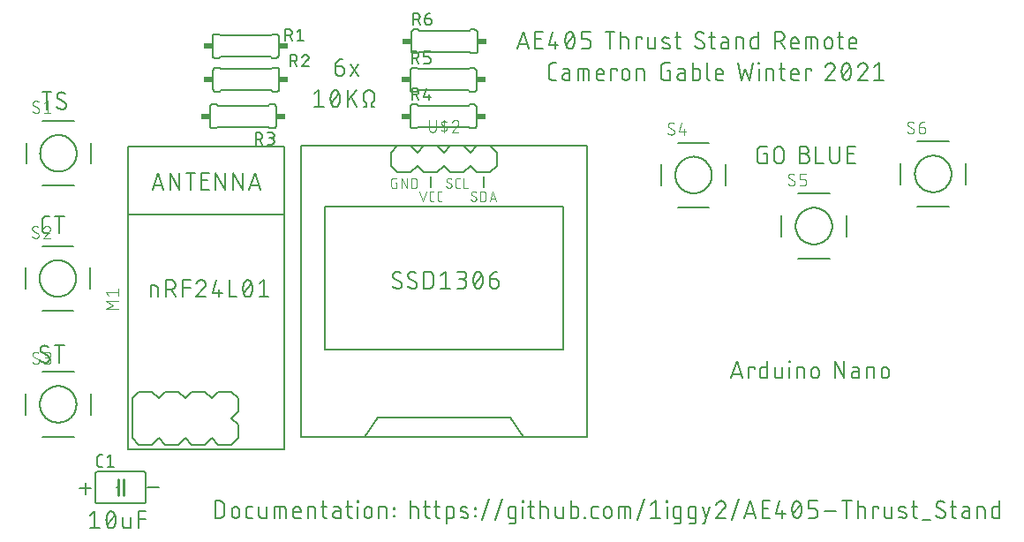
<source format=gbr>
G04 EAGLE Gerber RS-274X export*
G75*
%MOMM*%
%FSLAX34Y34*%
%LPD*%
%INSilkscreen Top*%
%IPPOS*%
%AMOC8*
5,1,8,0,0,1.08239X$1,22.5*%
G01*
%ADD10C,0.152400*%
%ADD11C,0.127000*%
%ADD12C,0.101600*%
%ADD13R,0.863600X0.609600*%
%ADD14C,0.203200*%
%ADD15C,0.076200*%
%ADD16C,0.254000*%


D10*
X500762Y470762D02*
X506181Y487018D01*
X511599Y470762D01*
X510245Y474826D02*
X502117Y474826D01*
X517847Y470762D02*
X525072Y470762D01*
X517847Y470762D02*
X517847Y487018D01*
X525072Y487018D01*
X523266Y479793D02*
X517847Y479793D01*
X530843Y474374D02*
X534456Y487018D01*
X530843Y474374D02*
X539875Y474374D01*
X537165Y470762D02*
X537165Y477987D01*
X546475Y478890D02*
X546479Y479210D01*
X546490Y479529D01*
X546509Y479849D01*
X546536Y480167D01*
X546570Y480485D01*
X546612Y480802D01*
X546662Y481118D01*
X546719Y481433D01*
X546783Y481746D01*
X546855Y482058D01*
X546934Y482368D01*
X547021Y482675D01*
X547115Y482981D01*
X547216Y483284D01*
X547325Y483585D01*
X547440Y483883D01*
X547563Y484179D01*
X547693Y484471D01*
X547830Y484760D01*
X547829Y484761D02*
X547868Y484869D01*
X547911Y484976D01*
X547957Y485081D01*
X548008Y485185D01*
X548061Y485287D01*
X548118Y485387D01*
X548179Y485485D01*
X548243Y485580D01*
X548310Y485674D01*
X548381Y485765D01*
X548454Y485854D01*
X548531Y485940D01*
X548610Y486023D01*
X548692Y486104D01*
X548777Y486182D01*
X548865Y486256D01*
X548955Y486328D01*
X549047Y486396D01*
X549142Y486462D01*
X549239Y486524D01*
X549338Y486582D01*
X549440Y486638D01*
X549542Y486689D01*
X549647Y486737D01*
X549753Y486782D01*
X549861Y486823D01*
X549970Y486860D01*
X550080Y486893D01*
X550192Y486922D01*
X550304Y486948D01*
X550417Y486970D01*
X550531Y486987D01*
X550645Y487001D01*
X550760Y487011D01*
X550875Y487017D01*
X550990Y487019D01*
X550990Y487018D02*
X551105Y487016D01*
X551220Y487010D01*
X551335Y487000D01*
X551449Y486986D01*
X551563Y486969D01*
X551676Y486947D01*
X551788Y486921D01*
X551900Y486892D01*
X552010Y486859D01*
X552119Y486822D01*
X552227Y486781D01*
X552333Y486736D01*
X552438Y486688D01*
X552540Y486637D01*
X552641Y486581D01*
X552741Y486523D01*
X552838Y486461D01*
X552932Y486396D01*
X553025Y486327D01*
X553115Y486255D01*
X553203Y486181D01*
X553288Y486103D01*
X553370Y486022D01*
X553449Y485939D01*
X553526Y485853D01*
X553599Y485764D01*
X553670Y485673D01*
X553737Y485579D01*
X553801Y485484D01*
X553862Y485386D01*
X553919Y485286D01*
X553972Y485184D01*
X554023Y485080D01*
X554069Y484975D01*
X554112Y484868D01*
X554151Y484760D01*
X554288Y484471D01*
X554418Y484179D01*
X554541Y483883D01*
X554656Y483585D01*
X554765Y483284D01*
X554866Y482981D01*
X554960Y482675D01*
X555047Y482368D01*
X555126Y482058D01*
X555198Y481746D01*
X555262Y481433D01*
X555319Y481118D01*
X555369Y480802D01*
X555411Y480485D01*
X555445Y480167D01*
X555472Y479849D01*
X555491Y479529D01*
X555502Y479210D01*
X555506Y478890D01*
X546475Y478890D02*
X546479Y478570D01*
X546490Y478251D01*
X546509Y477931D01*
X546536Y477613D01*
X546570Y477295D01*
X546612Y476978D01*
X546662Y476662D01*
X546719Y476347D01*
X546783Y476034D01*
X546855Y475722D01*
X546934Y475412D01*
X547021Y475105D01*
X547115Y474799D01*
X547216Y474496D01*
X547325Y474195D01*
X547440Y473897D01*
X547563Y473601D01*
X547693Y473309D01*
X547830Y473020D01*
X547829Y473020D02*
X547868Y472912D01*
X547911Y472805D01*
X547957Y472700D01*
X548008Y472596D01*
X548061Y472494D01*
X548118Y472394D01*
X548179Y472296D01*
X548243Y472201D01*
X548310Y472107D01*
X548381Y472016D01*
X548454Y471927D01*
X548531Y471841D01*
X548610Y471758D01*
X548692Y471677D01*
X548777Y471599D01*
X548865Y471525D01*
X548955Y471453D01*
X549048Y471384D01*
X549142Y471319D01*
X549239Y471257D01*
X549339Y471199D01*
X549440Y471143D01*
X549542Y471092D01*
X549647Y471044D01*
X549753Y470999D01*
X549861Y470958D01*
X549970Y470921D01*
X550080Y470888D01*
X550192Y470859D01*
X550304Y470833D01*
X550417Y470811D01*
X550531Y470794D01*
X550645Y470780D01*
X550760Y470770D01*
X550875Y470764D01*
X550990Y470762D01*
X554150Y473020D02*
X554287Y473309D01*
X554417Y473601D01*
X554540Y473897D01*
X554655Y474195D01*
X554764Y474496D01*
X554865Y474799D01*
X554959Y475105D01*
X555046Y475412D01*
X555125Y475722D01*
X555197Y476034D01*
X555261Y476347D01*
X555318Y476662D01*
X555368Y476978D01*
X555410Y477295D01*
X555444Y477613D01*
X555471Y477931D01*
X555490Y478251D01*
X555501Y478570D01*
X555505Y478890D01*
X554151Y473020D02*
X554112Y472912D01*
X554069Y472805D01*
X554023Y472700D01*
X553972Y472596D01*
X553919Y472494D01*
X553862Y472394D01*
X553801Y472296D01*
X553737Y472201D01*
X553670Y472107D01*
X553599Y472016D01*
X553526Y471927D01*
X553449Y471841D01*
X553370Y471758D01*
X553288Y471677D01*
X553203Y471599D01*
X553115Y471525D01*
X553025Y471453D01*
X552932Y471384D01*
X552838Y471319D01*
X552741Y471257D01*
X552641Y471199D01*
X552540Y471143D01*
X552437Y471092D01*
X552333Y471044D01*
X552227Y470999D01*
X552119Y470958D01*
X552010Y470921D01*
X551900Y470888D01*
X551788Y470859D01*
X551676Y470833D01*
X551563Y470811D01*
X551449Y470794D01*
X551335Y470780D01*
X551220Y470770D01*
X551105Y470764D01*
X550990Y470762D01*
X547378Y474374D02*
X554603Y483406D01*
X562106Y470762D02*
X567525Y470762D01*
X567643Y470764D01*
X567761Y470770D01*
X567879Y470779D01*
X567996Y470793D01*
X568113Y470810D01*
X568230Y470831D01*
X568345Y470856D01*
X568460Y470885D01*
X568574Y470918D01*
X568686Y470954D01*
X568797Y470994D01*
X568907Y471037D01*
X569016Y471084D01*
X569123Y471134D01*
X569228Y471189D01*
X569331Y471246D01*
X569432Y471307D01*
X569532Y471371D01*
X569629Y471438D01*
X569724Y471508D01*
X569816Y471582D01*
X569907Y471658D01*
X569994Y471738D01*
X570079Y471820D01*
X570161Y471905D01*
X570241Y471992D01*
X570317Y472083D01*
X570391Y472175D01*
X570461Y472270D01*
X570528Y472367D01*
X570592Y472467D01*
X570653Y472568D01*
X570710Y472671D01*
X570765Y472776D01*
X570815Y472883D01*
X570862Y472992D01*
X570905Y473102D01*
X570945Y473213D01*
X570981Y473325D01*
X571014Y473439D01*
X571043Y473554D01*
X571068Y473669D01*
X571089Y473786D01*
X571106Y473903D01*
X571120Y474020D01*
X571129Y474138D01*
X571135Y474256D01*
X571137Y474374D01*
X571137Y476181D01*
X571135Y476299D01*
X571129Y476417D01*
X571120Y476535D01*
X571106Y476652D01*
X571089Y476769D01*
X571068Y476886D01*
X571043Y477001D01*
X571014Y477116D01*
X570981Y477230D01*
X570945Y477342D01*
X570905Y477453D01*
X570862Y477563D01*
X570815Y477672D01*
X570765Y477779D01*
X570710Y477884D01*
X570653Y477987D01*
X570592Y478088D01*
X570528Y478188D01*
X570461Y478285D01*
X570391Y478380D01*
X570317Y478472D01*
X570241Y478563D01*
X570161Y478650D01*
X570079Y478735D01*
X569994Y478817D01*
X569907Y478897D01*
X569816Y478973D01*
X569724Y479047D01*
X569629Y479117D01*
X569532Y479184D01*
X569432Y479248D01*
X569331Y479309D01*
X569228Y479366D01*
X569123Y479421D01*
X569016Y479471D01*
X568907Y479518D01*
X568797Y479561D01*
X568686Y479601D01*
X568574Y479637D01*
X568460Y479670D01*
X568345Y479699D01*
X568230Y479724D01*
X568113Y479745D01*
X567996Y479762D01*
X567879Y479776D01*
X567761Y479785D01*
X567643Y479791D01*
X567525Y479793D01*
X562106Y479793D01*
X562106Y487018D01*
X571137Y487018D01*
X589547Y487018D02*
X589547Y470762D01*
X585032Y487018D02*
X594063Y487018D01*
X600003Y487018D02*
X600003Y470762D01*
X600003Y481599D02*
X604518Y481599D01*
X604622Y481597D01*
X604725Y481591D01*
X604829Y481581D01*
X604932Y481567D01*
X605034Y481549D01*
X605135Y481528D01*
X605236Y481502D01*
X605335Y481473D01*
X605434Y481440D01*
X605531Y481403D01*
X605626Y481362D01*
X605720Y481318D01*
X605812Y481270D01*
X605902Y481219D01*
X605991Y481164D01*
X606077Y481106D01*
X606160Y481044D01*
X606242Y480980D01*
X606320Y480912D01*
X606396Y480842D01*
X606470Y480769D01*
X606540Y480692D01*
X606608Y480614D01*
X606672Y480532D01*
X606734Y480449D01*
X606792Y480363D01*
X606847Y480274D01*
X606898Y480184D01*
X606946Y480092D01*
X606990Y479998D01*
X607031Y479903D01*
X607068Y479806D01*
X607101Y479707D01*
X607130Y479608D01*
X607156Y479507D01*
X607177Y479406D01*
X607195Y479304D01*
X607209Y479201D01*
X607219Y479097D01*
X607225Y478994D01*
X607227Y478890D01*
X607228Y478890D02*
X607228Y470762D01*
X614677Y470762D02*
X614677Y481599D01*
X620096Y481599D01*
X620096Y479793D01*
X625534Y481599D02*
X625534Y473471D01*
X625536Y473370D01*
X625542Y473269D01*
X625551Y473168D01*
X625564Y473067D01*
X625581Y472967D01*
X625602Y472868D01*
X625626Y472770D01*
X625654Y472673D01*
X625686Y472576D01*
X625721Y472481D01*
X625760Y472388D01*
X625802Y472296D01*
X625848Y472205D01*
X625897Y472117D01*
X625949Y472030D01*
X626005Y471945D01*
X626063Y471862D01*
X626125Y471782D01*
X626190Y471704D01*
X626257Y471628D01*
X626327Y471555D01*
X626400Y471485D01*
X626476Y471418D01*
X626554Y471353D01*
X626634Y471291D01*
X626717Y471233D01*
X626802Y471177D01*
X626889Y471125D01*
X626977Y471076D01*
X627068Y471030D01*
X627160Y470988D01*
X627253Y470949D01*
X627348Y470914D01*
X627445Y470882D01*
X627542Y470854D01*
X627640Y470830D01*
X627739Y470809D01*
X627839Y470792D01*
X627940Y470779D01*
X628041Y470770D01*
X628142Y470764D01*
X628243Y470762D01*
X632759Y470762D01*
X632759Y481599D01*
X640957Y477084D02*
X645472Y475278D01*
X640956Y477084D02*
X640868Y477121D01*
X640782Y477162D01*
X640697Y477206D01*
X640614Y477254D01*
X640534Y477305D01*
X640455Y477359D01*
X640379Y477417D01*
X640305Y477477D01*
X640233Y477541D01*
X640165Y477607D01*
X640099Y477677D01*
X640036Y477748D01*
X639975Y477823D01*
X639918Y477899D01*
X639865Y477978D01*
X639814Y478059D01*
X639767Y478142D01*
X639723Y478227D01*
X639683Y478314D01*
X639646Y478402D01*
X639613Y478492D01*
X639583Y478583D01*
X639558Y478675D01*
X639536Y478768D01*
X639518Y478862D01*
X639503Y478956D01*
X639493Y479051D01*
X639487Y479147D01*
X639484Y479242D01*
X639485Y479338D01*
X639491Y479433D01*
X639500Y479529D01*
X639513Y479623D01*
X639529Y479717D01*
X639550Y479811D01*
X639575Y479903D01*
X639603Y479994D01*
X639635Y480084D01*
X639670Y480173D01*
X639709Y480260D01*
X639752Y480346D01*
X639798Y480430D01*
X639848Y480511D01*
X639900Y480591D01*
X639956Y480669D01*
X640016Y480744D01*
X640078Y480816D01*
X640143Y480886D01*
X640211Y480954D01*
X640281Y481018D01*
X640354Y481080D01*
X640430Y481138D01*
X640508Y481194D01*
X640588Y481246D01*
X640670Y481295D01*
X640754Y481340D01*
X640840Y481382D01*
X640927Y481421D01*
X641016Y481456D01*
X641107Y481487D01*
X641198Y481514D01*
X641291Y481538D01*
X641384Y481558D01*
X641478Y481574D01*
X641573Y481586D01*
X641668Y481595D01*
X641764Y481599D01*
X641859Y481600D01*
X642106Y481593D01*
X642352Y481581D01*
X642598Y481563D01*
X642844Y481538D01*
X643088Y481508D01*
X643332Y481472D01*
X643575Y481431D01*
X643817Y481383D01*
X644058Y481329D01*
X644297Y481270D01*
X644535Y481205D01*
X644771Y481134D01*
X645006Y481058D01*
X645239Y480976D01*
X645469Y480888D01*
X645697Y480795D01*
X645924Y480697D01*
X645472Y475277D02*
X645560Y475240D01*
X645646Y475199D01*
X645731Y475155D01*
X645814Y475107D01*
X645894Y475056D01*
X645973Y475002D01*
X646049Y474944D01*
X646123Y474884D01*
X646195Y474820D01*
X646263Y474754D01*
X646329Y474684D01*
X646392Y474613D01*
X646453Y474538D01*
X646510Y474462D01*
X646563Y474383D01*
X646614Y474302D01*
X646661Y474219D01*
X646705Y474134D01*
X646745Y474047D01*
X646782Y473959D01*
X646815Y473869D01*
X646845Y473778D01*
X646870Y473686D01*
X646892Y473593D01*
X646910Y473499D01*
X646925Y473405D01*
X646935Y473310D01*
X646941Y473214D01*
X646944Y473119D01*
X646943Y473023D01*
X646937Y472928D01*
X646928Y472832D01*
X646915Y472738D01*
X646899Y472644D01*
X646878Y472550D01*
X646853Y472458D01*
X646825Y472367D01*
X646793Y472277D01*
X646758Y472188D01*
X646719Y472101D01*
X646676Y472015D01*
X646630Y471931D01*
X646580Y471850D01*
X646528Y471770D01*
X646472Y471692D01*
X646412Y471617D01*
X646350Y471545D01*
X646285Y471475D01*
X646217Y471407D01*
X646147Y471343D01*
X646074Y471281D01*
X645998Y471223D01*
X645920Y471167D01*
X645840Y471115D01*
X645758Y471066D01*
X645674Y471021D01*
X645588Y470979D01*
X645501Y470940D01*
X645412Y470905D01*
X645321Y470874D01*
X645230Y470847D01*
X645137Y470823D01*
X645044Y470803D01*
X644950Y470787D01*
X644855Y470775D01*
X644760Y470766D01*
X644664Y470762D01*
X644569Y470761D01*
X644569Y470762D02*
X644207Y470771D01*
X643845Y470789D01*
X643484Y470816D01*
X643124Y470851D01*
X642764Y470894D01*
X642405Y470946D01*
X642048Y471007D01*
X641693Y471076D01*
X641339Y471153D01*
X640987Y471239D01*
X640637Y471333D01*
X640289Y471436D01*
X639944Y471546D01*
X639602Y471665D01*
X651852Y481599D02*
X657270Y481599D01*
X653658Y487018D02*
X653658Y473471D01*
X653660Y473370D01*
X653666Y473269D01*
X653675Y473168D01*
X653688Y473067D01*
X653705Y472967D01*
X653726Y472868D01*
X653750Y472770D01*
X653778Y472673D01*
X653810Y472576D01*
X653845Y472481D01*
X653884Y472388D01*
X653926Y472296D01*
X653972Y472205D01*
X654021Y472117D01*
X654073Y472030D01*
X654129Y471945D01*
X654187Y471862D01*
X654249Y471782D01*
X654314Y471704D01*
X654381Y471628D01*
X654451Y471555D01*
X654524Y471485D01*
X654600Y471418D01*
X654678Y471353D01*
X654758Y471291D01*
X654841Y471233D01*
X654926Y471177D01*
X655013Y471125D01*
X655101Y471076D01*
X655192Y471030D01*
X655284Y470988D01*
X655377Y470949D01*
X655472Y470914D01*
X655569Y470882D01*
X655666Y470854D01*
X655764Y470830D01*
X655863Y470809D01*
X655963Y470792D01*
X656064Y470779D01*
X656165Y470770D01*
X656266Y470764D01*
X656367Y470762D01*
X657270Y470762D01*
X676422Y470762D02*
X676540Y470764D01*
X676658Y470770D01*
X676776Y470779D01*
X676893Y470793D01*
X677010Y470810D01*
X677127Y470831D01*
X677242Y470856D01*
X677357Y470885D01*
X677471Y470918D01*
X677583Y470954D01*
X677694Y470994D01*
X677804Y471037D01*
X677913Y471084D01*
X678020Y471134D01*
X678125Y471189D01*
X678228Y471246D01*
X678329Y471307D01*
X678429Y471371D01*
X678526Y471438D01*
X678621Y471508D01*
X678713Y471582D01*
X678804Y471658D01*
X678891Y471738D01*
X678976Y471820D01*
X679058Y471905D01*
X679138Y471992D01*
X679214Y472083D01*
X679288Y472175D01*
X679358Y472270D01*
X679425Y472367D01*
X679489Y472467D01*
X679550Y472568D01*
X679607Y472671D01*
X679662Y472776D01*
X679712Y472883D01*
X679759Y472992D01*
X679802Y473102D01*
X679842Y473213D01*
X679878Y473325D01*
X679911Y473439D01*
X679940Y473554D01*
X679965Y473669D01*
X679986Y473786D01*
X680003Y473903D01*
X680017Y474020D01*
X680026Y474138D01*
X680032Y474256D01*
X680034Y474374D01*
X676422Y470762D02*
X676239Y470764D01*
X676057Y470771D01*
X675875Y470782D01*
X675693Y470797D01*
X675511Y470817D01*
X675330Y470840D01*
X675150Y470869D01*
X674970Y470901D01*
X674791Y470938D01*
X674614Y470979D01*
X674437Y471025D01*
X674261Y471074D01*
X674087Y471128D01*
X673913Y471186D01*
X673742Y471248D01*
X673572Y471314D01*
X673403Y471385D01*
X673236Y471459D01*
X673071Y471537D01*
X672908Y471619D01*
X672747Y471705D01*
X672588Y471795D01*
X672431Y471889D01*
X672277Y471986D01*
X672125Y472087D01*
X671975Y472192D01*
X671828Y472300D01*
X671684Y472411D01*
X671542Y472526D01*
X671403Y472645D01*
X671267Y472767D01*
X671134Y472892D01*
X671004Y473020D01*
X671455Y483406D02*
X671457Y483524D01*
X671463Y483642D01*
X671472Y483760D01*
X671486Y483877D01*
X671503Y483994D01*
X671524Y484111D01*
X671549Y484226D01*
X671578Y484341D01*
X671611Y484455D01*
X671647Y484567D01*
X671687Y484678D01*
X671730Y484788D01*
X671777Y484897D01*
X671827Y485004D01*
X671882Y485109D01*
X671939Y485212D01*
X672000Y485313D01*
X672064Y485413D01*
X672131Y485510D01*
X672201Y485605D01*
X672275Y485697D01*
X672351Y485788D01*
X672431Y485875D01*
X672513Y485960D01*
X672598Y486042D01*
X672685Y486122D01*
X672776Y486198D01*
X672868Y486272D01*
X672963Y486342D01*
X673060Y486409D01*
X673160Y486473D01*
X673261Y486534D01*
X673364Y486592D01*
X673469Y486646D01*
X673576Y486696D01*
X673685Y486743D01*
X673795Y486787D01*
X673906Y486826D01*
X674019Y486862D01*
X674132Y486895D01*
X674247Y486924D01*
X674362Y486949D01*
X674479Y486970D01*
X674596Y486987D01*
X674713Y487001D01*
X674831Y487010D01*
X674949Y487016D01*
X675067Y487018D01*
X675228Y487016D01*
X675390Y487010D01*
X675551Y487001D01*
X675712Y486987D01*
X675872Y486970D01*
X676032Y486949D01*
X676192Y486924D01*
X676351Y486895D01*
X676509Y486863D01*
X676666Y486827D01*
X676822Y486787D01*
X676978Y486743D01*
X677132Y486695D01*
X677285Y486644D01*
X677437Y486590D01*
X677588Y486531D01*
X677737Y486470D01*
X677884Y486404D01*
X678030Y486335D01*
X678175Y486263D01*
X678317Y486187D01*
X678458Y486108D01*
X678597Y486026D01*
X678733Y485940D01*
X678868Y485851D01*
X679001Y485759D01*
X679131Y485663D01*
X673261Y480245D02*
X673160Y480307D01*
X673060Y480372D01*
X672963Y480441D01*
X672868Y480513D01*
X672775Y480587D01*
X672685Y480665D01*
X672597Y480746D01*
X672512Y480829D01*
X672430Y480915D01*
X672351Y481004D01*
X672274Y481095D01*
X672201Y481189D01*
X672130Y481285D01*
X672063Y481383D01*
X671999Y481483D01*
X671938Y481586D01*
X671881Y481690D01*
X671827Y481796D01*
X671777Y481904D01*
X671730Y482013D01*
X671686Y482124D01*
X671646Y482236D01*
X671610Y482350D01*
X671578Y482464D01*
X671549Y482580D01*
X671524Y482696D01*
X671503Y482813D01*
X671486Y482931D01*
X671472Y483049D01*
X671463Y483168D01*
X671457Y483287D01*
X671455Y483406D01*
X678229Y477535D02*
X678330Y477473D01*
X678430Y477408D01*
X678527Y477339D01*
X678622Y477267D01*
X678715Y477193D01*
X678805Y477115D01*
X678893Y477034D01*
X678978Y476951D01*
X679060Y476865D01*
X679139Y476776D01*
X679216Y476685D01*
X679289Y476591D01*
X679360Y476495D01*
X679427Y476397D01*
X679491Y476297D01*
X679552Y476194D01*
X679609Y476090D01*
X679663Y475984D01*
X679713Y475876D01*
X679760Y475767D01*
X679804Y475656D01*
X679844Y475544D01*
X679880Y475430D01*
X679912Y475316D01*
X679941Y475200D01*
X679966Y475084D01*
X679987Y474967D01*
X680004Y474849D01*
X680018Y474731D01*
X680027Y474612D01*
X680033Y474493D01*
X680035Y474374D01*
X678228Y477535D02*
X673261Y480245D01*
X684677Y481599D02*
X690096Y481599D01*
X686483Y487018D02*
X686483Y473471D01*
X686484Y473471D02*
X686486Y473370D01*
X686492Y473269D01*
X686501Y473168D01*
X686514Y473067D01*
X686531Y472967D01*
X686552Y472868D01*
X686576Y472770D01*
X686604Y472673D01*
X686636Y472576D01*
X686671Y472481D01*
X686710Y472388D01*
X686752Y472296D01*
X686798Y472205D01*
X686847Y472117D01*
X686899Y472030D01*
X686955Y471945D01*
X687013Y471862D01*
X687075Y471782D01*
X687140Y471704D01*
X687207Y471628D01*
X687277Y471555D01*
X687350Y471485D01*
X687426Y471418D01*
X687504Y471353D01*
X687584Y471291D01*
X687667Y471233D01*
X687752Y471177D01*
X687839Y471125D01*
X687927Y471076D01*
X688018Y471030D01*
X688110Y470988D01*
X688203Y470949D01*
X688298Y470914D01*
X688395Y470882D01*
X688492Y470854D01*
X688590Y470830D01*
X688689Y470809D01*
X688789Y470792D01*
X688890Y470779D01*
X688991Y470770D01*
X689092Y470764D01*
X689193Y470762D01*
X690096Y470762D01*
X698962Y477084D02*
X703026Y477084D01*
X698962Y477084D02*
X698850Y477082D01*
X698739Y477076D01*
X698628Y477066D01*
X698517Y477053D01*
X698407Y477035D01*
X698298Y477013D01*
X698189Y476988D01*
X698081Y476959D01*
X697975Y476926D01*
X697869Y476889D01*
X697765Y476849D01*
X697663Y476805D01*
X697562Y476757D01*
X697463Y476706D01*
X697365Y476651D01*
X697270Y476593D01*
X697177Y476532D01*
X697086Y476467D01*
X696997Y476399D01*
X696911Y476328D01*
X696828Y476255D01*
X696747Y476178D01*
X696668Y476098D01*
X696593Y476016D01*
X696521Y475931D01*
X696451Y475844D01*
X696385Y475754D01*
X696322Y475662D01*
X696262Y475567D01*
X696206Y475471D01*
X696153Y475373D01*
X696104Y475273D01*
X696058Y475171D01*
X696016Y475068D01*
X695977Y474963D01*
X695942Y474857D01*
X695911Y474750D01*
X695884Y474642D01*
X695860Y474533D01*
X695841Y474423D01*
X695825Y474313D01*
X695813Y474202D01*
X695805Y474090D01*
X695801Y473979D01*
X695801Y473867D01*
X695805Y473756D01*
X695813Y473644D01*
X695825Y473533D01*
X695841Y473423D01*
X695860Y473313D01*
X695884Y473204D01*
X695911Y473096D01*
X695942Y472989D01*
X695977Y472883D01*
X696016Y472778D01*
X696058Y472675D01*
X696104Y472573D01*
X696153Y472473D01*
X696206Y472375D01*
X696262Y472279D01*
X696322Y472184D01*
X696385Y472092D01*
X696451Y472002D01*
X696521Y471915D01*
X696593Y471830D01*
X696668Y471748D01*
X696747Y471668D01*
X696828Y471591D01*
X696911Y471518D01*
X696997Y471447D01*
X697086Y471379D01*
X697177Y471314D01*
X697270Y471253D01*
X697365Y471195D01*
X697463Y471140D01*
X697562Y471089D01*
X697663Y471041D01*
X697765Y470997D01*
X697869Y470957D01*
X697975Y470920D01*
X698081Y470887D01*
X698189Y470858D01*
X698298Y470833D01*
X698407Y470811D01*
X698517Y470793D01*
X698628Y470780D01*
X698739Y470770D01*
X698850Y470764D01*
X698962Y470762D01*
X703026Y470762D01*
X703026Y478890D01*
X703024Y478991D01*
X703018Y479092D01*
X703009Y479193D01*
X702996Y479294D01*
X702979Y479394D01*
X702958Y479493D01*
X702934Y479591D01*
X702906Y479688D01*
X702874Y479785D01*
X702839Y479880D01*
X702800Y479973D01*
X702758Y480065D01*
X702712Y480156D01*
X702663Y480245D01*
X702611Y480331D01*
X702555Y480416D01*
X702497Y480499D01*
X702435Y480579D01*
X702370Y480657D01*
X702303Y480733D01*
X702233Y480806D01*
X702160Y480876D01*
X702084Y480943D01*
X702006Y481008D01*
X701926Y481070D01*
X701843Y481128D01*
X701758Y481184D01*
X701672Y481236D01*
X701583Y481285D01*
X701492Y481331D01*
X701400Y481373D01*
X701307Y481412D01*
X701212Y481447D01*
X701115Y481479D01*
X701018Y481507D01*
X700920Y481531D01*
X700821Y481552D01*
X700721Y481569D01*
X700620Y481582D01*
X700519Y481591D01*
X700418Y481597D01*
X700317Y481599D01*
X696704Y481599D01*
X710463Y481599D02*
X710463Y470762D01*
X710463Y481599D02*
X714979Y481599D01*
X715083Y481597D01*
X715186Y481591D01*
X715290Y481581D01*
X715393Y481567D01*
X715495Y481549D01*
X715596Y481528D01*
X715697Y481502D01*
X715796Y481473D01*
X715895Y481440D01*
X715992Y481403D01*
X716087Y481362D01*
X716181Y481318D01*
X716273Y481270D01*
X716363Y481219D01*
X716452Y481164D01*
X716538Y481106D01*
X716621Y481044D01*
X716703Y480980D01*
X716781Y480912D01*
X716857Y480842D01*
X716931Y480769D01*
X717001Y480692D01*
X717069Y480614D01*
X717133Y480532D01*
X717195Y480449D01*
X717253Y480363D01*
X717308Y480274D01*
X717359Y480184D01*
X717407Y480092D01*
X717451Y479998D01*
X717492Y479903D01*
X717529Y479806D01*
X717562Y479707D01*
X717591Y479608D01*
X717617Y479507D01*
X717638Y479406D01*
X717656Y479304D01*
X717670Y479201D01*
X717680Y479097D01*
X717686Y478994D01*
X717688Y478890D01*
X717688Y470762D01*
X731683Y470762D02*
X731683Y487018D01*
X731683Y470762D02*
X727168Y470762D01*
X727067Y470764D01*
X726966Y470770D01*
X726865Y470779D01*
X726764Y470792D01*
X726664Y470809D01*
X726565Y470830D01*
X726467Y470854D01*
X726370Y470882D01*
X726273Y470914D01*
X726178Y470949D01*
X726085Y470988D01*
X725993Y471030D01*
X725902Y471076D01*
X725814Y471125D01*
X725727Y471177D01*
X725642Y471233D01*
X725559Y471291D01*
X725479Y471353D01*
X725401Y471418D01*
X725325Y471485D01*
X725252Y471555D01*
X725182Y471628D01*
X725115Y471704D01*
X725050Y471782D01*
X724988Y471862D01*
X724930Y471945D01*
X724874Y472030D01*
X724822Y472117D01*
X724773Y472205D01*
X724727Y472296D01*
X724685Y472388D01*
X724646Y472481D01*
X724611Y472576D01*
X724579Y472673D01*
X724551Y472770D01*
X724527Y472868D01*
X724506Y472967D01*
X724489Y473067D01*
X724476Y473168D01*
X724467Y473269D01*
X724461Y473370D01*
X724459Y473471D01*
X724458Y473471D02*
X724458Y478890D01*
X724459Y478890D02*
X724461Y478991D01*
X724467Y479092D01*
X724476Y479193D01*
X724489Y479294D01*
X724506Y479394D01*
X724527Y479493D01*
X724551Y479591D01*
X724579Y479688D01*
X724611Y479785D01*
X724646Y479880D01*
X724685Y479973D01*
X724727Y480065D01*
X724773Y480156D01*
X724822Y480245D01*
X724874Y480331D01*
X724930Y480416D01*
X724988Y480499D01*
X725050Y480579D01*
X725115Y480657D01*
X725182Y480733D01*
X725252Y480806D01*
X725325Y480876D01*
X725401Y480943D01*
X725479Y481008D01*
X725559Y481070D01*
X725642Y481128D01*
X725727Y481184D01*
X725814Y481236D01*
X725902Y481285D01*
X725993Y481331D01*
X726085Y481373D01*
X726178Y481412D01*
X726273Y481447D01*
X726370Y481479D01*
X726467Y481507D01*
X726565Y481531D01*
X726664Y481552D01*
X726764Y481569D01*
X726865Y481582D01*
X726966Y481591D01*
X727067Y481597D01*
X727168Y481599D01*
X731683Y481599D01*
X747688Y487018D02*
X747688Y470762D01*
X747688Y487018D02*
X752203Y487018D01*
X752336Y487016D01*
X752468Y487010D01*
X752600Y487000D01*
X752732Y486987D01*
X752864Y486969D01*
X752994Y486948D01*
X753125Y486923D01*
X753254Y486894D01*
X753382Y486861D01*
X753510Y486825D01*
X753636Y486785D01*
X753761Y486741D01*
X753885Y486693D01*
X754007Y486642D01*
X754128Y486587D01*
X754247Y486529D01*
X754365Y486467D01*
X754480Y486402D01*
X754594Y486333D01*
X754705Y486262D01*
X754814Y486186D01*
X754921Y486108D01*
X755026Y486027D01*
X755128Y485942D01*
X755228Y485855D01*
X755325Y485765D01*
X755420Y485672D01*
X755511Y485576D01*
X755600Y485478D01*
X755686Y485377D01*
X755769Y485273D01*
X755849Y485167D01*
X755925Y485059D01*
X755999Y484949D01*
X756069Y484836D01*
X756136Y484722D01*
X756199Y484605D01*
X756259Y484487D01*
X756316Y484367D01*
X756369Y484245D01*
X756418Y484122D01*
X756464Y483998D01*
X756506Y483872D01*
X756544Y483745D01*
X756579Y483617D01*
X756610Y483488D01*
X756637Y483359D01*
X756660Y483228D01*
X756680Y483097D01*
X756695Y482965D01*
X756707Y482833D01*
X756715Y482701D01*
X756719Y482568D01*
X756719Y482436D01*
X756715Y482303D01*
X756707Y482171D01*
X756695Y482039D01*
X756680Y481907D01*
X756660Y481776D01*
X756637Y481645D01*
X756610Y481516D01*
X756579Y481387D01*
X756544Y481259D01*
X756506Y481132D01*
X756464Y481006D01*
X756418Y480882D01*
X756369Y480759D01*
X756316Y480637D01*
X756259Y480517D01*
X756199Y480399D01*
X756136Y480282D01*
X756069Y480168D01*
X755999Y480055D01*
X755925Y479945D01*
X755849Y479837D01*
X755769Y479731D01*
X755686Y479627D01*
X755600Y479526D01*
X755511Y479428D01*
X755420Y479332D01*
X755325Y479239D01*
X755228Y479149D01*
X755128Y479062D01*
X755026Y478977D01*
X754921Y478896D01*
X754814Y478818D01*
X754705Y478742D01*
X754594Y478671D01*
X754480Y478602D01*
X754365Y478537D01*
X754247Y478475D01*
X754128Y478417D01*
X754007Y478362D01*
X753885Y478311D01*
X753761Y478263D01*
X753636Y478219D01*
X753510Y478179D01*
X753382Y478143D01*
X753254Y478110D01*
X753125Y478081D01*
X752994Y478056D01*
X752864Y478035D01*
X752732Y478017D01*
X752600Y478004D01*
X752468Y477994D01*
X752336Y477988D01*
X752203Y477986D01*
X752203Y477987D02*
X747688Y477987D01*
X753106Y477987D02*
X756719Y470762D01*
X765798Y470762D02*
X770313Y470762D01*
X765798Y470762D02*
X765697Y470764D01*
X765596Y470770D01*
X765495Y470779D01*
X765394Y470792D01*
X765294Y470809D01*
X765195Y470830D01*
X765097Y470854D01*
X765000Y470882D01*
X764903Y470914D01*
X764808Y470949D01*
X764715Y470988D01*
X764623Y471030D01*
X764532Y471076D01*
X764444Y471125D01*
X764357Y471177D01*
X764272Y471233D01*
X764189Y471291D01*
X764109Y471353D01*
X764031Y471418D01*
X763955Y471485D01*
X763882Y471555D01*
X763812Y471628D01*
X763745Y471704D01*
X763680Y471782D01*
X763618Y471862D01*
X763560Y471945D01*
X763504Y472030D01*
X763452Y472117D01*
X763403Y472205D01*
X763357Y472296D01*
X763315Y472388D01*
X763276Y472481D01*
X763241Y472576D01*
X763209Y472673D01*
X763181Y472770D01*
X763157Y472868D01*
X763136Y472967D01*
X763119Y473067D01*
X763106Y473168D01*
X763097Y473269D01*
X763091Y473370D01*
X763089Y473471D01*
X763088Y473471D02*
X763088Y477987D01*
X763089Y477987D02*
X763091Y478106D01*
X763097Y478226D01*
X763107Y478345D01*
X763121Y478463D01*
X763138Y478582D01*
X763160Y478699D01*
X763185Y478816D01*
X763215Y478931D01*
X763248Y479046D01*
X763285Y479160D01*
X763325Y479272D01*
X763370Y479383D01*
X763418Y479492D01*
X763469Y479600D01*
X763524Y479706D01*
X763583Y479810D01*
X763645Y479912D01*
X763710Y480012D01*
X763779Y480110D01*
X763851Y480206D01*
X763926Y480299D01*
X764003Y480389D01*
X764084Y480477D01*
X764168Y480562D01*
X764255Y480644D01*
X764344Y480724D01*
X764436Y480800D01*
X764530Y480874D01*
X764627Y480944D01*
X764725Y481011D01*
X764826Y481075D01*
X764930Y481135D01*
X765035Y481192D01*
X765142Y481245D01*
X765250Y481295D01*
X765360Y481341D01*
X765472Y481383D01*
X765585Y481422D01*
X765699Y481457D01*
X765814Y481488D01*
X765931Y481516D01*
X766048Y481539D01*
X766165Y481559D01*
X766284Y481575D01*
X766403Y481587D01*
X766522Y481595D01*
X766641Y481599D01*
X766761Y481599D01*
X766880Y481595D01*
X766999Y481587D01*
X767118Y481575D01*
X767237Y481559D01*
X767354Y481539D01*
X767471Y481516D01*
X767588Y481488D01*
X767703Y481457D01*
X767817Y481422D01*
X767930Y481383D01*
X768042Y481341D01*
X768152Y481295D01*
X768260Y481245D01*
X768367Y481192D01*
X768472Y481135D01*
X768576Y481075D01*
X768677Y481011D01*
X768775Y480944D01*
X768872Y480874D01*
X768966Y480800D01*
X769058Y480724D01*
X769147Y480644D01*
X769234Y480562D01*
X769318Y480477D01*
X769399Y480389D01*
X769476Y480299D01*
X769551Y480206D01*
X769623Y480110D01*
X769692Y480012D01*
X769757Y479912D01*
X769819Y479810D01*
X769878Y479706D01*
X769933Y479600D01*
X769984Y479492D01*
X770032Y479383D01*
X770077Y479272D01*
X770117Y479160D01*
X770154Y479046D01*
X770187Y478931D01*
X770217Y478816D01*
X770242Y478699D01*
X770264Y478582D01*
X770281Y478463D01*
X770295Y478345D01*
X770305Y478226D01*
X770311Y478106D01*
X770313Y477987D01*
X770313Y476181D01*
X763088Y476181D01*
X777435Y481599D02*
X777435Y470762D01*
X777435Y481599D02*
X785563Y481599D01*
X785664Y481597D01*
X785765Y481591D01*
X785866Y481582D01*
X785967Y481569D01*
X786067Y481552D01*
X786166Y481531D01*
X786264Y481507D01*
X786361Y481479D01*
X786458Y481447D01*
X786553Y481412D01*
X786646Y481373D01*
X786738Y481331D01*
X786829Y481285D01*
X786918Y481236D01*
X787004Y481184D01*
X787089Y481128D01*
X787172Y481070D01*
X787252Y481008D01*
X787330Y480943D01*
X787406Y480876D01*
X787479Y480806D01*
X787549Y480733D01*
X787616Y480657D01*
X787681Y480579D01*
X787743Y480499D01*
X787801Y480416D01*
X787857Y480331D01*
X787909Y480245D01*
X787958Y480156D01*
X788004Y480065D01*
X788046Y479973D01*
X788085Y479880D01*
X788120Y479785D01*
X788152Y479688D01*
X788180Y479591D01*
X788204Y479493D01*
X788225Y479394D01*
X788242Y479294D01*
X788255Y479193D01*
X788264Y479092D01*
X788270Y478991D01*
X788272Y478890D01*
X788272Y470762D01*
X782853Y470762D02*
X782853Y481599D01*
X795393Y477987D02*
X795393Y474374D01*
X795393Y477987D02*
X795395Y478106D01*
X795401Y478226D01*
X795411Y478345D01*
X795425Y478463D01*
X795442Y478582D01*
X795464Y478699D01*
X795489Y478816D01*
X795519Y478931D01*
X795552Y479046D01*
X795589Y479160D01*
X795629Y479272D01*
X795674Y479383D01*
X795722Y479492D01*
X795773Y479600D01*
X795828Y479706D01*
X795887Y479810D01*
X795949Y479912D01*
X796014Y480012D01*
X796083Y480110D01*
X796155Y480206D01*
X796230Y480299D01*
X796307Y480389D01*
X796388Y480477D01*
X796472Y480562D01*
X796559Y480644D01*
X796648Y480724D01*
X796740Y480800D01*
X796834Y480874D01*
X796931Y480944D01*
X797029Y481011D01*
X797130Y481075D01*
X797234Y481135D01*
X797339Y481192D01*
X797446Y481245D01*
X797554Y481295D01*
X797664Y481341D01*
X797776Y481383D01*
X797889Y481422D01*
X798003Y481457D01*
X798118Y481488D01*
X798235Y481516D01*
X798352Y481539D01*
X798469Y481559D01*
X798588Y481575D01*
X798707Y481587D01*
X798826Y481595D01*
X798945Y481599D01*
X799065Y481599D01*
X799184Y481595D01*
X799303Y481587D01*
X799422Y481575D01*
X799541Y481559D01*
X799658Y481539D01*
X799775Y481516D01*
X799892Y481488D01*
X800007Y481457D01*
X800121Y481422D01*
X800234Y481383D01*
X800346Y481341D01*
X800456Y481295D01*
X800564Y481245D01*
X800671Y481192D01*
X800776Y481135D01*
X800880Y481075D01*
X800981Y481011D01*
X801079Y480944D01*
X801176Y480874D01*
X801270Y480800D01*
X801362Y480724D01*
X801451Y480644D01*
X801538Y480562D01*
X801622Y480477D01*
X801703Y480389D01*
X801780Y480299D01*
X801855Y480206D01*
X801927Y480110D01*
X801996Y480012D01*
X802061Y479912D01*
X802123Y479810D01*
X802182Y479706D01*
X802237Y479600D01*
X802288Y479492D01*
X802336Y479383D01*
X802381Y479272D01*
X802421Y479160D01*
X802458Y479046D01*
X802491Y478931D01*
X802521Y478816D01*
X802546Y478699D01*
X802568Y478582D01*
X802585Y478463D01*
X802599Y478345D01*
X802609Y478226D01*
X802615Y478106D01*
X802617Y477987D01*
X802618Y477987D02*
X802618Y474374D01*
X802617Y474374D02*
X802615Y474255D01*
X802609Y474135D01*
X802599Y474016D01*
X802585Y473898D01*
X802568Y473779D01*
X802546Y473662D01*
X802521Y473545D01*
X802491Y473430D01*
X802458Y473315D01*
X802421Y473201D01*
X802381Y473089D01*
X802336Y472978D01*
X802288Y472869D01*
X802237Y472761D01*
X802182Y472655D01*
X802123Y472551D01*
X802061Y472449D01*
X801996Y472349D01*
X801927Y472251D01*
X801855Y472155D01*
X801780Y472062D01*
X801703Y471972D01*
X801622Y471884D01*
X801538Y471799D01*
X801451Y471717D01*
X801362Y471637D01*
X801270Y471561D01*
X801176Y471487D01*
X801079Y471417D01*
X800981Y471350D01*
X800880Y471286D01*
X800776Y471226D01*
X800671Y471169D01*
X800564Y471116D01*
X800456Y471066D01*
X800346Y471020D01*
X800234Y470978D01*
X800121Y470939D01*
X800007Y470904D01*
X799892Y470873D01*
X799775Y470845D01*
X799658Y470822D01*
X799541Y470802D01*
X799422Y470786D01*
X799303Y470774D01*
X799184Y470766D01*
X799065Y470762D01*
X798945Y470762D01*
X798826Y470766D01*
X798707Y470774D01*
X798588Y470786D01*
X798469Y470802D01*
X798352Y470822D01*
X798235Y470845D01*
X798118Y470873D01*
X798003Y470904D01*
X797889Y470939D01*
X797776Y470978D01*
X797664Y471020D01*
X797554Y471066D01*
X797446Y471116D01*
X797339Y471169D01*
X797234Y471226D01*
X797130Y471286D01*
X797029Y471350D01*
X796931Y471417D01*
X796834Y471487D01*
X796740Y471561D01*
X796648Y471637D01*
X796559Y471717D01*
X796472Y471799D01*
X796388Y471884D01*
X796307Y471972D01*
X796230Y472062D01*
X796155Y472155D01*
X796083Y472251D01*
X796014Y472349D01*
X795949Y472449D01*
X795887Y472551D01*
X795828Y472655D01*
X795773Y472761D01*
X795722Y472869D01*
X795674Y472978D01*
X795629Y473089D01*
X795589Y473201D01*
X795552Y473315D01*
X795519Y473430D01*
X795489Y473545D01*
X795464Y473662D01*
X795442Y473779D01*
X795425Y473898D01*
X795411Y474016D01*
X795401Y474135D01*
X795395Y474255D01*
X795393Y474374D01*
X807643Y481599D02*
X813061Y481599D01*
X809449Y487018D02*
X809449Y473471D01*
X809451Y473370D01*
X809457Y473269D01*
X809466Y473168D01*
X809479Y473067D01*
X809496Y472967D01*
X809517Y472868D01*
X809541Y472770D01*
X809569Y472673D01*
X809601Y472576D01*
X809636Y472481D01*
X809675Y472388D01*
X809717Y472296D01*
X809763Y472205D01*
X809812Y472117D01*
X809864Y472030D01*
X809920Y471945D01*
X809978Y471862D01*
X810040Y471782D01*
X810105Y471704D01*
X810172Y471628D01*
X810242Y471555D01*
X810315Y471485D01*
X810391Y471418D01*
X810469Y471353D01*
X810549Y471291D01*
X810632Y471233D01*
X810717Y471177D01*
X810804Y471125D01*
X810892Y471076D01*
X810983Y471030D01*
X811075Y470988D01*
X811168Y470949D01*
X811263Y470914D01*
X811360Y470882D01*
X811457Y470854D01*
X811555Y470830D01*
X811654Y470809D01*
X811754Y470792D01*
X811855Y470779D01*
X811956Y470770D01*
X812057Y470764D01*
X812158Y470762D01*
X813061Y470762D01*
X821549Y470762D02*
X826065Y470762D01*
X821549Y470762D02*
X821448Y470764D01*
X821347Y470770D01*
X821246Y470779D01*
X821145Y470792D01*
X821045Y470809D01*
X820946Y470830D01*
X820848Y470854D01*
X820751Y470882D01*
X820654Y470914D01*
X820559Y470949D01*
X820466Y470988D01*
X820374Y471030D01*
X820283Y471076D01*
X820195Y471125D01*
X820108Y471177D01*
X820023Y471233D01*
X819940Y471291D01*
X819860Y471353D01*
X819782Y471418D01*
X819706Y471485D01*
X819633Y471555D01*
X819563Y471628D01*
X819496Y471704D01*
X819431Y471782D01*
X819369Y471862D01*
X819311Y471945D01*
X819255Y472030D01*
X819203Y472117D01*
X819154Y472205D01*
X819108Y472296D01*
X819066Y472388D01*
X819027Y472481D01*
X818992Y472576D01*
X818960Y472673D01*
X818932Y472770D01*
X818908Y472868D01*
X818887Y472967D01*
X818870Y473067D01*
X818857Y473168D01*
X818848Y473269D01*
X818842Y473370D01*
X818840Y473471D01*
X818840Y477987D01*
X818842Y478106D01*
X818848Y478226D01*
X818858Y478345D01*
X818872Y478463D01*
X818889Y478582D01*
X818911Y478699D01*
X818936Y478816D01*
X818966Y478931D01*
X818999Y479046D01*
X819036Y479160D01*
X819076Y479272D01*
X819121Y479383D01*
X819169Y479492D01*
X819220Y479600D01*
X819275Y479706D01*
X819334Y479810D01*
X819396Y479912D01*
X819461Y480012D01*
X819530Y480110D01*
X819602Y480206D01*
X819677Y480299D01*
X819754Y480389D01*
X819835Y480477D01*
X819919Y480562D01*
X820006Y480644D01*
X820095Y480724D01*
X820187Y480800D01*
X820281Y480874D01*
X820378Y480944D01*
X820476Y481011D01*
X820577Y481075D01*
X820681Y481135D01*
X820786Y481192D01*
X820893Y481245D01*
X821001Y481295D01*
X821111Y481341D01*
X821223Y481383D01*
X821336Y481422D01*
X821450Y481457D01*
X821565Y481488D01*
X821682Y481516D01*
X821799Y481539D01*
X821916Y481559D01*
X822035Y481575D01*
X822154Y481587D01*
X822273Y481595D01*
X822392Y481599D01*
X822512Y481599D01*
X822631Y481595D01*
X822750Y481587D01*
X822869Y481575D01*
X822988Y481559D01*
X823105Y481539D01*
X823222Y481516D01*
X823339Y481488D01*
X823454Y481457D01*
X823568Y481422D01*
X823681Y481383D01*
X823793Y481341D01*
X823903Y481295D01*
X824011Y481245D01*
X824118Y481192D01*
X824223Y481135D01*
X824327Y481075D01*
X824428Y481011D01*
X824526Y480944D01*
X824623Y480874D01*
X824717Y480800D01*
X824809Y480724D01*
X824898Y480644D01*
X824985Y480562D01*
X825069Y480477D01*
X825150Y480389D01*
X825227Y480299D01*
X825302Y480206D01*
X825374Y480110D01*
X825443Y480012D01*
X825508Y479912D01*
X825570Y479810D01*
X825629Y479706D01*
X825684Y479600D01*
X825735Y479492D01*
X825783Y479383D01*
X825828Y479272D01*
X825868Y479160D01*
X825905Y479046D01*
X825938Y478931D01*
X825968Y478816D01*
X825993Y478699D01*
X826015Y478582D01*
X826032Y478463D01*
X826046Y478345D01*
X826056Y478226D01*
X826062Y478106D01*
X826064Y477987D01*
X826065Y477987D02*
X826065Y476181D01*
X818840Y476181D01*
X210762Y37018D02*
X210762Y20762D01*
X210762Y37018D02*
X215278Y37018D01*
X215409Y37016D01*
X215541Y37010D01*
X215672Y37001D01*
X215802Y36987D01*
X215933Y36970D01*
X216062Y36949D01*
X216191Y36925D01*
X216319Y36896D01*
X216447Y36864D01*
X216573Y36828D01*
X216698Y36789D01*
X216823Y36746D01*
X216945Y36699D01*
X217067Y36649D01*
X217187Y36595D01*
X217305Y36538D01*
X217421Y36477D01*
X217536Y36413D01*
X217649Y36346D01*
X217760Y36275D01*
X217868Y36201D01*
X217975Y36124D01*
X218079Y36044D01*
X218181Y35961D01*
X218280Y35876D01*
X218377Y35787D01*
X218471Y35695D01*
X218563Y35601D01*
X218652Y35504D01*
X218737Y35405D01*
X218820Y35303D01*
X218900Y35199D01*
X218977Y35092D01*
X219051Y34984D01*
X219122Y34873D01*
X219189Y34760D01*
X219253Y34645D01*
X219314Y34529D01*
X219371Y34411D01*
X219425Y34291D01*
X219475Y34169D01*
X219522Y34047D01*
X219565Y33922D01*
X219604Y33797D01*
X219640Y33671D01*
X219672Y33543D01*
X219701Y33415D01*
X219725Y33286D01*
X219746Y33157D01*
X219763Y33026D01*
X219777Y32896D01*
X219786Y32765D01*
X219792Y32633D01*
X219794Y32502D01*
X219793Y32502D02*
X219793Y25278D01*
X219794Y25278D02*
X219792Y25147D01*
X219786Y25015D01*
X219777Y24884D01*
X219763Y24754D01*
X219746Y24623D01*
X219725Y24494D01*
X219701Y24365D01*
X219672Y24237D01*
X219640Y24109D01*
X219604Y23983D01*
X219565Y23858D01*
X219522Y23733D01*
X219475Y23611D01*
X219425Y23489D01*
X219371Y23369D01*
X219314Y23251D01*
X219253Y23135D01*
X219189Y23020D01*
X219122Y22907D01*
X219051Y22796D01*
X218977Y22688D01*
X218900Y22581D01*
X218820Y22477D01*
X218737Y22375D01*
X218652Y22276D01*
X218563Y22179D01*
X218471Y22085D01*
X218377Y21993D01*
X218280Y21904D01*
X218181Y21819D01*
X218079Y21736D01*
X217975Y21656D01*
X217868Y21579D01*
X217760Y21505D01*
X217649Y21434D01*
X217536Y21367D01*
X217421Y21303D01*
X217305Y21242D01*
X217187Y21185D01*
X217067Y21131D01*
X216945Y21081D01*
X216823Y21034D01*
X216698Y20991D01*
X216573Y20952D01*
X216447Y20916D01*
X216319Y20884D01*
X216191Y20855D01*
X216062Y20831D01*
X215932Y20810D01*
X215802Y20793D01*
X215672Y20779D01*
X215541Y20770D01*
X215409Y20764D01*
X215278Y20762D01*
X210762Y20762D01*
X226775Y24374D02*
X226775Y27987D01*
X226776Y27987D02*
X226778Y28106D01*
X226784Y28226D01*
X226794Y28345D01*
X226808Y28463D01*
X226825Y28582D01*
X226847Y28699D01*
X226872Y28816D01*
X226902Y28931D01*
X226935Y29046D01*
X226972Y29160D01*
X227012Y29272D01*
X227057Y29383D01*
X227105Y29492D01*
X227156Y29600D01*
X227211Y29706D01*
X227270Y29810D01*
X227332Y29912D01*
X227397Y30012D01*
X227466Y30110D01*
X227538Y30206D01*
X227613Y30299D01*
X227690Y30389D01*
X227771Y30477D01*
X227855Y30562D01*
X227942Y30644D01*
X228031Y30724D01*
X228123Y30800D01*
X228217Y30874D01*
X228314Y30944D01*
X228412Y31011D01*
X228513Y31075D01*
X228617Y31135D01*
X228722Y31192D01*
X228829Y31245D01*
X228937Y31295D01*
X229047Y31341D01*
X229159Y31383D01*
X229272Y31422D01*
X229386Y31457D01*
X229501Y31488D01*
X229618Y31516D01*
X229735Y31539D01*
X229852Y31559D01*
X229971Y31575D01*
X230090Y31587D01*
X230209Y31595D01*
X230328Y31599D01*
X230448Y31599D01*
X230567Y31595D01*
X230686Y31587D01*
X230805Y31575D01*
X230924Y31559D01*
X231041Y31539D01*
X231158Y31516D01*
X231275Y31488D01*
X231390Y31457D01*
X231504Y31422D01*
X231617Y31383D01*
X231729Y31341D01*
X231839Y31295D01*
X231947Y31245D01*
X232054Y31192D01*
X232159Y31135D01*
X232263Y31075D01*
X232364Y31011D01*
X232462Y30944D01*
X232559Y30874D01*
X232653Y30800D01*
X232745Y30724D01*
X232834Y30644D01*
X232921Y30562D01*
X233005Y30477D01*
X233086Y30389D01*
X233163Y30299D01*
X233238Y30206D01*
X233310Y30110D01*
X233379Y30012D01*
X233444Y29912D01*
X233506Y29810D01*
X233565Y29706D01*
X233620Y29600D01*
X233671Y29492D01*
X233719Y29383D01*
X233764Y29272D01*
X233804Y29160D01*
X233841Y29046D01*
X233874Y28931D01*
X233904Y28816D01*
X233929Y28699D01*
X233951Y28582D01*
X233968Y28463D01*
X233982Y28345D01*
X233992Y28226D01*
X233998Y28106D01*
X234000Y27987D01*
X234000Y24374D01*
X233998Y24255D01*
X233992Y24135D01*
X233982Y24016D01*
X233968Y23898D01*
X233951Y23779D01*
X233929Y23662D01*
X233904Y23545D01*
X233874Y23430D01*
X233841Y23315D01*
X233804Y23201D01*
X233764Y23089D01*
X233719Y22978D01*
X233671Y22869D01*
X233620Y22761D01*
X233565Y22655D01*
X233506Y22551D01*
X233444Y22449D01*
X233379Y22349D01*
X233310Y22251D01*
X233238Y22155D01*
X233163Y22062D01*
X233086Y21972D01*
X233005Y21884D01*
X232921Y21799D01*
X232834Y21717D01*
X232745Y21637D01*
X232653Y21561D01*
X232559Y21487D01*
X232462Y21417D01*
X232364Y21350D01*
X232263Y21286D01*
X232159Y21226D01*
X232054Y21169D01*
X231947Y21116D01*
X231839Y21066D01*
X231729Y21020D01*
X231617Y20978D01*
X231504Y20939D01*
X231390Y20904D01*
X231275Y20873D01*
X231158Y20845D01*
X231041Y20822D01*
X230924Y20802D01*
X230805Y20786D01*
X230686Y20774D01*
X230567Y20766D01*
X230448Y20762D01*
X230328Y20762D01*
X230209Y20766D01*
X230090Y20774D01*
X229971Y20786D01*
X229852Y20802D01*
X229735Y20822D01*
X229618Y20845D01*
X229501Y20873D01*
X229386Y20904D01*
X229272Y20939D01*
X229159Y20978D01*
X229047Y21020D01*
X228937Y21066D01*
X228829Y21116D01*
X228722Y21169D01*
X228617Y21226D01*
X228513Y21286D01*
X228412Y21350D01*
X228314Y21417D01*
X228217Y21487D01*
X228123Y21561D01*
X228031Y21637D01*
X227942Y21717D01*
X227855Y21799D01*
X227771Y21884D01*
X227690Y21972D01*
X227613Y22062D01*
X227538Y22155D01*
X227466Y22251D01*
X227397Y22349D01*
X227332Y22449D01*
X227270Y22551D01*
X227211Y22655D01*
X227156Y22761D01*
X227105Y22869D01*
X227057Y22978D01*
X227012Y23089D01*
X226972Y23201D01*
X226935Y23315D01*
X226902Y23430D01*
X226872Y23545D01*
X226847Y23662D01*
X226825Y23779D01*
X226808Y23898D01*
X226794Y24016D01*
X226784Y24135D01*
X226778Y24255D01*
X226776Y24374D01*
X243049Y20762D02*
X246662Y20762D01*
X243049Y20762D02*
X242948Y20764D01*
X242847Y20770D01*
X242746Y20779D01*
X242645Y20792D01*
X242545Y20809D01*
X242446Y20830D01*
X242348Y20854D01*
X242251Y20882D01*
X242154Y20914D01*
X242059Y20949D01*
X241966Y20988D01*
X241874Y21030D01*
X241783Y21076D01*
X241695Y21125D01*
X241608Y21177D01*
X241523Y21233D01*
X241440Y21291D01*
X241360Y21353D01*
X241282Y21418D01*
X241206Y21485D01*
X241133Y21555D01*
X241063Y21628D01*
X240996Y21704D01*
X240931Y21782D01*
X240869Y21862D01*
X240811Y21945D01*
X240755Y22030D01*
X240703Y22116D01*
X240654Y22205D01*
X240608Y22296D01*
X240566Y22388D01*
X240527Y22481D01*
X240492Y22576D01*
X240460Y22673D01*
X240432Y22770D01*
X240408Y22868D01*
X240387Y22967D01*
X240370Y23067D01*
X240357Y23168D01*
X240348Y23269D01*
X240342Y23370D01*
X240340Y23471D01*
X240340Y28890D01*
X240342Y28991D01*
X240348Y29092D01*
X240357Y29193D01*
X240370Y29294D01*
X240387Y29394D01*
X240408Y29493D01*
X240432Y29591D01*
X240460Y29688D01*
X240492Y29785D01*
X240527Y29880D01*
X240566Y29973D01*
X240608Y30065D01*
X240654Y30156D01*
X240703Y30244D01*
X240755Y30331D01*
X240811Y30416D01*
X240869Y30499D01*
X240931Y30579D01*
X240996Y30657D01*
X241063Y30733D01*
X241133Y30806D01*
X241206Y30876D01*
X241282Y30943D01*
X241360Y31008D01*
X241440Y31070D01*
X241523Y31128D01*
X241608Y31184D01*
X241695Y31236D01*
X241783Y31285D01*
X241874Y31331D01*
X241966Y31373D01*
X242059Y31412D01*
X242154Y31447D01*
X242251Y31479D01*
X242348Y31507D01*
X242446Y31531D01*
X242545Y31552D01*
X242645Y31569D01*
X242746Y31582D01*
X242847Y31591D01*
X242948Y31597D01*
X243049Y31599D01*
X246662Y31599D01*
X252827Y31599D02*
X252827Y23471D01*
X252828Y23471D02*
X252830Y23370D01*
X252836Y23269D01*
X252845Y23168D01*
X252858Y23067D01*
X252875Y22967D01*
X252896Y22868D01*
X252920Y22770D01*
X252948Y22673D01*
X252980Y22576D01*
X253015Y22481D01*
X253054Y22388D01*
X253096Y22296D01*
X253142Y22205D01*
X253191Y22116D01*
X253243Y22030D01*
X253299Y21945D01*
X253357Y21862D01*
X253419Y21782D01*
X253484Y21704D01*
X253551Y21628D01*
X253621Y21555D01*
X253694Y21485D01*
X253770Y21418D01*
X253848Y21353D01*
X253928Y21291D01*
X254011Y21233D01*
X254096Y21177D01*
X254183Y21125D01*
X254271Y21076D01*
X254362Y21030D01*
X254454Y20988D01*
X254547Y20949D01*
X254642Y20914D01*
X254739Y20882D01*
X254836Y20854D01*
X254934Y20830D01*
X255033Y20809D01*
X255133Y20792D01*
X255234Y20779D01*
X255335Y20770D01*
X255436Y20764D01*
X255537Y20762D01*
X260052Y20762D01*
X260052Y31599D01*
X267694Y31599D02*
X267694Y20762D01*
X267694Y31599D02*
X275822Y31599D01*
X275923Y31597D01*
X276024Y31591D01*
X276125Y31582D01*
X276226Y31569D01*
X276326Y31552D01*
X276425Y31531D01*
X276523Y31507D01*
X276620Y31479D01*
X276717Y31447D01*
X276812Y31412D01*
X276905Y31373D01*
X276997Y31331D01*
X277088Y31285D01*
X277177Y31236D01*
X277263Y31184D01*
X277348Y31128D01*
X277431Y31070D01*
X277511Y31008D01*
X277589Y30943D01*
X277665Y30876D01*
X277738Y30806D01*
X277808Y30733D01*
X277875Y30657D01*
X277940Y30579D01*
X278002Y30499D01*
X278060Y30416D01*
X278116Y30331D01*
X278168Y30245D01*
X278217Y30156D01*
X278263Y30065D01*
X278305Y29973D01*
X278344Y29880D01*
X278379Y29785D01*
X278411Y29688D01*
X278439Y29591D01*
X278463Y29493D01*
X278484Y29394D01*
X278501Y29294D01*
X278514Y29193D01*
X278523Y29092D01*
X278529Y28991D01*
X278531Y28890D01*
X278532Y28890D02*
X278532Y20762D01*
X273113Y20762D02*
X273113Y31599D01*
X288362Y20762D02*
X292878Y20762D01*
X288362Y20762D02*
X288261Y20764D01*
X288160Y20770D01*
X288059Y20779D01*
X287958Y20792D01*
X287858Y20809D01*
X287759Y20830D01*
X287661Y20854D01*
X287564Y20882D01*
X287467Y20914D01*
X287372Y20949D01*
X287279Y20988D01*
X287187Y21030D01*
X287096Y21076D01*
X287008Y21125D01*
X286921Y21177D01*
X286836Y21233D01*
X286753Y21291D01*
X286673Y21353D01*
X286595Y21418D01*
X286519Y21485D01*
X286446Y21555D01*
X286376Y21628D01*
X286309Y21704D01*
X286244Y21782D01*
X286182Y21862D01*
X286124Y21945D01*
X286068Y22030D01*
X286016Y22116D01*
X285967Y22205D01*
X285921Y22296D01*
X285879Y22388D01*
X285840Y22481D01*
X285805Y22576D01*
X285773Y22673D01*
X285745Y22770D01*
X285721Y22868D01*
X285700Y22967D01*
X285683Y23067D01*
X285670Y23168D01*
X285661Y23269D01*
X285655Y23370D01*
X285653Y23471D01*
X285653Y27987D01*
X285655Y28106D01*
X285661Y28226D01*
X285671Y28345D01*
X285685Y28463D01*
X285702Y28582D01*
X285724Y28699D01*
X285749Y28816D01*
X285779Y28931D01*
X285812Y29046D01*
X285849Y29160D01*
X285889Y29272D01*
X285934Y29383D01*
X285982Y29492D01*
X286033Y29600D01*
X286088Y29706D01*
X286147Y29810D01*
X286209Y29912D01*
X286274Y30012D01*
X286343Y30110D01*
X286415Y30206D01*
X286490Y30299D01*
X286567Y30389D01*
X286648Y30477D01*
X286732Y30562D01*
X286819Y30644D01*
X286908Y30724D01*
X287000Y30800D01*
X287094Y30874D01*
X287191Y30944D01*
X287289Y31011D01*
X287390Y31075D01*
X287494Y31135D01*
X287599Y31192D01*
X287706Y31245D01*
X287814Y31295D01*
X287924Y31341D01*
X288036Y31383D01*
X288149Y31422D01*
X288263Y31457D01*
X288378Y31488D01*
X288495Y31516D01*
X288612Y31539D01*
X288729Y31559D01*
X288848Y31575D01*
X288967Y31587D01*
X289086Y31595D01*
X289205Y31599D01*
X289325Y31599D01*
X289444Y31595D01*
X289563Y31587D01*
X289682Y31575D01*
X289801Y31559D01*
X289918Y31539D01*
X290035Y31516D01*
X290152Y31488D01*
X290267Y31457D01*
X290381Y31422D01*
X290494Y31383D01*
X290606Y31341D01*
X290716Y31295D01*
X290824Y31245D01*
X290931Y31192D01*
X291036Y31135D01*
X291140Y31075D01*
X291241Y31011D01*
X291339Y30944D01*
X291436Y30874D01*
X291530Y30800D01*
X291622Y30724D01*
X291711Y30644D01*
X291798Y30562D01*
X291882Y30477D01*
X291963Y30389D01*
X292040Y30299D01*
X292115Y30206D01*
X292187Y30110D01*
X292256Y30012D01*
X292321Y29912D01*
X292383Y29810D01*
X292442Y29706D01*
X292497Y29600D01*
X292548Y29492D01*
X292596Y29383D01*
X292641Y29272D01*
X292681Y29160D01*
X292718Y29046D01*
X292751Y28931D01*
X292781Y28816D01*
X292806Y28699D01*
X292828Y28582D01*
X292845Y28463D01*
X292859Y28345D01*
X292869Y28226D01*
X292875Y28106D01*
X292877Y27987D01*
X292878Y27987D02*
X292878Y26181D01*
X285653Y26181D01*
X299721Y20762D02*
X299721Y31599D01*
X304237Y31599D01*
X304341Y31597D01*
X304444Y31591D01*
X304548Y31581D01*
X304651Y31567D01*
X304753Y31549D01*
X304854Y31528D01*
X304955Y31502D01*
X305054Y31473D01*
X305153Y31440D01*
X305250Y31403D01*
X305345Y31362D01*
X305439Y31318D01*
X305531Y31270D01*
X305621Y31219D01*
X305710Y31164D01*
X305796Y31106D01*
X305879Y31044D01*
X305961Y30980D01*
X306039Y30912D01*
X306115Y30842D01*
X306189Y30769D01*
X306259Y30692D01*
X306327Y30614D01*
X306391Y30532D01*
X306453Y30449D01*
X306511Y30363D01*
X306566Y30274D01*
X306617Y30184D01*
X306665Y30092D01*
X306709Y29998D01*
X306750Y29903D01*
X306787Y29806D01*
X306820Y29707D01*
X306849Y29608D01*
X306875Y29507D01*
X306896Y29406D01*
X306914Y29304D01*
X306928Y29201D01*
X306938Y29097D01*
X306944Y28994D01*
X306946Y28890D01*
X306946Y20762D01*
X312492Y31599D02*
X317911Y31599D01*
X314298Y37018D02*
X314298Y23471D01*
X314300Y23370D01*
X314306Y23269D01*
X314315Y23168D01*
X314328Y23067D01*
X314345Y22967D01*
X314366Y22868D01*
X314390Y22770D01*
X314418Y22673D01*
X314450Y22576D01*
X314485Y22481D01*
X314524Y22388D01*
X314566Y22296D01*
X314612Y22205D01*
X314661Y22116D01*
X314713Y22030D01*
X314769Y21945D01*
X314827Y21862D01*
X314889Y21782D01*
X314954Y21704D01*
X315021Y21628D01*
X315091Y21555D01*
X315164Y21485D01*
X315240Y21418D01*
X315318Y21353D01*
X315398Y21291D01*
X315481Y21233D01*
X315566Y21177D01*
X315653Y21125D01*
X315741Y21076D01*
X315832Y21030D01*
X315924Y20988D01*
X316017Y20949D01*
X316112Y20914D01*
X316209Y20882D01*
X316306Y20854D01*
X316404Y20830D01*
X316503Y20809D01*
X316603Y20792D01*
X316704Y20779D01*
X316805Y20770D01*
X316906Y20764D01*
X317007Y20762D01*
X317911Y20762D01*
X326777Y27084D02*
X330841Y27084D01*
X326777Y27084D02*
X326665Y27082D01*
X326554Y27076D01*
X326443Y27066D01*
X326332Y27053D01*
X326222Y27035D01*
X326113Y27013D01*
X326004Y26988D01*
X325896Y26959D01*
X325790Y26926D01*
X325684Y26889D01*
X325580Y26849D01*
X325478Y26805D01*
X325377Y26757D01*
X325278Y26706D01*
X325180Y26651D01*
X325085Y26593D01*
X324992Y26532D01*
X324901Y26467D01*
X324812Y26399D01*
X324726Y26328D01*
X324643Y26255D01*
X324562Y26178D01*
X324483Y26098D01*
X324408Y26016D01*
X324336Y25931D01*
X324266Y25844D01*
X324200Y25754D01*
X324137Y25662D01*
X324077Y25567D01*
X324021Y25471D01*
X323968Y25373D01*
X323919Y25273D01*
X323873Y25171D01*
X323831Y25068D01*
X323792Y24963D01*
X323757Y24857D01*
X323726Y24750D01*
X323699Y24642D01*
X323675Y24533D01*
X323656Y24423D01*
X323640Y24313D01*
X323628Y24202D01*
X323620Y24090D01*
X323616Y23979D01*
X323616Y23867D01*
X323620Y23756D01*
X323628Y23644D01*
X323640Y23533D01*
X323656Y23423D01*
X323675Y23313D01*
X323699Y23204D01*
X323726Y23096D01*
X323757Y22989D01*
X323792Y22883D01*
X323831Y22778D01*
X323873Y22675D01*
X323919Y22573D01*
X323968Y22473D01*
X324021Y22375D01*
X324077Y22279D01*
X324137Y22184D01*
X324200Y22092D01*
X324266Y22002D01*
X324336Y21915D01*
X324408Y21830D01*
X324483Y21748D01*
X324562Y21668D01*
X324643Y21591D01*
X324726Y21518D01*
X324812Y21447D01*
X324901Y21379D01*
X324992Y21314D01*
X325085Y21253D01*
X325180Y21195D01*
X325278Y21140D01*
X325377Y21089D01*
X325478Y21041D01*
X325580Y20997D01*
X325684Y20957D01*
X325790Y20920D01*
X325896Y20887D01*
X326004Y20858D01*
X326113Y20833D01*
X326222Y20811D01*
X326332Y20793D01*
X326443Y20780D01*
X326554Y20770D01*
X326665Y20764D01*
X326777Y20762D01*
X330841Y20762D01*
X330841Y28890D01*
X330840Y28890D02*
X330838Y28991D01*
X330832Y29092D01*
X330823Y29193D01*
X330810Y29294D01*
X330793Y29394D01*
X330772Y29493D01*
X330748Y29591D01*
X330720Y29688D01*
X330688Y29785D01*
X330653Y29880D01*
X330614Y29973D01*
X330572Y30065D01*
X330526Y30156D01*
X330477Y30245D01*
X330425Y30331D01*
X330369Y30416D01*
X330311Y30499D01*
X330249Y30579D01*
X330184Y30657D01*
X330117Y30733D01*
X330047Y30806D01*
X329974Y30876D01*
X329898Y30943D01*
X329820Y31008D01*
X329740Y31070D01*
X329657Y31128D01*
X329572Y31184D01*
X329486Y31236D01*
X329397Y31285D01*
X329306Y31331D01*
X329214Y31373D01*
X329121Y31412D01*
X329026Y31447D01*
X328929Y31479D01*
X328832Y31507D01*
X328734Y31531D01*
X328635Y31552D01*
X328535Y31569D01*
X328434Y31582D01*
X328333Y31591D01*
X328232Y31597D01*
X328131Y31599D01*
X324519Y31599D01*
X336460Y31599D02*
X341878Y31599D01*
X338266Y37018D02*
X338266Y23471D01*
X338268Y23370D01*
X338274Y23269D01*
X338283Y23168D01*
X338296Y23067D01*
X338313Y22967D01*
X338334Y22868D01*
X338358Y22770D01*
X338386Y22673D01*
X338418Y22576D01*
X338453Y22481D01*
X338492Y22388D01*
X338534Y22296D01*
X338580Y22205D01*
X338629Y22116D01*
X338681Y22030D01*
X338737Y21945D01*
X338795Y21862D01*
X338857Y21782D01*
X338922Y21704D01*
X338989Y21628D01*
X339059Y21555D01*
X339132Y21485D01*
X339208Y21418D01*
X339286Y21353D01*
X339366Y21291D01*
X339449Y21233D01*
X339534Y21177D01*
X339621Y21125D01*
X339709Y21076D01*
X339800Y21030D01*
X339892Y20988D01*
X339985Y20949D01*
X340080Y20914D01*
X340177Y20882D01*
X340274Y20854D01*
X340372Y20830D01*
X340471Y20809D01*
X340571Y20792D01*
X340672Y20779D01*
X340773Y20770D01*
X340874Y20764D01*
X340975Y20762D01*
X341878Y20762D01*
X347622Y20762D02*
X347622Y31599D01*
X347170Y36115D02*
X347170Y37018D01*
X348073Y37018D01*
X348073Y36115D01*
X347170Y36115D01*
X353909Y27987D02*
X353909Y24374D01*
X353910Y27987D02*
X353912Y28106D01*
X353918Y28226D01*
X353928Y28345D01*
X353942Y28463D01*
X353959Y28582D01*
X353981Y28699D01*
X354006Y28816D01*
X354036Y28931D01*
X354069Y29046D01*
X354106Y29160D01*
X354146Y29272D01*
X354191Y29383D01*
X354239Y29492D01*
X354290Y29600D01*
X354345Y29706D01*
X354404Y29810D01*
X354466Y29912D01*
X354531Y30012D01*
X354600Y30110D01*
X354672Y30206D01*
X354747Y30299D01*
X354824Y30389D01*
X354905Y30477D01*
X354989Y30562D01*
X355076Y30644D01*
X355165Y30724D01*
X355257Y30800D01*
X355351Y30874D01*
X355448Y30944D01*
X355546Y31011D01*
X355647Y31075D01*
X355751Y31135D01*
X355856Y31192D01*
X355963Y31245D01*
X356071Y31295D01*
X356181Y31341D01*
X356293Y31383D01*
X356406Y31422D01*
X356520Y31457D01*
X356635Y31488D01*
X356752Y31516D01*
X356869Y31539D01*
X356986Y31559D01*
X357105Y31575D01*
X357224Y31587D01*
X357343Y31595D01*
X357462Y31599D01*
X357582Y31599D01*
X357701Y31595D01*
X357820Y31587D01*
X357939Y31575D01*
X358058Y31559D01*
X358175Y31539D01*
X358292Y31516D01*
X358409Y31488D01*
X358524Y31457D01*
X358638Y31422D01*
X358751Y31383D01*
X358863Y31341D01*
X358973Y31295D01*
X359081Y31245D01*
X359188Y31192D01*
X359293Y31135D01*
X359397Y31075D01*
X359498Y31011D01*
X359596Y30944D01*
X359693Y30874D01*
X359787Y30800D01*
X359879Y30724D01*
X359968Y30644D01*
X360055Y30562D01*
X360139Y30477D01*
X360220Y30389D01*
X360297Y30299D01*
X360372Y30206D01*
X360444Y30110D01*
X360513Y30012D01*
X360578Y29912D01*
X360640Y29810D01*
X360699Y29706D01*
X360754Y29600D01*
X360805Y29492D01*
X360853Y29383D01*
X360898Y29272D01*
X360938Y29160D01*
X360975Y29046D01*
X361008Y28931D01*
X361038Y28816D01*
X361063Y28699D01*
X361085Y28582D01*
X361102Y28463D01*
X361116Y28345D01*
X361126Y28226D01*
X361132Y28106D01*
X361134Y27987D01*
X361134Y24374D01*
X361132Y24255D01*
X361126Y24135D01*
X361116Y24016D01*
X361102Y23898D01*
X361085Y23779D01*
X361063Y23662D01*
X361038Y23545D01*
X361008Y23430D01*
X360975Y23315D01*
X360938Y23201D01*
X360898Y23089D01*
X360853Y22978D01*
X360805Y22869D01*
X360754Y22761D01*
X360699Y22655D01*
X360640Y22551D01*
X360578Y22449D01*
X360513Y22349D01*
X360444Y22251D01*
X360372Y22155D01*
X360297Y22062D01*
X360220Y21972D01*
X360139Y21884D01*
X360055Y21799D01*
X359968Y21717D01*
X359879Y21637D01*
X359787Y21561D01*
X359693Y21487D01*
X359596Y21417D01*
X359498Y21350D01*
X359397Y21286D01*
X359293Y21226D01*
X359188Y21169D01*
X359081Y21116D01*
X358973Y21066D01*
X358863Y21020D01*
X358751Y20978D01*
X358638Y20939D01*
X358524Y20904D01*
X358409Y20873D01*
X358292Y20845D01*
X358175Y20822D01*
X358058Y20802D01*
X357939Y20786D01*
X357820Y20774D01*
X357701Y20766D01*
X357582Y20762D01*
X357462Y20762D01*
X357343Y20766D01*
X357224Y20774D01*
X357105Y20786D01*
X356986Y20802D01*
X356869Y20822D01*
X356752Y20845D01*
X356635Y20873D01*
X356520Y20904D01*
X356406Y20939D01*
X356293Y20978D01*
X356181Y21020D01*
X356071Y21066D01*
X355963Y21116D01*
X355856Y21169D01*
X355751Y21226D01*
X355647Y21286D01*
X355546Y21350D01*
X355448Y21417D01*
X355351Y21487D01*
X355257Y21561D01*
X355165Y21637D01*
X355076Y21717D01*
X354989Y21799D01*
X354905Y21884D01*
X354824Y21972D01*
X354747Y22062D01*
X354672Y22155D01*
X354600Y22251D01*
X354531Y22349D01*
X354466Y22449D01*
X354404Y22551D01*
X354345Y22655D01*
X354290Y22761D01*
X354239Y22869D01*
X354191Y22978D01*
X354146Y23089D01*
X354106Y23201D01*
X354069Y23315D01*
X354036Y23430D01*
X354006Y23545D01*
X353981Y23662D01*
X353959Y23779D01*
X353942Y23898D01*
X353928Y24016D01*
X353918Y24135D01*
X353912Y24255D01*
X353910Y24374D01*
X367977Y20762D02*
X367977Y31599D01*
X372493Y31599D01*
X372597Y31597D01*
X372700Y31591D01*
X372804Y31581D01*
X372907Y31567D01*
X373009Y31549D01*
X373110Y31528D01*
X373211Y31502D01*
X373310Y31473D01*
X373409Y31440D01*
X373506Y31403D01*
X373601Y31362D01*
X373695Y31318D01*
X373787Y31270D01*
X373877Y31219D01*
X373966Y31164D01*
X374052Y31106D01*
X374135Y31044D01*
X374217Y30980D01*
X374295Y30912D01*
X374371Y30842D01*
X374445Y30769D01*
X374515Y30692D01*
X374583Y30614D01*
X374647Y30532D01*
X374709Y30449D01*
X374767Y30363D01*
X374822Y30274D01*
X374873Y30184D01*
X374921Y30092D01*
X374965Y29998D01*
X375006Y29903D01*
X375043Y29806D01*
X375076Y29707D01*
X375105Y29608D01*
X375131Y29507D01*
X375152Y29406D01*
X375170Y29304D01*
X375184Y29201D01*
X375194Y29097D01*
X375200Y28994D01*
X375202Y28890D01*
X375202Y20762D01*
X382080Y22117D02*
X382080Y23020D01*
X382983Y23020D01*
X382983Y22117D01*
X382080Y22117D01*
X382080Y29342D02*
X382080Y30245D01*
X382983Y30245D01*
X382983Y29342D01*
X382080Y29342D01*
X398198Y37018D02*
X398198Y20762D01*
X398198Y31599D02*
X402713Y31599D01*
X402817Y31597D01*
X402920Y31591D01*
X403024Y31581D01*
X403127Y31567D01*
X403229Y31549D01*
X403330Y31528D01*
X403431Y31502D01*
X403530Y31473D01*
X403629Y31440D01*
X403726Y31403D01*
X403821Y31362D01*
X403915Y31318D01*
X404007Y31270D01*
X404097Y31219D01*
X404186Y31164D01*
X404272Y31106D01*
X404355Y31044D01*
X404437Y30980D01*
X404515Y30912D01*
X404591Y30842D01*
X404665Y30769D01*
X404735Y30692D01*
X404803Y30614D01*
X404867Y30532D01*
X404929Y30449D01*
X404987Y30363D01*
X405042Y30274D01*
X405093Y30184D01*
X405141Y30092D01*
X405185Y29998D01*
X405226Y29903D01*
X405263Y29806D01*
X405296Y29707D01*
X405325Y29608D01*
X405351Y29507D01*
X405372Y29406D01*
X405390Y29304D01*
X405404Y29201D01*
X405414Y29097D01*
X405420Y28994D01*
X405422Y28890D01*
X405422Y20762D01*
X410968Y31599D02*
X416387Y31599D01*
X412775Y37018D02*
X412775Y23471D01*
X412777Y23370D01*
X412783Y23269D01*
X412792Y23168D01*
X412805Y23067D01*
X412822Y22967D01*
X412843Y22868D01*
X412867Y22770D01*
X412895Y22673D01*
X412927Y22576D01*
X412962Y22481D01*
X413001Y22388D01*
X413043Y22296D01*
X413089Y22205D01*
X413138Y22116D01*
X413190Y22030D01*
X413246Y21945D01*
X413304Y21862D01*
X413366Y21782D01*
X413431Y21704D01*
X413498Y21628D01*
X413568Y21555D01*
X413641Y21485D01*
X413717Y21418D01*
X413795Y21353D01*
X413875Y21291D01*
X413958Y21233D01*
X414043Y21177D01*
X414130Y21125D01*
X414218Y21076D01*
X414309Y21030D01*
X414401Y20988D01*
X414494Y20949D01*
X414589Y20914D01*
X414686Y20882D01*
X414783Y20854D01*
X414881Y20830D01*
X414980Y20809D01*
X415080Y20792D01*
X415181Y20779D01*
X415282Y20770D01*
X415383Y20764D01*
X415484Y20762D01*
X416387Y20762D01*
X420868Y31599D02*
X426287Y31599D01*
X422674Y37018D02*
X422674Y23471D01*
X422675Y23471D02*
X422677Y23370D01*
X422683Y23269D01*
X422692Y23168D01*
X422705Y23067D01*
X422722Y22967D01*
X422743Y22868D01*
X422767Y22770D01*
X422795Y22673D01*
X422827Y22576D01*
X422862Y22481D01*
X422901Y22388D01*
X422943Y22296D01*
X422989Y22205D01*
X423038Y22116D01*
X423090Y22030D01*
X423146Y21945D01*
X423204Y21862D01*
X423266Y21782D01*
X423331Y21704D01*
X423398Y21628D01*
X423468Y21555D01*
X423541Y21485D01*
X423617Y21418D01*
X423695Y21353D01*
X423775Y21291D01*
X423858Y21233D01*
X423943Y21177D01*
X424030Y21125D01*
X424118Y21076D01*
X424209Y21030D01*
X424301Y20988D01*
X424394Y20949D01*
X424489Y20914D01*
X424586Y20882D01*
X424683Y20854D01*
X424781Y20830D01*
X424880Y20809D01*
X424980Y20792D01*
X425081Y20779D01*
X425182Y20770D01*
X425283Y20764D01*
X425384Y20762D01*
X426287Y20762D01*
X432660Y15343D02*
X432660Y31599D01*
X437175Y31599D01*
X437279Y31597D01*
X437382Y31591D01*
X437486Y31581D01*
X437589Y31567D01*
X437691Y31549D01*
X437792Y31528D01*
X437893Y31502D01*
X437992Y31473D01*
X438091Y31440D01*
X438188Y31403D01*
X438283Y31362D01*
X438377Y31318D01*
X438469Y31270D01*
X438559Y31219D01*
X438648Y31164D01*
X438734Y31106D01*
X438817Y31044D01*
X438899Y30980D01*
X438977Y30912D01*
X439053Y30842D01*
X439127Y30769D01*
X439197Y30692D01*
X439265Y30614D01*
X439329Y30532D01*
X439391Y30449D01*
X439449Y30363D01*
X439504Y30274D01*
X439555Y30184D01*
X439603Y30092D01*
X439647Y29998D01*
X439688Y29903D01*
X439725Y29806D01*
X439758Y29707D01*
X439787Y29608D01*
X439813Y29507D01*
X439834Y29406D01*
X439852Y29304D01*
X439866Y29201D01*
X439876Y29097D01*
X439882Y28994D01*
X439884Y28890D01*
X439884Y23471D01*
X439882Y23370D01*
X439876Y23269D01*
X439867Y23168D01*
X439854Y23067D01*
X439837Y22967D01*
X439816Y22868D01*
X439792Y22770D01*
X439764Y22673D01*
X439732Y22576D01*
X439697Y22481D01*
X439658Y22388D01*
X439616Y22296D01*
X439570Y22205D01*
X439521Y22116D01*
X439469Y22030D01*
X439413Y21945D01*
X439355Y21862D01*
X439293Y21782D01*
X439228Y21704D01*
X439161Y21628D01*
X439091Y21555D01*
X439018Y21485D01*
X438942Y21418D01*
X438864Y21353D01*
X438784Y21291D01*
X438701Y21233D01*
X438616Y21177D01*
X438530Y21125D01*
X438441Y21076D01*
X438350Y21030D01*
X438258Y20988D01*
X438165Y20949D01*
X438070Y20914D01*
X437973Y20882D01*
X437876Y20854D01*
X437778Y20830D01*
X437679Y20809D01*
X437579Y20792D01*
X437478Y20779D01*
X437377Y20770D01*
X437276Y20764D01*
X437175Y20762D01*
X432660Y20762D01*
X447488Y27084D02*
X452003Y25278D01*
X447488Y27084D02*
X447400Y27121D01*
X447314Y27162D01*
X447229Y27206D01*
X447146Y27254D01*
X447066Y27305D01*
X446987Y27359D01*
X446911Y27417D01*
X446837Y27477D01*
X446765Y27541D01*
X446697Y27607D01*
X446631Y27677D01*
X446568Y27748D01*
X446507Y27823D01*
X446450Y27899D01*
X446397Y27978D01*
X446346Y28059D01*
X446299Y28142D01*
X446255Y28227D01*
X446215Y28314D01*
X446178Y28402D01*
X446145Y28492D01*
X446115Y28583D01*
X446090Y28675D01*
X446068Y28768D01*
X446050Y28862D01*
X446035Y28956D01*
X446025Y29051D01*
X446019Y29147D01*
X446016Y29242D01*
X446017Y29338D01*
X446023Y29433D01*
X446032Y29529D01*
X446045Y29623D01*
X446061Y29717D01*
X446082Y29811D01*
X446107Y29903D01*
X446135Y29994D01*
X446167Y30084D01*
X446202Y30173D01*
X446241Y30260D01*
X446284Y30346D01*
X446330Y30430D01*
X446380Y30511D01*
X446432Y30591D01*
X446488Y30669D01*
X446548Y30744D01*
X446610Y30816D01*
X446675Y30886D01*
X446743Y30954D01*
X446813Y31018D01*
X446886Y31080D01*
X446962Y31138D01*
X447040Y31194D01*
X447120Y31246D01*
X447202Y31295D01*
X447286Y31340D01*
X447372Y31382D01*
X447459Y31421D01*
X447548Y31456D01*
X447639Y31487D01*
X447730Y31514D01*
X447823Y31538D01*
X447916Y31558D01*
X448010Y31574D01*
X448105Y31586D01*
X448200Y31595D01*
X448296Y31599D01*
X448391Y31600D01*
X448638Y31593D01*
X448884Y31581D01*
X449130Y31563D01*
X449376Y31538D01*
X449620Y31508D01*
X449864Y31472D01*
X450107Y31431D01*
X450349Y31383D01*
X450590Y31329D01*
X450829Y31270D01*
X451067Y31205D01*
X451303Y31134D01*
X451538Y31058D01*
X451771Y30976D01*
X452001Y30888D01*
X452229Y30795D01*
X452456Y30697D01*
X452004Y25277D02*
X452092Y25240D01*
X452178Y25199D01*
X452263Y25155D01*
X452346Y25107D01*
X452426Y25056D01*
X452505Y25002D01*
X452581Y24944D01*
X452655Y24884D01*
X452727Y24820D01*
X452795Y24754D01*
X452861Y24684D01*
X452924Y24613D01*
X452985Y24538D01*
X453042Y24462D01*
X453095Y24383D01*
X453146Y24302D01*
X453193Y24219D01*
X453237Y24134D01*
X453277Y24047D01*
X453314Y23959D01*
X453347Y23869D01*
X453377Y23778D01*
X453402Y23686D01*
X453424Y23593D01*
X453442Y23499D01*
X453457Y23405D01*
X453467Y23310D01*
X453473Y23214D01*
X453476Y23119D01*
X453475Y23023D01*
X453469Y22928D01*
X453460Y22832D01*
X453447Y22738D01*
X453431Y22644D01*
X453410Y22550D01*
X453385Y22458D01*
X453357Y22367D01*
X453325Y22277D01*
X453290Y22188D01*
X453251Y22101D01*
X453208Y22015D01*
X453162Y21931D01*
X453112Y21850D01*
X453060Y21770D01*
X453004Y21692D01*
X452944Y21617D01*
X452882Y21545D01*
X452817Y21475D01*
X452749Y21407D01*
X452679Y21343D01*
X452606Y21281D01*
X452530Y21223D01*
X452452Y21167D01*
X452372Y21115D01*
X452290Y21066D01*
X452206Y21021D01*
X452120Y20979D01*
X452033Y20940D01*
X451944Y20905D01*
X451853Y20874D01*
X451762Y20847D01*
X451669Y20823D01*
X451576Y20803D01*
X451482Y20787D01*
X451387Y20775D01*
X451292Y20766D01*
X451196Y20762D01*
X451101Y20761D01*
X451100Y20762D02*
X450738Y20771D01*
X450376Y20789D01*
X450015Y20816D01*
X449655Y20851D01*
X449295Y20894D01*
X448936Y20946D01*
X448579Y21007D01*
X448224Y21076D01*
X447870Y21153D01*
X447518Y21239D01*
X447168Y21333D01*
X446820Y21436D01*
X446475Y21546D01*
X446133Y21665D01*
X459715Y22117D02*
X459715Y23020D01*
X460618Y23020D01*
X460618Y22117D01*
X459715Y22117D01*
X459715Y29342D02*
X459715Y30245D01*
X460618Y30245D01*
X460618Y29342D01*
X459715Y29342D01*
X466454Y18956D02*
X473679Y38824D01*
X486184Y38824D02*
X478959Y18956D01*
X494621Y20762D02*
X499136Y20762D01*
X494621Y20762D02*
X494520Y20764D01*
X494419Y20770D01*
X494318Y20779D01*
X494217Y20792D01*
X494117Y20809D01*
X494018Y20830D01*
X493920Y20854D01*
X493823Y20882D01*
X493726Y20914D01*
X493631Y20949D01*
X493538Y20988D01*
X493446Y21030D01*
X493355Y21076D01*
X493267Y21125D01*
X493180Y21177D01*
X493095Y21233D01*
X493012Y21291D01*
X492932Y21353D01*
X492854Y21418D01*
X492778Y21485D01*
X492705Y21555D01*
X492635Y21628D01*
X492568Y21704D01*
X492503Y21782D01*
X492441Y21862D01*
X492383Y21945D01*
X492327Y22030D01*
X492275Y22116D01*
X492226Y22205D01*
X492180Y22296D01*
X492138Y22388D01*
X492099Y22481D01*
X492064Y22576D01*
X492032Y22673D01*
X492004Y22770D01*
X491980Y22868D01*
X491959Y22967D01*
X491942Y23067D01*
X491929Y23168D01*
X491920Y23269D01*
X491914Y23370D01*
X491912Y23471D01*
X491911Y23471D02*
X491911Y28890D01*
X491912Y28890D02*
X491914Y28991D01*
X491920Y29092D01*
X491929Y29193D01*
X491942Y29294D01*
X491959Y29394D01*
X491980Y29493D01*
X492004Y29591D01*
X492032Y29688D01*
X492064Y29785D01*
X492099Y29880D01*
X492138Y29973D01*
X492180Y30065D01*
X492226Y30156D01*
X492275Y30244D01*
X492327Y30331D01*
X492383Y30416D01*
X492441Y30499D01*
X492503Y30579D01*
X492568Y30657D01*
X492635Y30733D01*
X492705Y30806D01*
X492778Y30876D01*
X492854Y30943D01*
X492932Y31008D01*
X493012Y31070D01*
X493095Y31128D01*
X493180Y31184D01*
X493267Y31236D01*
X493355Y31285D01*
X493446Y31331D01*
X493538Y31373D01*
X493631Y31412D01*
X493726Y31447D01*
X493823Y31479D01*
X493920Y31507D01*
X494018Y31531D01*
X494117Y31552D01*
X494217Y31569D01*
X494318Y31582D01*
X494419Y31591D01*
X494520Y31597D01*
X494621Y31599D01*
X499136Y31599D01*
X499136Y18053D01*
X499134Y17949D01*
X499128Y17846D01*
X499118Y17742D01*
X499104Y17639D01*
X499086Y17537D01*
X499065Y17436D01*
X499039Y17335D01*
X499010Y17236D01*
X498977Y17137D01*
X498940Y17040D01*
X498899Y16945D01*
X498855Y16851D01*
X498807Y16759D01*
X498756Y16669D01*
X498701Y16580D01*
X498643Y16494D01*
X498581Y16411D01*
X498517Y16329D01*
X498449Y16251D01*
X498379Y16175D01*
X498306Y16101D01*
X498229Y16031D01*
X498151Y15963D01*
X498069Y15899D01*
X497986Y15837D01*
X497900Y15779D01*
X497811Y15724D01*
X497721Y15673D01*
X497629Y15625D01*
X497535Y15581D01*
X497440Y15540D01*
X497343Y15503D01*
X497244Y15470D01*
X497145Y15441D01*
X497044Y15415D01*
X496943Y15394D01*
X496841Y15376D01*
X496738Y15362D01*
X496634Y15352D01*
X496531Y15346D01*
X496427Y15344D01*
X496427Y15343D02*
X492815Y15343D01*
X506018Y20762D02*
X506018Y31599D01*
X505566Y36115D02*
X505566Y37018D01*
X506470Y37018D01*
X506470Y36115D01*
X505566Y36115D01*
X511008Y31599D02*
X516427Y31599D01*
X512814Y37018D02*
X512814Y23471D01*
X512815Y23471D02*
X512817Y23370D01*
X512823Y23269D01*
X512832Y23168D01*
X512845Y23067D01*
X512862Y22967D01*
X512883Y22868D01*
X512907Y22770D01*
X512935Y22673D01*
X512967Y22576D01*
X513002Y22481D01*
X513041Y22388D01*
X513083Y22296D01*
X513129Y22205D01*
X513178Y22116D01*
X513230Y22030D01*
X513286Y21945D01*
X513344Y21862D01*
X513406Y21782D01*
X513471Y21704D01*
X513538Y21628D01*
X513608Y21555D01*
X513681Y21485D01*
X513757Y21418D01*
X513835Y21353D01*
X513915Y21291D01*
X513998Y21233D01*
X514083Y21177D01*
X514170Y21125D01*
X514258Y21076D01*
X514349Y21030D01*
X514441Y20988D01*
X514534Y20949D01*
X514629Y20914D01*
X514726Y20882D01*
X514823Y20854D01*
X514921Y20830D01*
X515020Y20809D01*
X515120Y20792D01*
X515221Y20779D01*
X515322Y20770D01*
X515423Y20764D01*
X515524Y20762D01*
X516427Y20762D01*
X522726Y20762D02*
X522726Y37018D01*
X522726Y31599D02*
X527242Y31599D01*
X527346Y31597D01*
X527449Y31591D01*
X527553Y31581D01*
X527656Y31567D01*
X527758Y31549D01*
X527859Y31528D01*
X527960Y31502D01*
X528059Y31473D01*
X528158Y31440D01*
X528255Y31403D01*
X528350Y31362D01*
X528444Y31318D01*
X528536Y31270D01*
X528626Y31219D01*
X528715Y31164D01*
X528801Y31106D01*
X528884Y31044D01*
X528966Y30980D01*
X529044Y30912D01*
X529120Y30842D01*
X529194Y30769D01*
X529264Y30692D01*
X529332Y30614D01*
X529396Y30532D01*
X529458Y30449D01*
X529516Y30363D01*
X529571Y30274D01*
X529622Y30184D01*
X529670Y30092D01*
X529714Y29998D01*
X529755Y29903D01*
X529792Y29806D01*
X529825Y29707D01*
X529854Y29608D01*
X529880Y29507D01*
X529901Y29406D01*
X529919Y29304D01*
X529933Y29201D01*
X529943Y29097D01*
X529949Y28994D01*
X529951Y28890D01*
X529951Y20762D01*
X537315Y23471D02*
X537315Y31599D01*
X537316Y23471D02*
X537318Y23370D01*
X537324Y23269D01*
X537333Y23168D01*
X537346Y23067D01*
X537363Y22967D01*
X537384Y22868D01*
X537408Y22770D01*
X537436Y22673D01*
X537468Y22576D01*
X537503Y22481D01*
X537542Y22388D01*
X537584Y22296D01*
X537630Y22205D01*
X537679Y22116D01*
X537731Y22030D01*
X537787Y21945D01*
X537845Y21862D01*
X537907Y21782D01*
X537972Y21704D01*
X538039Y21628D01*
X538109Y21555D01*
X538182Y21485D01*
X538258Y21418D01*
X538336Y21353D01*
X538416Y21291D01*
X538499Y21233D01*
X538584Y21177D01*
X538671Y21125D01*
X538759Y21076D01*
X538850Y21030D01*
X538942Y20988D01*
X539035Y20949D01*
X539130Y20914D01*
X539227Y20882D01*
X539324Y20854D01*
X539422Y20830D01*
X539521Y20809D01*
X539621Y20792D01*
X539722Y20779D01*
X539823Y20770D01*
X539924Y20764D01*
X540025Y20762D01*
X544540Y20762D01*
X544540Y31599D01*
X551978Y37018D02*
X551978Y20762D01*
X556493Y20762D01*
X556597Y20764D01*
X556700Y20770D01*
X556804Y20780D01*
X556907Y20794D01*
X557009Y20812D01*
X557110Y20833D01*
X557211Y20859D01*
X557310Y20888D01*
X557409Y20921D01*
X557506Y20958D01*
X557601Y20999D01*
X557695Y21043D01*
X557787Y21091D01*
X557877Y21142D01*
X557966Y21197D01*
X558052Y21255D01*
X558135Y21317D01*
X558217Y21381D01*
X558295Y21449D01*
X558371Y21519D01*
X558445Y21592D01*
X558515Y21669D01*
X558583Y21747D01*
X558647Y21829D01*
X558709Y21912D01*
X558767Y21998D01*
X558822Y22087D01*
X558873Y22177D01*
X558921Y22269D01*
X558965Y22363D01*
X559006Y22458D01*
X559043Y22555D01*
X559076Y22654D01*
X559105Y22753D01*
X559131Y22854D01*
X559152Y22955D01*
X559170Y23057D01*
X559184Y23160D01*
X559194Y23264D01*
X559200Y23367D01*
X559202Y23471D01*
X559203Y23471D02*
X559203Y28890D01*
X559202Y28890D02*
X559200Y28991D01*
X559194Y29092D01*
X559185Y29193D01*
X559172Y29294D01*
X559155Y29394D01*
X559134Y29493D01*
X559110Y29591D01*
X559082Y29688D01*
X559050Y29785D01*
X559015Y29880D01*
X558976Y29973D01*
X558934Y30065D01*
X558888Y30156D01*
X558839Y30245D01*
X558787Y30331D01*
X558731Y30416D01*
X558673Y30499D01*
X558611Y30579D01*
X558546Y30657D01*
X558479Y30733D01*
X558409Y30806D01*
X558336Y30876D01*
X558260Y30943D01*
X558182Y31008D01*
X558102Y31070D01*
X558019Y31128D01*
X557934Y31184D01*
X557848Y31236D01*
X557759Y31285D01*
X557668Y31331D01*
X557576Y31373D01*
X557483Y31412D01*
X557388Y31447D01*
X557291Y31479D01*
X557194Y31507D01*
X557096Y31531D01*
X556997Y31552D01*
X556897Y31569D01*
X556796Y31582D01*
X556695Y31591D01*
X556594Y31597D01*
X556493Y31599D01*
X551978Y31599D01*
X564965Y21665D02*
X564965Y20762D01*
X564965Y21665D02*
X565868Y21665D01*
X565868Y20762D01*
X564965Y20762D01*
X574431Y20762D02*
X578043Y20762D01*
X574431Y20762D02*
X574330Y20764D01*
X574229Y20770D01*
X574128Y20779D01*
X574027Y20792D01*
X573927Y20809D01*
X573828Y20830D01*
X573730Y20854D01*
X573633Y20882D01*
X573536Y20914D01*
X573441Y20949D01*
X573348Y20988D01*
X573256Y21030D01*
X573165Y21076D01*
X573077Y21125D01*
X572990Y21177D01*
X572905Y21233D01*
X572822Y21291D01*
X572742Y21353D01*
X572664Y21418D01*
X572588Y21485D01*
X572515Y21555D01*
X572445Y21628D01*
X572378Y21704D01*
X572313Y21782D01*
X572251Y21862D01*
X572193Y21945D01*
X572137Y22030D01*
X572085Y22116D01*
X572036Y22205D01*
X571990Y22296D01*
X571948Y22388D01*
X571909Y22481D01*
X571874Y22576D01*
X571842Y22673D01*
X571814Y22770D01*
X571790Y22868D01*
X571769Y22967D01*
X571752Y23067D01*
X571739Y23168D01*
X571730Y23269D01*
X571724Y23370D01*
X571722Y23471D01*
X571721Y23471D02*
X571721Y28890D01*
X571722Y28890D02*
X571724Y28991D01*
X571730Y29092D01*
X571739Y29193D01*
X571752Y29294D01*
X571769Y29394D01*
X571790Y29493D01*
X571814Y29591D01*
X571842Y29688D01*
X571874Y29785D01*
X571909Y29880D01*
X571948Y29973D01*
X571990Y30065D01*
X572036Y30156D01*
X572085Y30244D01*
X572137Y30331D01*
X572193Y30416D01*
X572251Y30499D01*
X572313Y30579D01*
X572378Y30657D01*
X572445Y30733D01*
X572515Y30806D01*
X572588Y30876D01*
X572664Y30943D01*
X572742Y31008D01*
X572822Y31070D01*
X572905Y31128D01*
X572990Y31184D01*
X573077Y31236D01*
X573165Y31285D01*
X573256Y31331D01*
X573348Y31373D01*
X573441Y31412D01*
X573536Y31447D01*
X573633Y31479D01*
X573730Y31507D01*
X573828Y31531D01*
X573927Y31552D01*
X574027Y31569D01*
X574128Y31582D01*
X574229Y31591D01*
X574330Y31597D01*
X574431Y31599D01*
X578043Y31599D01*
X583688Y27987D02*
X583688Y24374D01*
X583688Y27987D02*
X583690Y28106D01*
X583696Y28226D01*
X583706Y28345D01*
X583720Y28463D01*
X583737Y28582D01*
X583759Y28699D01*
X583784Y28816D01*
X583814Y28931D01*
X583847Y29046D01*
X583884Y29160D01*
X583924Y29272D01*
X583969Y29383D01*
X584017Y29492D01*
X584068Y29600D01*
X584123Y29706D01*
X584182Y29810D01*
X584244Y29912D01*
X584309Y30012D01*
X584378Y30110D01*
X584450Y30206D01*
X584525Y30299D01*
X584602Y30389D01*
X584683Y30477D01*
X584767Y30562D01*
X584854Y30644D01*
X584943Y30724D01*
X585035Y30800D01*
X585129Y30874D01*
X585226Y30944D01*
X585324Y31011D01*
X585425Y31075D01*
X585529Y31135D01*
X585634Y31192D01*
X585741Y31245D01*
X585849Y31295D01*
X585959Y31341D01*
X586071Y31383D01*
X586184Y31422D01*
X586298Y31457D01*
X586413Y31488D01*
X586530Y31516D01*
X586647Y31539D01*
X586764Y31559D01*
X586883Y31575D01*
X587002Y31587D01*
X587121Y31595D01*
X587240Y31599D01*
X587360Y31599D01*
X587479Y31595D01*
X587598Y31587D01*
X587717Y31575D01*
X587836Y31559D01*
X587953Y31539D01*
X588070Y31516D01*
X588187Y31488D01*
X588302Y31457D01*
X588416Y31422D01*
X588529Y31383D01*
X588641Y31341D01*
X588751Y31295D01*
X588859Y31245D01*
X588966Y31192D01*
X589071Y31135D01*
X589175Y31075D01*
X589276Y31011D01*
X589374Y30944D01*
X589471Y30874D01*
X589565Y30800D01*
X589657Y30724D01*
X589746Y30644D01*
X589833Y30562D01*
X589917Y30477D01*
X589998Y30389D01*
X590075Y30299D01*
X590150Y30206D01*
X590222Y30110D01*
X590291Y30012D01*
X590356Y29912D01*
X590418Y29810D01*
X590477Y29706D01*
X590532Y29600D01*
X590583Y29492D01*
X590631Y29383D01*
X590676Y29272D01*
X590716Y29160D01*
X590753Y29046D01*
X590786Y28931D01*
X590816Y28816D01*
X590841Y28699D01*
X590863Y28582D01*
X590880Y28463D01*
X590894Y28345D01*
X590904Y28226D01*
X590910Y28106D01*
X590912Y27987D01*
X590913Y27987D02*
X590913Y24374D01*
X590912Y24374D02*
X590910Y24255D01*
X590904Y24135D01*
X590894Y24016D01*
X590880Y23898D01*
X590863Y23779D01*
X590841Y23662D01*
X590816Y23545D01*
X590786Y23430D01*
X590753Y23315D01*
X590716Y23201D01*
X590676Y23089D01*
X590631Y22978D01*
X590583Y22869D01*
X590532Y22761D01*
X590477Y22655D01*
X590418Y22551D01*
X590356Y22449D01*
X590291Y22349D01*
X590222Y22251D01*
X590150Y22155D01*
X590075Y22062D01*
X589998Y21972D01*
X589917Y21884D01*
X589833Y21799D01*
X589746Y21717D01*
X589657Y21637D01*
X589565Y21561D01*
X589471Y21487D01*
X589374Y21417D01*
X589276Y21350D01*
X589175Y21286D01*
X589071Y21226D01*
X588966Y21169D01*
X588859Y21116D01*
X588751Y21066D01*
X588641Y21020D01*
X588529Y20978D01*
X588416Y20939D01*
X588302Y20904D01*
X588187Y20873D01*
X588070Y20845D01*
X587953Y20822D01*
X587836Y20802D01*
X587717Y20786D01*
X587598Y20774D01*
X587479Y20766D01*
X587360Y20762D01*
X587240Y20762D01*
X587121Y20766D01*
X587002Y20774D01*
X586883Y20786D01*
X586764Y20802D01*
X586647Y20822D01*
X586530Y20845D01*
X586413Y20873D01*
X586298Y20904D01*
X586184Y20939D01*
X586071Y20978D01*
X585959Y21020D01*
X585849Y21066D01*
X585741Y21116D01*
X585634Y21169D01*
X585529Y21226D01*
X585425Y21286D01*
X585324Y21350D01*
X585226Y21417D01*
X585129Y21487D01*
X585035Y21561D01*
X584943Y21637D01*
X584854Y21717D01*
X584767Y21799D01*
X584683Y21884D01*
X584602Y21972D01*
X584525Y22062D01*
X584450Y22155D01*
X584378Y22251D01*
X584309Y22349D01*
X584244Y22449D01*
X584182Y22551D01*
X584123Y22655D01*
X584068Y22761D01*
X584017Y22869D01*
X583969Y22978D01*
X583924Y23089D01*
X583884Y23201D01*
X583847Y23315D01*
X583814Y23430D01*
X583784Y23545D01*
X583759Y23662D01*
X583737Y23779D01*
X583720Y23898D01*
X583706Y24016D01*
X583696Y24135D01*
X583690Y24255D01*
X583688Y24374D01*
X598034Y20762D02*
X598034Y31599D01*
X606162Y31599D01*
X606263Y31597D01*
X606364Y31591D01*
X606465Y31582D01*
X606566Y31569D01*
X606666Y31552D01*
X606765Y31531D01*
X606863Y31507D01*
X606960Y31479D01*
X607057Y31447D01*
X607152Y31412D01*
X607245Y31373D01*
X607337Y31331D01*
X607428Y31285D01*
X607517Y31236D01*
X607603Y31184D01*
X607688Y31128D01*
X607771Y31070D01*
X607851Y31008D01*
X607929Y30943D01*
X608005Y30876D01*
X608078Y30806D01*
X608148Y30733D01*
X608215Y30657D01*
X608280Y30579D01*
X608342Y30499D01*
X608400Y30416D01*
X608456Y30331D01*
X608508Y30245D01*
X608557Y30156D01*
X608603Y30065D01*
X608645Y29973D01*
X608684Y29880D01*
X608719Y29785D01*
X608751Y29688D01*
X608779Y29591D01*
X608803Y29493D01*
X608824Y29394D01*
X608841Y29294D01*
X608854Y29193D01*
X608863Y29092D01*
X608869Y28991D01*
X608871Y28890D01*
X608871Y20762D01*
X603453Y20762D02*
X603453Y31599D01*
X615471Y18956D02*
X622696Y38824D01*
X628636Y33406D02*
X633152Y37018D01*
X633152Y20762D01*
X637667Y20762D02*
X628636Y20762D01*
X644094Y20762D02*
X644094Y31599D01*
X643642Y36115D02*
X643642Y37018D01*
X644545Y37018D01*
X644545Y36115D01*
X643642Y36115D01*
X653017Y20762D02*
X657533Y20762D01*
X653017Y20762D02*
X652916Y20764D01*
X652815Y20770D01*
X652714Y20779D01*
X652613Y20792D01*
X652513Y20809D01*
X652414Y20830D01*
X652316Y20854D01*
X652219Y20882D01*
X652122Y20914D01*
X652027Y20949D01*
X651934Y20988D01*
X651842Y21030D01*
X651751Y21076D01*
X651663Y21125D01*
X651576Y21177D01*
X651491Y21233D01*
X651408Y21291D01*
X651328Y21353D01*
X651250Y21418D01*
X651174Y21485D01*
X651101Y21555D01*
X651031Y21628D01*
X650964Y21704D01*
X650899Y21782D01*
X650837Y21862D01*
X650779Y21945D01*
X650723Y22030D01*
X650671Y22116D01*
X650622Y22205D01*
X650576Y22296D01*
X650534Y22388D01*
X650495Y22481D01*
X650460Y22576D01*
X650428Y22673D01*
X650400Y22770D01*
X650376Y22868D01*
X650355Y22967D01*
X650338Y23067D01*
X650325Y23168D01*
X650316Y23269D01*
X650310Y23370D01*
X650308Y23471D01*
X650308Y28890D01*
X650310Y28991D01*
X650316Y29092D01*
X650325Y29193D01*
X650338Y29294D01*
X650355Y29394D01*
X650376Y29493D01*
X650400Y29591D01*
X650428Y29688D01*
X650460Y29785D01*
X650495Y29880D01*
X650534Y29973D01*
X650576Y30065D01*
X650622Y30156D01*
X650671Y30244D01*
X650723Y30331D01*
X650779Y30416D01*
X650837Y30499D01*
X650899Y30579D01*
X650964Y30657D01*
X651031Y30733D01*
X651101Y30806D01*
X651174Y30876D01*
X651250Y30943D01*
X651328Y31008D01*
X651408Y31070D01*
X651491Y31128D01*
X651576Y31184D01*
X651663Y31236D01*
X651751Y31285D01*
X651842Y31331D01*
X651934Y31373D01*
X652027Y31412D01*
X652122Y31447D01*
X652219Y31479D01*
X652316Y31507D01*
X652414Y31531D01*
X652513Y31552D01*
X652613Y31569D01*
X652714Y31582D01*
X652815Y31591D01*
X652916Y31597D01*
X653017Y31599D01*
X657533Y31599D01*
X657533Y18053D01*
X657532Y18053D02*
X657530Y17949D01*
X657524Y17846D01*
X657514Y17742D01*
X657500Y17639D01*
X657482Y17537D01*
X657461Y17436D01*
X657435Y17335D01*
X657406Y17236D01*
X657373Y17137D01*
X657336Y17040D01*
X657295Y16945D01*
X657251Y16851D01*
X657203Y16759D01*
X657152Y16669D01*
X657097Y16580D01*
X657039Y16494D01*
X656977Y16411D01*
X656913Y16329D01*
X656845Y16251D01*
X656775Y16175D01*
X656702Y16101D01*
X656625Y16031D01*
X656547Y15963D01*
X656465Y15899D01*
X656382Y15837D01*
X656296Y15779D01*
X656207Y15724D01*
X656117Y15673D01*
X656025Y15625D01*
X655931Y15581D01*
X655836Y15540D01*
X655739Y15503D01*
X655640Y15470D01*
X655541Y15441D01*
X655440Y15415D01*
X655339Y15394D01*
X655237Y15376D01*
X655134Y15362D01*
X655030Y15352D01*
X654927Y15346D01*
X654823Y15344D01*
X654823Y15343D02*
X651211Y15343D01*
X667085Y20762D02*
X671601Y20762D01*
X667085Y20762D02*
X666984Y20764D01*
X666883Y20770D01*
X666782Y20779D01*
X666681Y20792D01*
X666581Y20809D01*
X666482Y20830D01*
X666384Y20854D01*
X666287Y20882D01*
X666190Y20914D01*
X666095Y20949D01*
X666002Y20988D01*
X665910Y21030D01*
X665819Y21076D01*
X665731Y21125D01*
X665644Y21177D01*
X665559Y21233D01*
X665476Y21291D01*
X665396Y21353D01*
X665318Y21418D01*
X665242Y21485D01*
X665169Y21555D01*
X665099Y21628D01*
X665032Y21704D01*
X664967Y21782D01*
X664905Y21862D01*
X664847Y21945D01*
X664791Y22030D01*
X664739Y22116D01*
X664690Y22205D01*
X664644Y22296D01*
X664602Y22388D01*
X664563Y22481D01*
X664528Y22576D01*
X664496Y22673D01*
X664468Y22770D01*
X664444Y22868D01*
X664423Y22967D01*
X664406Y23067D01*
X664393Y23168D01*
X664384Y23269D01*
X664378Y23370D01*
X664376Y23471D01*
X664376Y28890D01*
X664378Y28991D01*
X664384Y29092D01*
X664393Y29193D01*
X664406Y29294D01*
X664423Y29394D01*
X664444Y29493D01*
X664468Y29591D01*
X664496Y29688D01*
X664528Y29785D01*
X664563Y29880D01*
X664602Y29973D01*
X664644Y30065D01*
X664690Y30156D01*
X664739Y30244D01*
X664791Y30331D01*
X664847Y30416D01*
X664905Y30499D01*
X664967Y30579D01*
X665032Y30657D01*
X665099Y30733D01*
X665169Y30806D01*
X665242Y30876D01*
X665318Y30943D01*
X665396Y31008D01*
X665476Y31070D01*
X665559Y31128D01*
X665644Y31184D01*
X665731Y31236D01*
X665819Y31285D01*
X665910Y31331D01*
X666002Y31373D01*
X666095Y31412D01*
X666190Y31447D01*
X666287Y31479D01*
X666384Y31507D01*
X666482Y31531D01*
X666581Y31552D01*
X666681Y31569D01*
X666782Y31582D01*
X666883Y31591D01*
X666984Y31597D01*
X667085Y31599D01*
X671601Y31599D01*
X671601Y18053D01*
X671600Y18053D02*
X671598Y17949D01*
X671592Y17846D01*
X671582Y17742D01*
X671568Y17639D01*
X671550Y17537D01*
X671529Y17436D01*
X671503Y17335D01*
X671474Y17236D01*
X671441Y17137D01*
X671404Y17040D01*
X671363Y16945D01*
X671319Y16851D01*
X671271Y16759D01*
X671220Y16669D01*
X671165Y16580D01*
X671107Y16494D01*
X671045Y16411D01*
X670981Y16329D01*
X670913Y16251D01*
X670843Y16175D01*
X670770Y16101D01*
X670693Y16031D01*
X670615Y15963D01*
X670533Y15899D01*
X670450Y15837D01*
X670364Y15779D01*
X670275Y15724D01*
X670185Y15673D01*
X670093Y15625D01*
X669999Y15581D01*
X669904Y15540D01*
X669807Y15503D01*
X669708Y15470D01*
X669609Y15441D01*
X669508Y15415D01*
X669407Y15394D01*
X669305Y15376D01*
X669202Y15362D01*
X669098Y15352D01*
X668995Y15346D01*
X668891Y15344D01*
X668891Y15343D02*
X665279Y15343D01*
X677996Y15343D02*
X679802Y15343D01*
X685221Y31599D01*
X677996Y31599D02*
X681609Y20762D01*
X696128Y37018D02*
X696253Y37016D01*
X696378Y37010D01*
X696503Y37001D01*
X696627Y36987D01*
X696751Y36970D01*
X696875Y36949D01*
X696997Y36924D01*
X697119Y36895D01*
X697240Y36863D01*
X697360Y36827D01*
X697479Y36787D01*
X697596Y36744D01*
X697712Y36697D01*
X697827Y36646D01*
X697939Y36592D01*
X698051Y36534D01*
X698160Y36474D01*
X698267Y36409D01*
X698373Y36342D01*
X698476Y36271D01*
X698577Y36197D01*
X698676Y36120D01*
X698772Y36040D01*
X698866Y35957D01*
X698957Y35872D01*
X699046Y35783D01*
X699131Y35692D01*
X699214Y35598D01*
X699294Y35502D01*
X699371Y35403D01*
X699445Y35302D01*
X699516Y35199D01*
X699583Y35093D01*
X699648Y34986D01*
X699708Y34877D01*
X699766Y34765D01*
X699820Y34653D01*
X699871Y34538D01*
X699918Y34422D01*
X699961Y34305D01*
X700001Y34186D01*
X700037Y34066D01*
X700069Y33945D01*
X700098Y33823D01*
X700123Y33701D01*
X700144Y33577D01*
X700161Y33453D01*
X700175Y33329D01*
X700184Y33204D01*
X700190Y33079D01*
X700192Y32954D01*
X696128Y37018D02*
X695985Y37016D01*
X695843Y37010D01*
X695700Y37000D01*
X695558Y36987D01*
X695417Y36969D01*
X695275Y36948D01*
X695135Y36923D01*
X694995Y36894D01*
X694856Y36861D01*
X694718Y36824D01*
X694581Y36784D01*
X694446Y36740D01*
X694311Y36692D01*
X694178Y36640D01*
X694046Y36585D01*
X693916Y36526D01*
X693788Y36464D01*
X693661Y36398D01*
X693536Y36329D01*
X693413Y36257D01*
X693293Y36181D01*
X693174Y36102D01*
X693057Y36019D01*
X692943Y35934D01*
X692831Y35845D01*
X692722Y35754D01*
X692615Y35659D01*
X692510Y35562D01*
X692409Y35461D01*
X692310Y35358D01*
X692214Y35253D01*
X692121Y35144D01*
X692031Y35033D01*
X691944Y34920D01*
X691860Y34805D01*
X691780Y34687D01*
X691702Y34567D01*
X691628Y34445D01*
X691558Y34321D01*
X691490Y34195D01*
X691427Y34067D01*
X691366Y33938D01*
X691309Y33807D01*
X691256Y33675D01*
X691207Y33541D01*
X691161Y33406D01*
X698837Y29793D02*
X698931Y29885D01*
X699021Y29979D01*
X699109Y30076D01*
X699194Y30176D01*
X699276Y30278D01*
X699355Y30383D01*
X699430Y30490D01*
X699502Y30599D01*
X699571Y30710D01*
X699637Y30824D01*
X699699Y30939D01*
X699758Y31056D01*
X699813Y31175D01*
X699864Y31295D01*
X699912Y31417D01*
X699957Y31540D01*
X699997Y31664D01*
X700034Y31790D01*
X700067Y31917D01*
X700096Y32044D01*
X700122Y32173D01*
X700143Y32302D01*
X700161Y32432D01*
X700174Y32562D01*
X700184Y32692D01*
X700190Y32823D01*
X700192Y32954D01*
X698838Y29793D02*
X691161Y20762D01*
X700192Y20762D01*
X706132Y18956D02*
X713357Y38824D01*
X723813Y37018D02*
X718394Y20762D01*
X729232Y20762D02*
X723813Y37018D01*
X727877Y24826D02*
X719749Y24826D01*
X735479Y20762D02*
X742704Y20762D01*
X735479Y20762D02*
X735479Y37018D01*
X742704Y37018D01*
X740898Y29793D02*
X735479Y29793D01*
X748476Y24374D02*
X752088Y37018D01*
X748476Y24374D02*
X757507Y24374D01*
X754797Y20762D02*
X754797Y27987D01*
X764107Y28890D02*
X764111Y29210D01*
X764122Y29529D01*
X764141Y29849D01*
X764168Y30167D01*
X764202Y30485D01*
X764244Y30802D01*
X764294Y31118D01*
X764351Y31433D01*
X764415Y31746D01*
X764487Y32058D01*
X764566Y32368D01*
X764653Y32675D01*
X764747Y32981D01*
X764848Y33284D01*
X764957Y33585D01*
X765072Y33883D01*
X765195Y34179D01*
X765325Y34471D01*
X765462Y34760D01*
X765461Y34761D02*
X765500Y34869D01*
X765543Y34976D01*
X765589Y35081D01*
X765640Y35185D01*
X765693Y35287D01*
X765750Y35387D01*
X765811Y35485D01*
X765875Y35580D01*
X765942Y35674D01*
X766013Y35765D01*
X766086Y35854D01*
X766163Y35940D01*
X766242Y36023D01*
X766324Y36104D01*
X766409Y36182D01*
X766497Y36256D01*
X766587Y36328D01*
X766679Y36396D01*
X766774Y36462D01*
X766871Y36524D01*
X766970Y36582D01*
X767072Y36638D01*
X767174Y36689D01*
X767279Y36737D01*
X767385Y36782D01*
X767493Y36823D01*
X767602Y36860D01*
X767712Y36893D01*
X767824Y36922D01*
X767936Y36948D01*
X768049Y36970D01*
X768163Y36987D01*
X768277Y37001D01*
X768392Y37011D01*
X768507Y37017D01*
X768622Y37019D01*
X768622Y37018D02*
X768737Y37016D01*
X768852Y37010D01*
X768967Y37000D01*
X769081Y36986D01*
X769195Y36969D01*
X769308Y36947D01*
X769420Y36921D01*
X769532Y36892D01*
X769642Y36859D01*
X769751Y36822D01*
X769859Y36781D01*
X769965Y36736D01*
X770070Y36688D01*
X770172Y36637D01*
X770273Y36581D01*
X770373Y36523D01*
X770470Y36461D01*
X770564Y36396D01*
X770657Y36327D01*
X770747Y36255D01*
X770835Y36181D01*
X770920Y36103D01*
X771002Y36022D01*
X771081Y35939D01*
X771158Y35853D01*
X771231Y35764D01*
X771302Y35673D01*
X771369Y35579D01*
X771433Y35484D01*
X771494Y35386D01*
X771551Y35286D01*
X771604Y35184D01*
X771655Y35080D01*
X771701Y34975D01*
X771744Y34868D01*
X771783Y34760D01*
X771920Y34471D01*
X772050Y34179D01*
X772173Y33883D01*
X772288Y33585D01*
X772397Y33284D01*
X772498Y32981D01*
X772592Y32675D01*
X772679Y32368D01*
X772758Y32058D01*
X772830Y31746D01*
X772894Y31433D01*
X772951Y31118D01*
X773001Y30802D01*
X773043Y30485D01*
X773077Y30167D01*
X773104Y29849D01*
X773123Y29529D01*
X773134Y29210D01*
X773138Y28890D01*
X764107Y28890D02*
X764111Y28570D01*
X764122Y28251D01*
X764141Y27931D01*
X764168Y27613D01*
X764202Y27295D01*
X764244Y26978D01*
X764294Y26662D01*
X764351Y26347D01*
X764415Y26034D01*
X764487Y25722D01*
X764566Y25412D01*
X764653Y25105D01*
X764747Y24799D01*
X764848Y24496D01*
X764957Y24195D01*
X765072Y23897D01*
X765195Y23601D01*
X765325Y23309D01*
X765462Y23020D01*
X765461Y23020D02*
X765500Y22912D01*
X765543Y22805D01*
X765589Y22700D01*
X765640Y22596D01*
X765693Y22494D01*
X765750Y22394D01*
X765811Y22296D01*
X765875Y22201D01*
X765942Y22107D01*
X766013Y22016D01*
X766086Y21927D01*
X766163Y21841D01*
X766242Y21758D01*
X766324Y21677D01*
X766409Y21599D01*
X766497Y21525D01*
X766587Y21453D01*
X766680Y21384D01*
X766774Y21319D01*
X766871Y21257D01*
X766971Y21199D01*
X767072Y21143D01*
X767174Y21092D01*
X767279Y21044D01*
X767385Y20999D01*
X767493Y20958D01*
X767602Y20921D01*
X767712Y20888D01*
X767824Y20859D01*
X767936Y20833D01*
X768049Y20811D01*
X768163Y20794D01*
X768277Y20780D01*
X768392Y20770D01*
X768507Y20764D01*
X768622Y20762D01*
X771783Y23020D02*
X771920Y23309D01*
X772050Y23601D01*
X772173Y23897D01*
X772288Y24195D01*
X772397Y24496D01*
X772498Y24799D01*
X772592Y25105D01*
X772679Y25412D01*
X772758Y25722D01*
X772830Y26034D01*
X772894Y26347D01*
X772951Y26662D01*
X773001Y26978D01*
X773043Y27295D01*
X773077Y27613D01*
X773104Y27931D01*
X773123Y28251D01*
X773134Y28570D01*
X773138Y28890D01*
X771783Y23020D02*
X771744Y22912D01*
X771701Y22805D01*
X771655Y22700D01*
X771604Y22596D01*
X771551Y22494D01*
X771494Y22394D01*
X771433Y22296D01*
X771369Y22201D01*
X771302Y22107D01*
X771231Y22016D01*
X771158Y21927D01*
X771081Y21841D01*
X771002Y21758D01*
X770920Y21677D01*
X770835Y21599D01*
X770747Y21525D01*
X770657Y21453D01*
X770564Y21384D01*
X770470Y21319D01*
X770373Y21257D01*
X770273Y21199D01*
X770172Y21143D01*
X770069Y21092D01*
X769965Y21044D01*
X769859Y20999D01*
X769751Y20958D01*
X769642Y20921D01*
X769532Y20888D01*
X769420Y20859D01*
X769308Y20833D01*
X769195Y20811D01*
X769081Y20794D01*
X768967Y20780D01*
X768852Y20770D01*
X768737Y20764D01*
X768622Y20762D01*
X765010Y24374D02*
X772235Y33406D01*
X779738Y20762D02*
X785157Y20762D01*
X785275Y20764D01*
X785393Y20770D01*
X785511Y20779D01*
X785628Y20793D01*
X785745Y20810D01*
X785862Y20831D01*
X785977Y20856D01*
X786092Y20885D01*
X786206Y20918D01*
X786318Y20954D01*
X786429Y20994D01*
X786539Y21037D01*
X786648Y21084D01*
X786755Y21134D01*
X786860Y21189D01*
X786963Y21246D01*
X787064Y21307D01*
X787164Y21371D01*
X787261Y21438D01*
X787356Y21508D01*
X787448Y21582D01*
X787539Y21658D01*
X787626Y21738D01*
X787711Y21820D01*
X787793Y21905D01*
X787873Y21992D01*
X787949Y22083D01*
X788023Y22175D01*
X788093Y22270D01*
X788160Y22367D01*
X788224Y22467D01*
X788285Y22568D01*
X788342Y22671D01*
X788397Y22776D01*
X788447Y22883D01*
X788494Y22992D01*
X788537Y23102D01*
X788577Y23213D01*
X788613Y23325D01*
X788646Y23439D01*
X788675Y23554D01*
X788700Y23669D01*
X788721Y23786D01*
X788738Y23903D01*
X788752Y24020D01*
X788761Y24138D01*
X788767Y24256D01*
X788769Y24374D01*
X788769Y26181D01*
X788767Y26299D01*
X788761Y26417D01*
X788752Y26535D01*
X788738Y26652D01*
X788721Y26769D01*
X788700Y26886D01*
X788675Y27001D01*
X788646Y27116D01*
X788613Y27230D01*
X788577Y27342D01*
X788537Y27453D01*
X788494Y27563D01*
X788447Y27672D01*
X788397Y27779D01*
X788342Y27884D01*
X788285Y27987D01*
X788224Y28088D01*
X788160Y28188D01*
X788093Y28285D01*
X788023Y28380D01*
X787949Y28472D01*
X787873Y28563D01*
X787793Y28650D01*
X787711Y28735D01*
X787626Y28817D01*
X787539Y28897D01*
X787448Y28973D01*
X787356Y29047D01*
X787261Y29117D01*
X787164Y29184D01*
X787064Y29248D01*
X786963Y29309D01*
X786860Y29366D01*
X786755Y29421D01*
X786648Y29471D01*
X786539Y29518D01*
X786429Y29561D01*
X786318Y29601D01*
X786206Y29637D01*
X786092Y29670D01*
X785977Y29699D01*
X785862Y29724D01*
X785745Y29745D01*
X785628Y29762D01*
X785511Y29776D01*
X785393Y29785D01*
X785275Y29791D01*
X785157Y29793D01*
X779738Y29793D01*
X779738Y37018D01*
X788769Y37018D01*
X795508Y27084D02*
X806346Y27084D01*
X816558Y20762D02*
X816558Y37018D01*
X812043Y37018D02*
X821074Y37018D01*
X827014Y37018D02*
X827014Y20762D01*
X827014Y31599D02*
X831529Y31599D01*
X831633Y31597D01*
X831736Y31591D01*
X831840Y31581D01*
X831943Y31567D01*
X832045Y31549D01*
X832146Y31528D01*
X832247Y31502D01*
X832346Y31473D01*
X832445Y31440D01*
X832542Y31403D01*
X832637Y31362D01*
X832731Y31318D01*
X832823Y31270D01*
X832913Y31219D01*
X833002Y31164D01*
X833088Y31106D01*
X833171Y31044D01*
X833253Y30980D01*
X833331Y30912D01*
X833407Y30842D01*
X833481Y30769D01*
X833551Y30692D01*
X833619Y30614D01*
X833683Y30532D01*
X833745Y30449D01*
X833803Y30363D01*
X833858Y30274D01*
X833909Y30184D01*
X833957Y30092D01*
X834001Y29998D01*
X834042Y29903D01*
X834079Y29806D01*
X834112Y29707D01*
X834141Y29608D01*
X834167Y29507D01*
X834188Y29406D01*
X834206Y29304D01*
X834220Y29201D01*
X834230Y29097D01*
X834236Y28994D01*
X834238Y28890D01*
X834239Y28890D02*
X834239Y20762D01*
X841688Y20762D02*
X841688Y31599D01*
X847106Y31599D01*
X847106Y29793D01*
X852545Y31599D02*
X852545Y23471D01*
X852547Y23370D01*
X852553Y23269D01*
X852562Y23168D01*
X852575Y23067D01*
X852592Y22967D01*
X852613Y22868D01*
X852637Y22770D01*
X852665Y22673D01*
X852697Y22576D01*
X852732Y22481D01*
X852771Y22388D01*
X852813Y22296D01*
X852859Y22205D01*
X852908Y22116D01*
X852960Y22030D01*
X853016Y21945D01*
X853074Y21862D01*
X853136Y21782D01*
X853201Y21704D01*
X853268Y21628D01*
X853338Y21555D01*
X853411Y21485D01*
X853487Y21418D01*
X853565Y21353D01*
X853645Y21291D01*
X853728Y21233D01*
X853813Y21177D01*
X853900Y21125D01*
X853988Y21076D01*
X854079Y21030D01*
X854171Y20988D01*
X854264Y20949D01*
X854359Y20914D01*
X854456Y20882D01*
X854553Y20854D01*
X854651Y20830D01*
X854750Y20809D01*
X854850Y20792D01*
X854951Y20779D01*
X855052Y20770D01*
X855153Y20764D01*
X855254Y20762D01*
X859770Y20762D01*
X859770Y31599D01*
X867968Y27084D02*
X872483Y25278D01*
X867967Y27084D02*
X867879Y27121D01*
X867793Y27162D01*
X867708Y27206D01*
X867625Y27254D01*
X867545Y27305D01*
X867466Y27359D01*
X867390Y27417D01*
X867316Y27477D01*
X867244Y27541D01*
X867176Y27607D01*
X867110Y27677D01*
X867047Y27748D01*
X866986Y27823D01*
X866929Y27899D01*
X866876Y27978D01*
X866825Y28059D01*
X866778Y28142D01*
X866734Y28227D01*
X866694Y28314D01*
X866657Y28402D01*
X866624Y28492D01*
X866594Y28583D01*
X866569Y28675D01*
X866547Y28768D01*
X866529Y28862D01*
X866514Y28956D01*
X866504Y29051D01*
X866498Y29147D01*
X866495Y29242D01*
X866496Y29338D01*
X866502Y29433D01*
X866511Y29529D01*
X866524Y29623D01*
X866540Y29717D01*
X866561Y29811D01*
X866586Y29903D01*
X866614Y29994D01*
X866646Y30084D01*
X866681Y30173D01*
X866720Y30260D01*
X866763Y30346D01*
X866809Y30430D01*
X866859Y30511D01*
X866911Y30591D01*
X866967Y30669D01*
X867027Y30744D01*
X867089Y30816D01*
X867154Y30886D01*
X867222Y30954D01*
X867292Y31018D01*
X867365Y31080D01*
X867441Y31138D01*
X867519Y31194D01*
X867599Y31246D01*
X867681Y31295D01*
X867765Y31340D01*
X867851Y31382D01*
X867938Y31421D01*
X868027Y31456D01*
X868118Y31487D01*
X868209Y31514D01*
X868302Y31538D01*
X868395Y31558D01*
X868489Y31574D01*
X868584Y31586D01*
X868679Y31595D01*
X868775Y31599D01*
X868870Y31600D01*
X869117Y31593D01*
X869363Y31581D01*
X869609Y31563D01*
X869855Y31538D01*
X870099Y31508D01*
X870343Y31472D01*
X870586Y31431D01*
X870828Y31383D01*
X871069Y31329D01*
X871308Y31270D01*
X871546Y31205D01*
X871782Y31134D01*
X872017Y31058D01*
X872250Y30976D01*
X872480Y30888D01*
X872708Y30795D01*
X872935Y30697D01*
X872483Y25277D02*
X872571Y25240D01*
X872657Y25199D01*
X872742Y25155D01*
X872825Y25107D01*
X872905Y25056D01*
X872984Y25002D01*
X873060Y24944D01*
X873134Y24884D01*
X873206Y24820D01*
X873274Y24754D01*
X873340Y24684D01*
X873403Y24613D01*
X873464Y24538D01*
X873521Y24462D01*
X873574Y24383D01*
X873625Y24302D01*
X873672Y24219D01*
X873716Y24134D01*
X873756Y24047D01*
X873793Y23959D01*
X873826Y23869D01*
X873856Y23778D01*
X873881Y23686D01*
X873903Y23593D01*
X873921Y23499D01*
X873936Y23405D01*
X873946Y23310D01*
X873952Y23214D01*
X873955Y23119D01*
X873954Y23023D01*
X873948Y22928D01*
X873939Y22832D01*
X873926Y22738D01*
X873910Y22644D01*
X873889Y22550D01*
X873864Y22458D01*
X873836Y22367D01*
X873804Y22277D01*
X873769Y22188D01*
X873730Y22101D01*
X873687Y22015D01*
X873641Y21931D01*
X873591Y21850D01*
X873539Y21770D01*
X873483Y21692D01*
X873423Y21617D01*
X873361Y21545D01*
X873296Y21475D01*
X873228Y21407D01*
X873158Y21343D01*
X873085Y21281D01*
X873009Y21223D01*
X872931Y21167D01*
X872851Y21115D01*
X872769Y21066D01*
X872685Y21021D01*
X872599Y20979D01*
X872512Y20940D01*
X872423Y20905D01*
X872332Y20874D01*
X872241Y20847D01*
X872148Y20823D01*
X872055Y20803D01*
X871961Y20787D01*
X871866Y20775D01*
X871771Y20766D01*
X871675Y20762D01*
X871580Y20761D01*
X871580Y20762D02*
X871218Y20771D01*
X870856Y20789D01*
X870495Y20816D01*
X870135Y20851D01*
X869775Y20894D01*
X869416Y20946D01*
X869059Y21007D01*
X868704Y21076D01*
X868350Y21153D01*
X867998Y21239D01*
X867648Y21333D01*
X867300Y21436D01*
X866955Y21546D01*
X866613Y21665D01*
X878863Y31599D02*
X884281Y31599D01*
X880669Y37018D02*
X880669Y23471D01*
X880671Y23370D01*
X880677Y23269D01*
X880686Y23168D01*
X880699Y23067D01*
X880716Y22967D01*
X880737Y22868D01*
X880761Y22770D01*
X880789Y22673D01*
X880821Y22576D01*
X880856Y22481D01*
X880895Y22388D01*
X880937Y22296D01*
X880983Y22205D01*
X881032Y22116D01*
X881084Y22030D01*
X881140Y21945D01*
X881198Y21862D01*
X881260Y21782D01*
X881325Y21704D01*
X881392Y21628D01*
X881462Y21555D01*
X881535Y21485D01*
X881611Y21418D01*
X881689Y21353D01*
X881769Y21291D01*
X881852Y21233D01*
X881937Y21177D01*
X882024Y21125D01*
X882112Y21076D01*
X882203Y21030D01*
X882295Y20988D01*
X882388Y20949D01*
X882483Y20914D01*
X882580Y20882D01*
X882677Y20854D01*
X882775Y20830D01*
X882874Y20809D01*
X882974Y20792D01*
X883075Y20779D01*
X883176Y20770D01*
X883277Y20764D01*
X883378Y20762D01*
X884281Y20762D01*
X889539Y18956D02*
X896763Y18956D01*
X907601Y20762D02*
X907719Y20764D01*
X907837Y20770D01*
X907955Y20779D01*
X908072Y20793D01*
X908189Y20810D01*
X908306Y20831D01*
X908421Y20856D01*
X908536Y20885D01*
X908650Y20918D01*
X908762Y20954D01*
X908873Y20994D01*
X908983Y21037D01*
X909092Y21084D01*
X909199Y21134D01*
X909304Y21189D01*
X909407Y21246D01*
X909508Y21307D01*
X909608Y21371D01*
X909705Y21438D01*
X909800Y21508D01*
X909892Y21582D01*
X909983Y21658D01*
X910070Y21738D01*
X910155Y21820D01*
X910237Y21905D01*
X910317Y21992D01*
X910393Y22083D01*
X910467Y22175D01*
X910537Y22270D01*
X910604Y22367D01*
X910668Y22467D01*
X910729Y22568D01*
X910786Y22671D01*
X910841Y22776D01*
X910891Y22883D01*
X910938Y22992D01*
X910981Y23102D01*
X911021Y23213D01*
X911057Y23325D01*
X911090Y23439D01*
X911119Y23554D01*
X911144Y23669D01*
X911165Y23786D01*
X911182Y23903D01*
X911196Y24020D01*
X911205Y24138D01*
X911211Y24256D01*
X911213Y24374D01*
X907601Y20762D02*
X907418Y20764D01*
X907236Y20771D01*
X907054Y20782D01*
X906872Y20797D01*
X906690Y20817D01*
X906509Y20840D01*
X906329Y20869D01*
X906149Y20901D01*
X905970Y20938D01*
X905793Y20979D01*
X905616Y21025D01*
X905440Y21074D01*
X905266Y21128D01*
X905092Y21186D01*
X904921Y21248D01*
X904751Y21314D01*
X904582Y21385D01*
X904415Y21459D01*
X904250Y21537D01*
X904087Y21619D01*
X903926Y21705D01*
X903767Y21795D01*
X903610Y21889D01*
X903456Y21986D01*
X903304Y22087D01*
X903154Y22192D01*
X903007Y22300D01*
X902863Y22411D01*
X902721Y22526D01*
X902582Y22645D01*
X902446Y22767D01*
X902313Y22892D01*
X902183Y23020D01*
X902635Y33406D02*
X902637Y33524D01*
X902643Y33642D01*
X902652Y33760D01*
X902666Y33877D01*
X902683Y33994D01*
X902704Y34111D01*
X902729Y34226D01*
X902758Y34341D01*
X902791Y34455D01*
X902827Y34567D01*
X902867Y34678D01*
X902910Y34788D01*
X902957Y34897D01*
X903007Y35004D01*
X903062Y35109D01*
X903119Y35212D01*
X903180Y35313D01*
X903244Y35413D01*
X903311Y35510D01*
X903381Y35605D01*
X903455Y35697D01*
X903531Y35788D01*
X903611Y35875D01*
X903693Y35960D01*
X903778Y36042D01*
X903865Y36122D01*
X903956Y36198D01*
X904048Y36272D01*
X904143Y36342D01*
X904240Y36409D01*
X904340Y36473D01*
X904441Y36534D01*
X904544Y36592D01*
X904649Y36646D01*
X904756Y36696D01*
X904865Y36743D01*
X904975Y36787D01*
X905086Y36826D01*
X905199Y36862D01*
X905312Y36895D01*
X905427Y36924D01*
X905542Y36949D01*
X905659Y36970D01*
X905776Y36987D01*
X905893Y37001D01*
X906011Y37010D01*
X906129Y37016D01*
X906247Y37018D01*
X906246Y37018D02*
X906407Y37016D01*
X906569Y37010D01*
X906730Y37001D01*
X906891Y36987D01*
X907051Y36970D01*
X907211Y36949D01*
X907371Y36924D01*
X907530Y36895D01*
X907688Y36863D01*
X907845Y36827D01*
X908001Y36787D01*
X908157Y36743D01*
X908311Y36695D01*
X908464Y36644D01*
X908616Y36590D01*
X908767Y36531D01*
X908916Y36470D01*
X909063Y36404D01*
X909209Y36335D01*
X909354Y36263D01*
X909496Y36187D01*
X909637Y36108D01*
X909776Y36026D01*
X909912Y35940D01*
X910047Y35851D01*
X910180Y35759D01*
X910310Y35663D01*
X904440Y30245D02*
X904339Y30307D01*
X904239Y30372D01*
X904142Y30441D01*
X904047Y30513D01*
X903954Y30587D01*
X903864Y30665D01*
X903776Y30746D01*
X903691Y30829D01*
X903609Y30915D01*
X903530Y31004D01*
X903453Y31095D01*
X903380Y31189D01*
X903309Y31285D01*
X903242Y31383D01*
X903178Y31483D01*
X903117Y31586D01*
X903060Y31690D01*
X903006Y31796D01*
X902956Y31904D01*
X902909Y32013D01*
X902865Y32124D01*
X902825Y32236D01*
X902789Y32350D01*
X902757Y32464D01*
X902728Y32580D01*
X902703Y32696D01*
X902682Y32813D01*
X902665Y32931D01*
X902651Y33049D01*
X902642Y33168D01*
X902636Y33287D01*
X902634Y33406D01*
X909408Y27535D02*
X909509Y27473D01*
X909609Y27408D01*
X909706Y27339D01*
X909801Y27267D01*
X909894Y27193D01*
X909984Y27115D01*
X910072Y27034D01*
X910157Y26951D01*
X910239Y26865D01*
X910318Y26776D01*
X910395Y26685D01*
X910468Y26591D01*
X910539Y26495D01*
X910606Y26397D01*
X910670Y26297D01*
X910731Y26194D01*
X910788Y26090D01*
X910842Y25984D01*
X910892Y25876D01*
X910939Y25767D01*
X910983Y25656D01*
X911023Y25544D01*
X911059Y25430D01*
X911091Y25316D01*
X911120Y25200D01*
X911145Y25084D01*
X911166Y24967D01*
X911183Y24849D01*
X911197Y24731D01*
X911206Y24612D01*
X911212Y24493D01*
X911214Y24374D01*
X909407Y27535D02*
X904440Y30245D01*
X915856Y31599D02*
X921275Y31599D01*
X917663Y37018D02*
X917663Y23471D01*
X917665Y23370D01*
X917671Y23269D01*
X917680Y23168D01*
X917693Y23067D01*
X917710Y22967D01*
X917731Y22868D01*
X917755Y22770D01*
X917783Y22673D01*
X917815Y22576D01*
X917850Y22481D01*
X917889Y22388D01*
X917931Y22296D01*
X917977Y22205D01*
X918026Y22116D01*
X918078Y22030D01*
X918134Y21945D01*
X918192Y21862D01*
X918254Y21782D01*
X918319Y21704D01*
X918386Y21628D01*
X918456Y21555D01*
X918529Y21485D01*
X918605Y21418D01*
X918683Y21353D01*
X918763Y21291D01*
X918846Y21233D01*
X918931Y21177D01*
X919018Y21125D01*
X919106Y21076D01*
X919197Y21030D01*
X919289Y20988D01*
X919382Y20949D01*
X919477Y20914D01*
X919574Y20882D01*
X919671Y20854D01*
X919769Y20830D01*
X919868Y20809D01*
X919968Y20792D01*
X920069Y20779D01*
X920170Y20770D01*
X920271Y20764D01*
X920372Y20762D01*
X921275Y20762D01*
X930141Y27084D02*
X934205Y27084D01*
X930141Y27084D02*
X930029Y27082D01*
X929918Y27076D01*
X929807Y27066D01*
X929696Y27053D01*
X929586Y27035D01*
X929477Y27013D01*
X929368Y26988D01*
X929260Y26959D01*
X929154Y26926D01*
X929048Y26889D01*
X928944Y26849D01*
X928842Y26805D01*
X928741Y26757D01*
X928642Y26706D01*
X928544Y26651D01*
X928449Y26593D01*
X928356Y26532D01*
X928265Y26467D01*
X928176Y26399D01*
X928090Y26328D01*
X928007Y26255D01*
X927926Y26178D01*
X927847Y26098D01*
X927772Y26016D01*
X927700Y25931D01*
X927630Y25844D01*
X927564Y25754D01*
X927501Y25662D01*
X927441Y25567D01*
X927385Y25471D01*
X927332Y25373D01*
X927283Y25273D01*
X927237Y25171D01*
X927195Y25068D01*
X927156Y24963D01*
X927121Y24857D01*
X927090Y24750D01*
X927063Y24642D01*
X927039Y24533D01*
X927020Y24423D01*
X927004Y24313D01*
X926992Y24202D01*
X926984Y24090D01*
X926980Y23979D01*
X926980Y23867D01*
X926984Y23756D01*
X926992Y23644D01*
X927004Y23533D01*
X927020Y23423D01*
X927039Y23313D01*
X927063Y23204D01*
X927090Y23096D01*
X927121Y22989D01*
X927156Y22883D01*
X927195Y22778D01*
X927237Y22675D01*
X927283Y22573D01*
X927332Y22473D01*
X927385Y22375D01*
X927441Y22279D01*
X927501Y22184D01*
X927564Y22092D01*
X927630Y22002D01*
X927700Y21915D01*
X927772Y21830D01*
X927847Y21748D01*
X927926Y21668D01*
X928007Y21591D01*
X928090Y21518D01*
X928176Y21447D01*
X928265Y21379D01*
X928356Y21314D01*
X928449Y21253D01*
X928544Y21195D01*
X928642Y21140D01*
X928741Y21089D01*
X928842Y21041D01*
X928944Y20997D01*
X929048Y20957D01*
X929154Y20920D01*
X929260Y20887D01*
X929368Y20858D01*
X929477Y20833D01*
X929586Y20811D01*
X929696Y20793D01*
X929807Y20780D01*
X929918Y20770D01*
X930029Y20764D01*
X930141Y20762D01*
X934205Y20762D01*
X934205Y28890D01*
X934203Y28991D01*
X934197Y29092D01*
X934188Y29193D01*
X934175Y29294D01*
X934158Y29394D01*
X934137Y29493D01*
X934113Y29591D01*
X934085Y29688D01*
X934053Y29785D01*
X934018Y29880D01*
X933979Y29973D01*
X933937Y30065D01*
X933891Y30156D01*
X933842Y30245D01*
X933790Y30331D01*
X933734Y30416D01*
X933676Y30499D01*
X933614Y30579D01*
X933549Y30657D01*
X933482Y30733D01*
X933412Y30806D01*
X933339Y30876D01*
X933263Y30943D01*
X933185Y31008D01*
X933105Y31070D01*
X933022Y31128D01*
X932937Y31184D01*
X932851Y31236D01*
X932762Y31285D01*
X932671Y31331D01*
X932579Y31373D01*
X932486Y31412D01*
X932391Y31447D01*
X932294Y31479D01*
X932197Y31507D01*
X932099Y31531D01*
X932000Y31552D01*
X931900Y31569D01*
X931799Y31582D01*
X931698Y31591D01*
X931597Y31597D01*
X931496Y31599D01*
X927883Y31599D01*
X941643Y31599D02*
X941643Y20762D01*
X941643Y31599D02*
X946158Y31599D01*
X946262Y31597D01*
X946365Y31591D01*
X946469Y31581D01*
X946572Y31567D01*
X946674Y31549D01*
X946775Y31528D01*
X946876Y31502D01*
X946975Y31473D01*
X947074Y31440D01*
X947171Y31403D01*
X947266Y31362D01*
X947360Y31318D01*
X947452Y31270D01*
X947542Y31219D01*
X947631Y31164D01*
X947717Y31106D01*
X947800Y31044D01*
X947882Y30980D01*
X947960Y30912D01*
X948036Y30842D01*
X948110Y30769D01*
X948180Y30692D01*
X948248Y30614D01*
X948312Y30532D01*
X948374Y30449D01*
X948432Y30363D01*
X948487Y30274D01*
X948538Y30184D01*
X948586Y30092D01*
X948630Y29998D01*
X948671Y29903D01*
X948708Y29806D01*
X948741Y29707D01*
X948770Y29608D01*
X948796Y29507D01*
X948817Y29406D01*
X948835Y29304D01*
X948849Y29201D01*
X948859Y29097D01*
X948865Y28994D01*
X948867Y28890D01*
X948868Y28890D02*
X948868Y20762D01*
X962862Y20762D02*
X962862Y37018D01*
X962862Y20762D02*
X958347Y20762D01*
X958246Y20764D01*
X958145Y20770D01*
X958044Y20779D01*
X957943Y20792D01*
X957843Y20809D01*
X957744Y20830D01*
X957646Y20854D01*
X957549Y20882D01*
X957452Y20914D01*
X957357Y20949D01*
X957264Y20988D01*
X957172Y21030D01*
X957081Y21076D01*
X956993Y21125D01*
X956906Y21177D01*
X956821Y21233D01*
X956738Y21291D01*
X956658Y21353D01*
X956580Y21418D01*
X956504Y21485D01*
X956431Y21555D01*
X956361Y21628D01*
X956294Y21704D01*
X956229Y21782D01*
X956167Y21862D01*
X956109Y21945D01*
X956053Y22030D01*
X956001Y22116D01*
X955952Y22205D01*
X955906Y22296D01*
X955864Y22388D01*
X955825Y22481D01*
X955790Y22576D01*
X955758Y22673D01*
X955730Y22770D01*
X955706Y22868D01*
X955685Y22967D01*
X955668Y23067D01*
X955655Y23168D01*
X955646Y23269D01*
X955640Y23370D01*
X955638Y23471D01*
X955637Y23471D02*
X955637Y28890D01*
X955638Y28890D02*
X955640Y28991D01*
X955646Y29092D01*
X955655Y29193D01*
X955668Y29294D01*
X955685Y29394D01*
X955706Y29493D01*
X955730Y29591D01*
X955758Y29688D01*
X955790Y29785D01*
X955825Y29880D01*
X955864Y29973D01*
X955906Y30065D01*
X955952Y30156D01*
X956001Y30244D01*
X956053Y30331D01*
X956109Y30416D01*
X956167Y30499D01*
X956229Y30579D01*
X956294Y30657D01*
X956361Y30733D01*
X956431Y30806D01*
X956504Y30876D01*
X956580Y30943D01*
X956658Y31008D01*
X956738Y31070D01*
X956821Y31128D01*
X956906Y31184D01*
X956993Y31236D01*
X957081Y31285D01*
X957172Y31331D01*
X957264Y31373D01*
X957357Y31412D01*
X957452Y31447D01*
X957549Y31479D01*
X957646Y31507D01*
X957744Y31531D01*
X957843Y31552D01*
X957943Y31569D01*
X958044Y31582D01*
X958145Y31591D01*
X958246Y31597D01*
X958347Y31599D01*
X962862Y31599D01*
X537987Y440762D02*
X534374Y440762D01*
X534256Y440764D01*
X534138Y440770D01*
X534020Y440779D01*
X533903Y440793D01*
X533786Y440810D01*
X533669Y440831D01*
X533554Y440856D01*
X533439Y440885D01*
X533325Y440918D01*
X533213Y440954D01*
X533102Y440994D01*
X532992Y441037D01*
X532883Y441084D01*
X532776Y441134D01*
X532671Y441189D01*
X532568Y441246D01*
X532467Y441307D01*
X532367Y441371D01*
X532270Y441438D01*
X532175Y441508D01*
X532083Y441582D01*
X531992Y441658D01*
X531905Y441738D01*
X531820Y441820D01*
X531738Y441905D01*
X531658Y441992D01*
X531582Y442083D01*
X531508Y442175D01*
X531438Y442270D01*
X531371Y442367D01*
X531307Y442467D01*
X531246Y442568D01*
X531189Y442671D01*
X531134Y442776D01*
X531084Y442883D01*
X531037Y442992D01*
X530994Y443102D01*
X530954Y443213D01*
X530918Y443325D01*
X530885Y443439D01*
X530856Y443554D01*
X530831Y443669D01*
X530810Y443786D01*
X530793Y443903D01*
X530779Y444020D01*
X530770Y444138D01*
X530764Y444256D01*
X530762Y444374D01*
X530762Y453406D01*
X530764Y453524D01*
X530770Y453642D01*
X530779Y453760D01*
X530793Y453877D01*
X530810Y453994D01*
X530831Y454111D01*
X530856Y454226D01*
X530885Y454341D01*
X530918Y454455D01*
X530954Y454567D01*
X530994Y454678D01*
X531037Y454788D01*
X531084Y454897D01*
X531134Y455004D01*
X531188Y455109D01*
X531246Y455212D01*
X531307Y455313D01*
X531371Y455413D01*
X531438Y455510D01*
X531508Y455605D01*
X531582Y455697D01*
X531658Y455788D01*
X531738Y455875D01*
X531820Y455960D01*
X531905Y456042D01*
X531992Y456122D01*
X532083Y456198D01*
X532175Y456272D01*
X532270Y456342D01*
X532367Y456409D01*
X532467Y456473D01*
X532568Y456534D01*
X532671Y456591D01*
X532776Y456645D01*
X532883Y456696D01*
X532992Y456743D01*
X533102Y456786D01*
X533213Y456826D01*
X533325Y456862D01*
X533439Y456895D01*
X533554Y456924D01*
X533669Y456949D01*
X533786Y456970D01*
X533903Y456987D01*
X534020Y457001D01*
X534138Y457010D01*
X534256Y457016D01*
X534374Y457018D01*
X537987Y457018D01*
X546776Y447084D02*
X550840Y447084D01*
X546776Y447084D02*
X546664Y447082D01*
X546553Y447076D01*
X546442Y447066D01*
X546331Y447053D01*
X546221Y447035D01*
X546112Y447013D01*
X546003Y446988D01*
X545895Y446959D01*
X545789Y446926D01*
X545683Y446889D01*
X545579Y446849D01*
X545477Y446805D01*
X545376Y446757D01*
X545277Y446706D01*
X545179Y446651D01*
X545084Y446593D01*
X544991Y446532D01*
X544900Y446467D01*
X544811Y446399D01*
X544725Y446328D01*
X544642Y446255D01*
X544561Y446178D01*
X544482Y446098D01*
X544407Y446016D01*
X544335Y445931D01*
X544265Y445844D01*
X544199Y445754D01*
X544136Y445662D01*
X544076Y445567D01*
X544020Y445471D01*
X543967Y445373D01*
X543918Y445273D01*
X543872Y445171D01*
X543830Y445068D01*
X543791Y444963D01*
X543756Y444857D01*
X543725Y444750D01*
X543698Y444642D01*
X543674Y444533D01*
X543655Y444423D01*
X543639Y444313D01*
X543627Y444202D01*
X543619Y444090D01*
X543615Y443979D01*
X543615Y443867D01*
X543619Y443756D01*
X543627Y443644D01*
X543639Y443533D01*
X543655Y443423D01*
X543674Y443313D01*
X543698Y443204D01*
X543725Y443096D01*
X543756Y442989D01*
X543791Y442883D01*
X543830Y442778D01*
X543872Y442675D01*
X543918Y442573D01*
X543967Y442473D01*
X544020Y442375D01*
X544076Y442279D01*
X544136Y442184D01*
X544199Y442092D01*
X544265Y442002D01*
X544335Y441915D01*
X544407Y441830D01*
X544482Y441748D01*
X544561Y441668D01*
X544642Y441591D01*
X544725Y441518D01*
X544811Y441447D01*
X544900Y441379D01*
X544991Y441314D01*
X545084Y441253D01*
X545179Y441195D01*
X545277Y441140D01*
X545376Y441089D01*
X545477Y441041D01*
X545579Y440997D01*
X545683Y440957D01*
X545789Y440920D01*
X545895Y440887D01*
X546003Y440858D01*
X546112Y440833D01*
X546221Y440811D01*
X546331Y440793D01*
X546442Y440780D01*
X546553Y440770D01*
X546664Y440764D01*
X546776Y440762D01*
X550840Y440762D01*
X550840Y448890D01*
X550838Y448991D01*
X550832Y449092D01*
X550823Y449193D01*
X550810Y449294D01*
X550793Y449394D01*
X550772Y449493D01*
X550748Y449591D01*
X550720Y449688D01*
X550688Y449785D01*
X550653Y449880D01*
X550614Y449973D01*
X550572Y450065D01*
X550526Y450156D01*
X550477Y450245D01*
X550425Y450331D01*
X550369Y450416D01*
X550311Y450499D01*
X550249Y450579D01*
X550184Y450657D01*
X550117Y450733D01*
X550047Y450806D01*
X549974Y450876D01*
X549898Y450943D01*
X549820Y451008D01*
X549740Y451070D01*
X549657Y451128D01*
X549572Y451184D01*
X549486Y451236D01*
X549397Y451285D01*
X549306Y451331D01*
X549214Y451373D01*
X549121Y451412D01*
X549026Y451447D01*
X548929Y451479D01*
X548832Y451507D01*
X548734Y451531D01*
X548635Y451552D01*
X548535Y451569D01*
X548434Y451582D01*
X548333Y451591D01*
X548232Y451597D01*
X548131Y451599D01*
X544518Y451599D01*
X558556Y451599D02*
X558556Y440762D01*
X558556Y451599D02*
X566684Y451599D01*
X566785Y451597D01*
X566886Y451591D01*
X566987Y451582D01*
X567088Y451569D01*
X567188Y451552D01*
X567287Y451531D01*
X567385Y451507D01*
X567482Y451479D01*
X567579Y451447D01*
X567674Y451412D01*
X567767Y451373D01*
X567859Y451331D01*
X567950Y451285D01*
X568039Y451236D01*
X568125Y451184D01*
X568210Y451128D01*
X568293Y451070D01*
X568373Y451008D01*
X568451Y450943D01*
X568527Y450876D01*
X568600Y450806D01*
X568670Y450733D01*
X568737Y450657D01*
X568802Y450579D01*
X568864Y450499D01*
X568922Y450416D01*
X568978Y450331D01*
X569030Y450245D01*
X569079Y450156D01*
X569125Y450065D01*
X569167Y449973D01*
X569206Y449880D01*
X569241Y449785D01*
X569273Y449688D01*
X569301Y449591D01*
X569325Y449493D01*
X569346Y449394D01*
X569363Y449294D01*
X569376Y449193D01*
X569385Y449092D01*
X569391Y448991D01*
X569393Y448890D01*
X569393Y440762D01*
X563974Y440762D02*
X563974Y451599D01*
X579223Y440762D02*
X583739Y440762D01*
X579223Y440762D02*
X579122Y440764D01*
X579021Y440770D01*
X578920Y440779D01*
X578819Y440792D01*
X578719Y440809D01*
X578620Y440830D01*
X578522Y440854D01*
X578425Y440882D01*
X578328Y440914D01*
X578233Y440949D01*
X578140Y440988D01*
X578048Y441030D01*
X577957Y441076D01*
X577869Y441125D01*
X577782Y441177D01*
X577697Y441233D01*
X577614Y441291D01*
X577534Y441353D01*
X577456Y441418D01*
X577380Y441485D01*
X577307Y441555D01*
X577237Y441628D01*
X577170Y441704D01*
X577105Y441782D01*
X577043Y441862D01*
X576985Y441945D01*
X576929Y442030D01*
X576877Y442117D01*
X576828Y442205D01*
X576782Y442296D01*
X576740Y442388D01*
X576701Y442481D01*
X576666Y442576D01*
X576634Y442673D01*
X576606Y442770D01*
X576582Y442868D01*
X576561Y442967D01*
X576544Y443067D01*
X576531Y443168D01*
X576522Y443269D01*
X576516Y443370D01*
X576514Y443471D01*
X576514Y447987D01*
X576515Y447987D02*
X576517Y448106D01*
X576523Y448226D01*
X576533Y448345D01*
X576547Y448463D01*
X576564Y448582D01*
X576586Y448699D01*
X576611Y448816D01*
X576641Y448931D01*
X576674Y449046D01*
X576711Y449160D01*
X576751Y449272D01*
X576796Y449383D01*
X576844Y449492D01*
X576895Y449600D01*
X576950Y449706D01*
X577009Y449810D01*
X577071Y449912D01*
X577136Y450012D01*
X577205Y450110D01*
X577277Y450206D01*
X577352Y450299D01*
X577429Y450389D01*
X577510Y450477D01*
X577594Y450562D01*
X577681Y450644D01*
X577770Y450724D01*
X577862Y450800D01*
X577956Y450874D01*
X578053Y450944D01*
X578151Y451011D01*
X578252Y451075D01*
X578356Y451135D01*
X578461Y451192D01*
X578568Y451245D01*
X578676Y451295D01*
X578786Y451341D01*
X578898Y451383D01*
X579011Y451422D01*
X579125Y451457D01*
X579240Y451488D01*
X579357Y451516D01*
X579474Y451539D01*
X579591Y451559D01*
X579710Y451575D01*
X579829Y451587D01*
X579948Y451595D01*
X580067Y451599D01*
X580187Y451599D01*
X580306Y451595D01*
X580425Y451587D01*
X580544Y451575D01*
X580663Y451559D01*
X580780Y451539D01*
X580897Y451516D01*
X581014Y451488D01*
X581129Y451457D01*
X581243Y451422D01*
X581356Y451383D01*
X581468Y451341D01*
X581578Y451295D01*
X581686Y451245D01*
X581793Y451192D01*
X581898Y451135D01*
X582002Y451075D01*
X582103Y451011D01*
X582201Y450944D01*
X582298Y450874D01*
X582392Y450800D01*
X582484Y450724D01*
X582573Y450644D01*
X582660Y450562D01*
X582744Y450477D01*
X582825Y450389D01*
X582902Y450299D01*
X582977Y450206D01*
X583049Y450110D01*
X583118Y450012D01*
X583183Y449912D01*
X583245Y449810D01*
X583304Y449706D01*
X583359Y449600D01*
X583410Y449492D01*
X583458Y449383D01*
X583503Y449272D01*
X583543Y449160D01*
X583580Y449046D01*
X583613Y448931D01*
X583643Y448816D01*
X583668Y448699D01*
X583690Y448582D01*
X583707Y448463D01*
X583721Y448345D01*
X583731Y448226D01*
X583737Y448106D01*
X583739Y447987D01*
X583739Y446181D01*
X576514Y446181D01*
X590667Y440762D02*
X590667Y451599D01*
X596086Y451599D01*
X596086Y449793D01*
X601003Y447987D02*
X601003Y444374D01*
X601003Y447987D02*
X601005Y448106D01*
X601011Y448226D01*
X601021Y448345D01*
X601035Y448463D01*
X601052Y448582D01*
X601074Y448699D01*
X601099Y448816D01*
X601129Y448931D01*
X601162Y449046D01*
X601199Y449160D01*
X601239Y449272D01*
X601284Y449383D01*
X601332Y449492D01*
X601383Y449600D01*
X601438Y449706D01*
X601497Y449810D01*
X601559Y449912D01*
X601624Y450012D01*
X601693Y450110D01*
X601765Y450206D01*
X601840Y450299D01*
X601917Y450389D01*
X601998Y450477D01*
X602082Y450562D01*
X602169Y450644D01*
X602258Y450724D01*
X602350Y450800D01*
X602444Y450874D01*
X602541Y450944D01*
X602639Y451011D01*
X602740Y451075D01*
X602844Y451135D01*
X602949Y451192D01*
X603056Y451245D01*
X603164Y451295D01*
X603274Y451341D01*
X603386Y451383D01*
X603499Y451422D01*
X603613Y451457D01*
X603728Y451488D01*
X603845Y451516D01*
X603962Y451539D01*
X604079Y451559D01*
X604198Y451575D01*
X604317Y451587D01*
X604436Y451595D01*
X604555Y451599D01*
X604675Y451599D01*
X604794Y451595D01*
X604913Y451587D01*
X605032Y451575D01*
X605151Y451559D01*
X605268Y451539D01*
X605385Y451516D01*
X605502Y451488D01*
X605617Y451457D01*
X605731Y451422D01*
X605844Y451383D01*
X605956Y451341D01*
X606066Y451295D01*
X606174Y451245D01*
X606281Y451192D01*
X606386Y451135D01*
X606490Y451075D01*
X606591Y451011D01*
X606689Y450944D01*
X606786Y450874D01*
X606880Y450800D01*
X606972Y450724D01*
X607061Y450644D01*
X607148Y450562D01*
X607232Y450477D01*
X607313Y450389D01*
X607390Y450299D01*
X607465Y450206D01*
X607537Y450110D01*
X607606Y450012D01*
X607671Y449912D01*
X607733Y449810D01*
X607792Y449706D01*
X607847Y449600D01*
X607898Y449492D01*
X607946Y449383D01*
X607991Y449272D01*
X608031Y449160D01*
X608068Y449046D01*
X608101Y448931D01*
X608131Y448816D01*
X608156Y448699D01*
X608178Y448582D01*
X608195Y448463D01*
X608209Y448345D01*
X608219Y448226D01*
X608225Y448106D01*
X608227Y447987D01*
X608228Y447987D02*
X608228Y444374D01*
X608227Y444374D02*
X608225Y444255D01*
X608219Y444135D01*
X608209Y444016D01*
X608195Y443898D01*
X608178Y443779D01*
X608156Y443662D01*
X608131Y443545D01*
X608101Y443430D01*
X608068Y443315D01*
X608031Y443201D01*
X607991Y443089D01*
X607946Y442978D01*
X607898Y442869D01*
X607847Y442761D01*
X607792Y442655D01*
X607733Y442551D01*
X607671Y442449D01*
X607606Y442349D01*
X607537Y442251D01*
X607465Y442155D01*
X607390Y442062D01*
X607313Y441972D01*
X607232Y441884D01*
X607148Y441799D01*
X607061Y441717D01*
X606972Y441637D01*
X606880Y441561D01*
X606786Y441487D01*
X606689Y441417D01*
X606591Y441350D01*
X606490Y441286D01*
X606386Y441226D01*
X606281Y441169D01*
X606174Y441116D01*
X606066Y441066D01*
X605956Y441020D01*
X605844Y440978D01*
X605731Y440939D01*
X605617Y440904D01*
X605502Y440873D01*
X605385Y440845D01*
X605268Y440822D01*
X605151Y440802D01*
X605032Y440786D01*
X604913Y440774D01*
X604794Y440766D01*
X604675Y440762D01*
X604555Y440762D01*
X604436Y440766D01*
X604317Y440774D01*
X604198Y440786D01*
X604079Y440802D01*
X603962Y440822D01*
X603845Y440845D01*
X603728Y440873D01*
X603613Y440904D01*
X603499Y440939D01*
X603386Y440978D01*
X603274Y441020D01*
X603164Y441066D01*
X603056Y441116D01*
X602949Y441169D01*
X602844Y441226D01*
X602740Y441286D01*
X602639Y441350D01*
X602541Y441417D01*
X602444Y441487D01*
X602350Y441561D01*
X602258Y441637D01*
X602169Y441717D01*
X602082Y441799D01*
X601998Y441884D01*
X601917Y441972D01*
X601840Y442062D01*
X601765Y442155D01*
X601693Y442251D01*
X601624Y442349D01*
X601559Y442449D01*
X601497Y442551D01*
X601438Y442655D01*
X601383Y442761D01*
X601332Y442869D01*
X601284Y442978D01*
X601239Y443089D01*
X601199Y443201D01*
X601162Y443315D01*
X601129Y443430D01*
X601099Y443545D01*
X601074Y443662D01*
X601052Y443779D01*
X601035Y443898D01*
X601021Y444016D01*
X601011Y444135D01*
X601005Y444255D01*
X601003Y444374D01*
X615071Y440762D02*
X615071Y451599D01*
X619587Y451599D01*
X619691Y451597D01*
X619794Y451591D01*
X619898Y451581D01*
X620001Y451567D01*
X620103Y451549D01*
X620204Y451528D01*
X620305Y451502D01*
X620404Y451473D01*
X620503Y451440D01*
X620600Y451403D01*
X620695Y451362D01*
X620789Y451318D01*
X620881Y451270D01*
X620971Y451219D01*
X621060Y451164D01*
X621146Y451106D01*
X621229Y451044D01*
X621311Y450980D01*
X621389Y450912D01*
X621465Y450842D01*
X621539Y450769D01*
X621609Y450692D01*
X621677Y450614D01*
X621741Y450532D01*
X621803Y450449D01*
X621861Y450363D01*
X621916Y450274D01*
X621967Y450184D01*
X622015Y450092D01*
X622059Y449998D01*
X622100Y449903D01*
X622137Y449806D01*
X622170Y449707D01*
X622199Y449608D01*
X622225Y449507D01*
X622246Y449406D01*
X622264Y449304D01*
X622278Y449201D01*
X622288Y449097D01*
X622294Y448994D01*
X622296Y448890D01*
X622296Y440762D01*
X644458Y449793D02*
X647167Y449793D01*
X647167Y440762D01*
X641748Y440762D01*
X641630Y440764D01*
X641512Y440770D01*
X641394Y440779D01*
X641277Y440793D01*
X641160Y440810D01*
X641043Y440831D01*
X640928Y440856D01*
X640813Y440885D01*
X640699Y440918D01*
X640587Y440954D01*
X640476Y440994D01*
X640366Y441037D01*
X640257Y441084D01*
X640150Y441134D01*
X640045Y441189D01*
X639942Y441246D01*
X639841Y441307D01*
X639741Y441371D01*
X639644Y441438D01*
X639549Y441508D01*
X639457Y441582D01*
X639366Y441658D01*
X639279Y441738D01*
X639194Y441820D01*
X639112Y441905D01*
X639032Y441992D01*
X638956Y442083D01*
X638882Y442175D01*
X638812Y442270D01*
X638745Y442367D01*
X638681Y442467D01*
X638620Y442568D01*
X638563Y442671D01*
X638508Y442776D01*
X638458Y442883D01*
X638411Y442992D01*
X638368Y443102D01*
X638328Y443213D01*
X638292Y443325D01*
X638259Y443439D01*
X638230Y443554D01*
X638205Y443669D01*
X638184Y443786D01*
X638167Y443903D01*
X638153Y444020D01*
X638144Y444138D01*
X638138Y444256D01*
X638136Y444374D01*
X638136Y453406D01*
X638138Y453524D01*
X638144Y453642D01*
X638153Y453760D01*
X638167Y453877D01*
X638184Y453994D01*
X638205Y454111D01*
X638230Y454226D01*
X638259Y454341D01*
X638292Y454455D01*
X638328Y454567D01*
X638368Y454678D01*
X638411Y454788D01*
X638458Y454897D01*
X638508Y455004D01*
X638562Y455109D01*
X638620Y455212D01*
X638681Y455313D01*
X638745Y455413D01*
X638812Y455510D01*
X638882Y455605D01*
X638956Y455697D01*
X639032Y455788D01*
X639112Y455875D01*
X639194Y455960D01*
X639279Y456042D01*
X639366Y456122D01*
X639457Y456198D01*
X639549Y456272D01*
X639644Y456342D01*
X639741Y456409D01*
X639841Y456473D01*
X639942Y456534D01*
X640045Y456591D01*
X640150Y456645D01*
X640257Y456696D01*
X640366Y456743D01*
X640476Y456786D01*
X640587Y456826D01*
X640699Y456862D01*
X640813Y456895D01*
X640928Y456924D01*
X641043Y456949D01*
X641160Y456970D01*
X641277Y456987D01*
X641394Y457001D01*
X641512Y457010D01*
X641630Y457016D01*
X641748Y457018D01*
X647167Y457018D01*
X657237Y447084D02*
X661301Y447084D01*
X657237Y447084D02*
X657125Y447082D01*
X657014Y447076D01*
X656903Y447066D01*
X656792Y447053D01*
X656682Y447035D01*
X656573Y447013D01*
X656464Y446988D01*
X656356Y446959D01*
X656250Y446926D01*
X656144Y446889D01*
X656040Y446849D01*
X655938Y446805D01*
X655837Y446757D01*
X655738Y446706D01*
X655640Y446651D01*
X655545Y446593D01*
X655452Y446532D01*
X655361Y446467D01*
X655272Y446399D01*
X655186Y446328D01*
X655103Y446255D01*
X655022Y446178D01*
X654943Y446098D01*
X654868Y446016D01*
X654796Y445931D01*
X654726Y445844D01*
X654660Y445754D01*
X654597Y445662D01*
X654537Y445567D01*
X654481Y445471D01*
X654428Y445373D01*
X654379Y445273D01*
X654333Y445171D01*
X654291Y445068D01*
X654252Y444963D01*
X654217Y444857D01*
X654186Y444750D01*
X654159Y444642D01*
X654135Y444533D01*
X654116Y444423D01*
X654100Y444313D01*
X654088Y444202D01*
X654080Y444090D01*
X654076Y443979D01*
X654076Y443867D01*
X654080Y443756D01*
X654088Y443644D01*
X654100Y443533D01*
X654116Y443423D01*
X654135Y443313D01*
X654159Y443204D01*
X654186Y443096D01*
X654217Y442989D01*
X654252Y442883D01*
X654291Y442778D01*
X654333Y442675D01*
X654379Y442573D01*
X654428Y442473D01*
X654481Y442375D01*
X654537Y442279D01*
X654597Y442184D01*
X654660Y442092D01*
X654726Y442002D01*
X654796Y441915D01*
X654868Y441830D01*
X654943Y441748D01*
X655022Y441668D01*
X655103Y441591D01*
X655186Y441518D01*
X655272Y441447D01*
X655361Y441379D01*
X655452Y441314D01*
X655545Y441253D01*
X655640Y441195D01*
X655738Y441140D01*
X655837Y441089D01*
X655938Y441041D01*
X656040Y440997D01*
X656144Y440957D01*
X656250Y440920D01*
X656356Y440887D01*
X656464Y440858D01*
X656573Y440833D01*
X656682Y440811D01*
X656792Y440793D01*
X656903Y440780D01*
X657014Y440770D01*
X657125Y440764D01*
X657237Y440762D01*
X661301Y440762D01*
X661301Y448890D01*
X661300Y448890D02*
X661298Y448991D01*
X661292Y449092D01*
X661283Y449193D01*
X661270Y449294D01*
X661253Y449394D01*
X661232Y449493D01*
X661208Y449591D01*
X661180Y449688D01*
X661148Y449785D01*
X661113Y449880D01*
X661074Y449973D01*
X661032Y450065D01*
X660986Y450156D01*
X660937Y450245D01*
X660885Y450331D01*
X660829Y450416D01*
X660771Y450499D01*
X660709Y450579D01*
X660644Y450657D01*
X660577Y450733D01*
X660507Y450806D01*
X660434Y450876D01*
X660358Y450943D01*
X660280Y451008D01*
X660200Y451070D01*
X660117Y451128D01*
X660032Y451184D01*
X659946Y451236D01*
X659857Y451285D01*
X659766Y451331D01*
X659674Y451373D01*
X659581Y451412D01*
X659486Y451447D01*
X659389Y451479D01*
X659292Y451507D01*
X659194Y451531D01*
X659095Y451552D01*
X658995Y451569D01*
X658894Y451582D01*
X658793Y451591D01*
X658692Y451597D01*
X658591Y451599D01*
X654979Y451599D01*
X668812Y457018D02*
X668812Y440762D01*
X673327Y440762D01*
X673431Y440764D01*
X673534Y440770D01*
X673638Y440780D01*
X673741Y440794D01*
X673843Y440812D01*
X673944Y440833D01*
X674045Y440859D01*
X674144Y440888D01*
X674243Y440921D01*
X674340Y440958D01*
X674435Y440999D01*
X674529Y441043D01*
X674621Y441091D01*
X674711Y441142D01*
X674800Y441197D01*
X674886Y441255D01*
X674969Y441317D01*
X675051Y441381D01*
X675129Y441449D01*
X675205Y441519D01*
X675279Y441592D01*
X675349Y441669D01*
X675417Y441747D01*
X675481Y441829D01*
X675543Y441912D01*
X675601Y441998D01*
X675656Y442087D01*
X675707Y442177D01*
X675755Y442269D01*
X675799Y442363D01*
X675840Y442458D01*
X675877Y442555D01*
X675910Y442654D01*
X675939Y442753D01*
X675965Y442854D01*
X675986Y442955D01*
X676004Y443057D01*
X676018Y443160D01*
X676028Y443264D01*
X676034Y443367D01*
X676036Y443471D01*
X676036Y448890D01*
X676034Y448991D01*
X676028Y449092D01*
X676019Y449193D01*
X676006Y449294D01*
X675989Y449394D01*
X675968Y449493D01*
X675944Y449591D01*
X675916Y449688D01*
X675884Y449785D01*
X675849Y449880D01*
X675810Y449973D01*
X675768Y450065D01*
X675722Y450156D01*
X675673Y450245D01*
X675621Y450331D01*
X675565Y450416D01*
X675507Y450499D01*
X675445Y450579D01*
X675380Y450657D01*
X675313Y450733D01*
X675243Y450806D01*
X675170Y450876D01*
X675094Y450943D01*
X675016Y451008D01*
X674936Y451070D01*
X674853Y451128D01*
X674768Y451184D01*
X674682Y451236D01*
X674593Y451285D01*
X674502Y451331D01*
X674410Y451373D01*
X674317Y451412D01*
X674222Y451447D01*
X674125Y451479D01*
X674028Y451507D01*
X673930Y451531D01*
X673831Y451552D01*
X673731Y451569D01*
X673630Y451582D01*
X673529Y451591D01*
X673428Y451597D01*
X673327Y451599D01*
X668812Y451599D01*
X682522Y457018D02*
X682522Y443471D01*
X682523Y443471D02*
X682525Y443370D01*
X682531Y443269D01*
X682540Y443168D01*
X682553Y443067D01*
X682570Y442967D01*
X682591Y442868D01*
X682615Y442770D01*
X682643Y442673D01*
X682675Y442576D01*
X682710Y442481D01*
X682749Y442388D01*
X682791Y442296D01*
X682837Y442205D01*
X682886Y442117D01*
X682938Y442030D01*
X682994Y441945D01*
X683052Y441862D01*
X683114Y441782D01*
X683179Y441704D01*
X683246Y441628D01*
X683316Y441555D01*
X683389Y441485D01*
X683465Y441418D01*
X683543Y441353D01*
X683623Y441291D01*
X683706Y441233D01*
X683791Y441177D01*
X683878Y441125D01*
X683966Y441076D01*
X684057Y441030D01*
X684149Y440988D01*
X684242Y440949D01*
X684337Y440914D01*
X684434Y440882D01*
X684531Y440854D01*
X684629Y440830D01*
X684728Y440809D01*
X684828Y440792D01*
X684929Y440779D01*
X685030Y440770D01*
X685131Y440764D01*
X685232Y440762D01*
X693331Y440762D02*
X697847Y440762D01*
X693331Y440762D02*
X693230Y440764D01*
X693129Y440770D01*
X693028Y440779D01*
X692927Y440792D01*
X692827Y440809D01*
X692728Y440830D01*
X692630Y440854D01*
X692533Y440882D01*
X692436Y440914D01*
X692341Y440949D01*
X692248Y440988D01*
X692156Y441030D01*
X692065Y441076D01*
X691977Y441125D01*
X691890Y441177D01*
X691805Y441233D01*
X691722Y441291D01*
X691642Y441353D01*
X691564Y441418D01*
X691488Y441485D01*
X691415Y441555D01*
X691345Y441628D01*
X691278Y441704D01*
X691213Y441782D01*
X691151Y441862D01*
X691093Y441945D01*
X691037Y442030D01*
X690985Y442117D01*
X690936Y442205D01*
X690890Y442296D01*
X690848Y442388D01*
X690809Y442481D01*
X690774Y442576D01*
X690742Y442673D01*
X690714Y442770D01*
X690690Y442868D01*
X690669Y442967D01*
X690652Y443067D01*
X690639Y443168D01*
X690630Y443269D01*
X690624Y443370D01*
X690622Y443471D01*
X690622Y447987D01*
X690624Y448106D01*
X690630Y448226D01*
X690640Y448345D01*
X690654Y448463D01*
X690671Y448582D01*
X690693Y448699D01*
X690718Y448816D01*
X690748Y448931D01*
X690781Y449046D01*
X690818Y449160D01*
X690858Y449272D01*
X690903Y449383D01*
X690951Y449492D01*
X691002Y449600D01*
X691057Y449706D01*
X691116Y449810D01*
X691178Y449912D01*
X691243Y450012D01*
X691312Y450110D01*
X691384Y450206D01*
X691459Y450299D01*
X691536Y450389D01*
X691617Y450477D01*
X691701Y450562D01*
X691788Y450644D01*
X691877Y450724D01*
X691969Y450800D01*
X692063Y450874D01*
X692160Y450944D01*
X692258Y451011D01*
X692359Y451075D01*
X692463Y451135D01*
X692568Y451192D01*
X692675Y451245D01*
X692783Y451295D01*
X692893Y451341D01*
X693005Y451383D01*
X693118Y451422D01*
X693232Y451457D01*
X693347Y451488D01*
X693464Y451516D01*
X693581Y451539D01*
X693698Y451559D01*
X693817Y451575D01*
X693936Y451587D01*
X694055Y451595D01*
X694174Y451599D01*
X694294Y451599D01*
X694413Y451595D01*
X694532Y451587D01*
X694651Y451575D01*
X694770Y451559D01*
X694887Y451539D01*
X695004Y451516D01*
X695121Y451488D01*
X695236Y451457D01*
X695350Y451422D01*
X695463Y451383D01*
X695575Y451341D01*
X695685Y451295D01*
X695793Y451245D01*
X695900Y451192D01*
X696005Y451135D01*
X696109Y451075D01*
X696210Y451011D01*
X696308Y450944D01*
X696405Y450874D01*
X696499Y450800D01*
X696591Y450724D01*
X696680Y450644D01*
X696767Y450562D01*
X696851Y450477D01*
X696932Y450389D01*
X697009Y450299D01*
X697084Y450206D01*
X697156Y450110D01*
X697225Y450012D01*
X697290Y449912D01*
X697352Y449810D01*
X697411Y449706D01*
X697466Y449600D01*
X697517Y449492D01*
X697565Y449383D01*
X697610Y449272D01*
X697650Y449160D01*
X697687Y449046D01*
X697720Y448931D01*
X697750Y448816D01*
X697775Y448699D01*
X697797Y448582D01*
X697814Y448463D01*
X697828Y448345D01*
X697838Y448226D01*
X697844Y448106D01*
X697846Y447987D01*
X697847Y447987D02*
X697847Y446181D01*
X690622Y446181D01*
X712020Y457018D02*
X715632Y440762D01*
X719244Y451599D01*
X722857Y440762D01*
X726469Y457018D01*
X732270Y451599D02*
X732270Y440762D01*
X731819Y456115D02*
X731819Y457018D01*
X732722Y457018D01*
X732722Y456115D01*
X731819Y456115D01*
X739079Y451599D02*
X739079Y440762D01*
X739079Y451599D02*
X743594Y451599D01*
X743698Y451597D01*
X743801Y451591D01*
X743905Y451581D01*
X744008Y451567D01*
X744110Y451549D01*
X744211Y451528D01*
X744312Y451502D01*
X744411Y451473D01*
X744510Y451440D01*
X744607Y451403D01*
X744702Y451362D01*
X744796Y451318D01*
X744888Y451270D01*
X744978Y451219D01*
X745067Y451164D01*
X745153Y451106D01*
X745236Y451044D01*
X745318Y450980D01*
X745396Y450912D01*
X745472Y450842D01*
X745546Y450769D01*
X745616Y450692D01*
X745684Y450614D01*
X745748Y450532D01*
X745810Y450449D01*
X745868Y450363D01*
X745923Y450274D01*
X745974Y450184D01*
X746022Y450092D01*
X746066Y449998D01*
X746107Y449903D01*
X746144Y449806D01*
X746177Y449707D01*
X746206Y449608D01*
X746232Y449507D01*
X746253Y449406D01*
X746271Y449304D01*
X746285Y449201D01*
X746295Y449097D01*
X746301Y448994D01*
X746303Y448890D01*
X746304Y448890D02*
X746304Y440762D01*
X751850Y451599D02*
X757268Y451599D01*
X753656Y457018D02*
X753656Y443471D01*
X753658Y443370D01*
X753664Y443269D01*
X753673Y443168D01*
X753686Y443067D01*
X753703Y442967D01*
X753724Y442868D01*
X753748Y442770D01*
X753776Y442673D01*
X753808Y442576D01*
X753843Y442481D01*
X753882Y442388D01*
X753924Y442296D01*
X753970Y442205D01*
X754019Y442117D01*
X754071Y442030D01*
X754127Y441945D01*
X754185Y441862D01*
X754247Y441782D01*
X754312Y441704D01*
X754379Y441628D01*
X754449Y441555D01*
X754522Y441485D01*
X754598Y441418D01*
X754676Y441353D01*
X754756Y441291D01*
X754839Y441233D01*
X754924Y441177D01*
X755011Y441125D01*
X755099Y441076D01*
X755190Y441030D01*
X755282Y440988D01*
X755375Y440949D01*
X755470Y440914D01*
X755567Y440882D01*
X755664Y440854D01*
X755762Y440830D01*
X755861Y440809D01*
X755961Y440792D01*
X756062Y440779D01*
X756163Y440770D01*
X756264Y440764D01*
X756365Y440762D01*
X757268Y440762D01*
X765756Y440762D02*
X770272Y440762D01*
X765756Y440762D02*
X765655Y440764D01*
X765554Y440770D01*
X765453Y440779D01*
X765352Y440792D01*
X765252Y440809D01*
X765153Y440830D01*
X765055Y440854D01*
X764958Y440882D01*
X764861Y440914D01*
X764766Y440949D01*
X764673Y440988D01*
X764581Y441030D01*
X764490Y441076D01*
X764402Y441125D01*
X764315Y441177D01*
X764230Y441233D01*
X764147Y441291D01*
X764067Y441353D01*
X763989Y441418D01*
X763913Y441485D01*
X763840Y441555D01*
X763770Y441628D01*
X763703Y441704D01*
X763638Y441782D01*
X763576Y441862D01*
X763518Y441945D01*
X763462Y442030D01*
X763410Y442117D01*
X763361Y442205D01*
X763315Y442296D01*
X763273Y442388D01*
X763234Y442481D01*
X763199Y442576D01*
X763167Y442673D01*
X763139Y442770D01*
X763115Y442868D01*
X763094Y442967D01*
X763077Y443067D01*
X763064Y443168D01*
X763055Y443269D01*
X763049Y443370D01*
X763047Y443471D01*
X763047Y447987D01*
X763049Y448106D01*
X763055Y448226D01*
X763065Y448345D01*
X763079Y448463D01*
X763096Y448582D01*
X763118Y448699D01*
X763143Y448816D01*
X763173Y448931D01*
X763206Y449046D01*
X763243Y449160D01*
X763283Y449272D01*
X763328Y449383D01*
X763376Y449492D01*
X763427Y449600D01*
X763482Y449706D01*
X763541Y449810D01*
X763603Y449912D01*
X763668Y450012D01*
X763737Y450110D01*
X763809Y450206D01*
X763884Y450299D01*
X763961Y450389D01*
X764042Y450477D01*
X764126Y450562D01*
X764213Y450644D01*
X764302Y450724D01*
X764394Y450800D01*
X764488Y450874D01*
X764585Y450944D01*
X764683Y451011D01*
X764784Y451075D01*
X764888Y451135D01*
X764993Y451192D01*
X765100Y451245D01*
X765208Y451295D01*
X765318Y451341D01*
X765430Y451383D01*
X765543Y451422D01*
X765657Y451457D01*
X765772Y451488D01*
X765889Y451516D01*
X766006Y451539D01*
X766123Y451559D01*
X766242Y451575D01*
X766361Y451587D01*
X766480Y451595D01*
X766599Y451599D01*
X766719Y451599D01*
X766838Y451595D01*
X766957Y451587D01*
X767076Y451575D01*
X767195Y451559D01*
X767312Y451539D01*
X767429Y451516D01*
X767546Y451488D01*
X767661Y451457D01*
X767775Y451422D01*
X767888Y451383D01*
X768000Y451341D01*
X768110Y451295D01*
X768218Y451245D01*
X768325Y451192D01*
X768430Y451135D01*
X768534Y451075D01*
X768635Y451011D01*
X768733Y450944D01*
X768830Y450874D01*
X768924Y450800D01*
X769016Y450724D01*
X769105Y450644D01*
X769192Y450562D01*
X769276Y450477D01*
X769357Y450389D01*
X769434Y450299D01*
X769509Y450206D01*
X769581Y450110D01*
X769650Y450012D01*
X769715Y449912D01*
X769777Y449810D01*
X769836Y449706D01*
X769891Y449600D01*
X769942Y449492D01*
X769990Y449383D01*
X770035Y449272D01*
X770075Y449160D01*
X770112Y449046D01*
X770145Y448931D01*
X770175Y448816D01*
X770200Y448699D01*
X770222Y448582D01*
X770239Y448463D01*
X770253Y448345D01*
X770263Y448226D01*
X770269Y448106D01*
X770271Y447987D01*
X770272Y447987D02*
X770272Y446181D01*
X763047Y446181D01*
X777200Y440762D02*
X777200Y451599D01*
X782618Y451599D01*
X782618Y449793D01*
X800978Y457018D02*
X801103Y457016D01*
X801228Y457010D01*
X801353Y457001D01*
X801477Y456987D01*
X801601Y456970D01*
X801725Y456949D01*
X801847Y456924D01*
X801969Y456895D01*
X802090Y456863D01*
X802210Y456827D01*
X802329Y456787D01*
X802446Y456744D01*
X802562Y456697D01*
X802677Y456646D01*
X802789Y456592D01*
X802901Y456534D01*
X803010Y456474D01*
X803117Y456409D01*
X803223Y456342D01*
X803326Y456271D01*
X803427Y456197D01*
X803526Y456120D01*
X803622Y456040D01*
X803716Y455957D01*
X803807Y455872D01*
X803896Y455783D01*
X803981Y455692D01*
X804064Y455598D01*
X804144Y455502D01*
X804221Y455403D01*
X804295Y455302D01*
X804366Y455199D01*
X804433Y455093D01*
X804498Y454986D01*
X804558Y454877D01*
X804616Y454765D01*
X804670Y454653D01*
X804721Y454538D01*
X804768Y454422D01*
X804811Y454305D01*
X804851Y454186D01*
X804887Y454066D01*
X804919Y453945D01*
X804948Y453823D01*
X804973Y453701D01*
X804994Y453577D01*
X805011Y453453D01*
X805025Y453329D01*
X805034Y453204D01*
X805040Y453079D01*
X805042Y452954D01*
X800978Y457018D02*
X800835Y457016D01*
X800693Y457010D01*
X800550Y457000D01*
X800408Y456987D01*
X800267Y456969D01*
X800125Y456948D01*
X799985Y456923D01*
X799845Y456894D01*
X799706Y456861D01*
X799568Y456824D01*
X799431Y456784D01*
X799296Y456740D01*
X799161Y456692D01*
X799028Y456640D01*
X798896Y456585D01*
X798766Y456526D01*
X798638Y456464D01*
X798511Y456398D01*
X798386Y456329D01*
X798263Y456257D01*
X798143Y456181D01*
X798024Y456102D01*
X797907Y456019D01*
X797793Y455934D01*
X797681Y455845D01*
X797572Y455754D01*
X797465Y455659D01*
X797360Y455562D01*
X797259Y455461D01*
X797160Y455358D01*
X797064Y455253D01*
X796971Y455144D01*
X796881Y455033D01*
X796794Y454920D01*
X796710Y454805D01*
X796630Y454687D01*
X796552Y454567D01*
X796478Y454445D01*
X796408Y454321D01*
X796340Y454195D01*
X796277Y454067D01*
X796216Y453938D01*
X796159Y453807D01*
X796106Y453675D01*
X796057Y453541D01*
X796011Y453406D01*
X803687Y449793D02*
X803781Y449885D01*
X803871Y449979D01*
X803959Y450076D01*
X804044Y450176D01*
X804126Y450278D01*
X804205Y450383D01*
X804280Y450490D01*
X804352Y450599D01*
X804421Y450710D01*
X804487Y450824D01*
X804549Y450939D01*
X804608Y451056D01*
X804663Y451175D01*
X804714Y451295D01*
X804762Y451417D01*
X804807Y451540D01*
X804847Y451664D01*
X804884Y451790D01*
X804917Y451917D01*
X804946Y452044D01*
X804972Y452173D01*
X804993Y452302D01*
X805011Y452432D01*
X805024Y452562D01*
X805034Y452692D01*
X805040Y452823D01*
X805042Y452954D01*
X803688Y449793D02*
X796011Y440762D01*
X805042Y440762D01*
X811643Y448890D02*
X811647Y449210D01*
X811658Y449529D01*
X811677Y449849D01*
X811704Y450167D01*
X811738Y450485D01*
X811780Y450802D01*
X811830Y451118D01*
X811887Y451433D01*
X811951Y451746D01*
X812023Y452058D01*
X812102Y452368D01*
X812189Y452675D01*
X812283Y452981D01*
X812384Y453284D01*
X812493Y453585D01*
X812608Y453883D01*
X812731Y454179D01*
X812861Y454471D01*
X812998Y454760D01*
X812997Y454761D02*
X813036Y454869D01*
X813079Y454976D01*
X813125Y455081D01*
X813176Y455185D01*
X813229Y455287D01*
X813286Y455387D01*
X813347Y455485D01*
X813411Y455580D01*
X813478Y455674D01*
X813549Y455765D01*
X813622Y455854D01*
X813699Y455940D01*
X813778Y456023D01*
X813860Y456104D01*
X813945Y456182D01*
X814033Y456256D01*
X814123Y456328D01*
X814215Y456396D01*
X814310Y456462D01*
X814407Y456524D01*
X814506Y456582D01*
X814608Y456638D01*
X814710Y456689D01*
X814815Y456737D01*
X814921Y456782D01*
X815029Y456823D01*
X815138Y456860D01*
X815248Y456893D01*
X815360Y456922D01*
X815472Y456948D01*
X815585Y456970D01*
X815699Y456987D01*
X815813Y457001D01*
X815928Y457011D01*
X816043Y457017D01*
X816158Y457019D01*
X816158Y457018D02*
X816273Y457016D01*
X816388Y457010D01*
X816503Y457000D01*
X816617Y456986D01*
X816731Y456969D01*
X816844Y456947D01*
X816956Y456921D01*
X817068Y456892D01*
X817178Y456859D01*
X817287Y456822D01*
X817395Y456781D01*
X817501Y456736D01*
X817606Y456688D01*
X817708Y456637D01*
X817809Y456581D01*
X817909Y456523D01*
X818006Y456461D01*
X818100Y456396D01*
X818193Y456327D01*
X818283Y456255D01*
X818371Y456181D01*
X818456Y456103D01*
X818538Y456022D01*
X818617Y455939D01*
X818694Y455853D01*
X818767Y455764D01*
X818838Y455673D01*
X818905Y455579D01*
X818969Y455484D01*
X819030Y455386D01*
X819087Y455286D01*
X819140Y455184D01*
X819191Y455080D01*
X819237Y454975D01*
X819280Y454868D01*
X819319Y454760D01*
X819318Y454760D02*
X819455Y454471D01*
X819585Y454179D01*
X819708Y453883D01*
X819823Y453585D01*
X819932Y453284D01*
X820033Y452981D01*
X820127Y452675D01*
X820214Y452368D01*
X820293Y452058D01*
X820365Y451746D01*
X820429Y451433D01*
X820486Y451118D01*
X820536Y450802D01*
X820578Y450485D01*
X820612Y450167D01*
X820639Y449849D01*
X820658Y449529D01*
X820669Y449210D01*
X820673Y448890D01*
X811643Y448890D02*
X811647Y448570D01*
X811658Y448251D01*
X811677Y447931D01*
X811704Y447613D01*
X811738Y447295D01*
X811780Y446978D01*
X811830Y446662D01*
X811887Y446347D01*
X811951Y446034D01*
X812023Y445722D01*
X812102Y445412D01*
X812189Y445105D01*
X812283Y444799D01*
X812384Y444496D01*
X812493Y444195D01*
X812608Y443897D01*
X812731Y443601D01*
X812861Y443309D01*
X812998Y443020D01*
X812997Y443020D02*
X813036Y442912D01*
X813079Y442805D01*
X813125Y442700D01*
X813176Y442596D01*
X813229Y442494D01*
X813286Y442394D01*
X813347Y442296D01*
X813411Y442201D01*
X813478Y442107D01*
X813549Y442016D01*
X813622Y441927D01*
X813699Y441841D01*
X813778Y441758D01*
X813860Y441677D01*
X813945Y441599D01*
X814033Y441525D01*
X814123Y441453D01*
X814216Y441384D01*
X814310Y441319D01*
X814407Y441257D01*
X814507Y441199D01*
X814608Y441143D01*
X814710Y441092D01*
X814815Y441044D01*
X814921Y440999D01*
X815029Y440958D01*
X815138Y440921D01*
X815248Y440888D01*
X815360Y440859D01*
X815472Y440833D01*
X815585Y440811D01*
X815699Y440794D01*
X815813Y440780D01*
X815928Y440770D01*
X816043Y440764D01*
X816158Y440762D01*
X819318Y443020D02*
X819455Y443309D01*
X819585Y443601D01*
X819708Y443897D01*
X819823Y444195D01*
X819932Y444496D01*
X820033Y444799D01*
X820127Y445105D01*
X820214Y445412D01*
X820293Y445722D01*
X820365Y446034D01*
X820429Y446347D01*
X820486Y446662D01*
X820536Y446978D01*
X820578Y447295D01*
X820612Y447613D01*
X820639Y447931D01*
X820658Y448251D01*
X820669Y448570D01*
X820673Y448890D01*
X819319Y443020D02*
X819280Y442912D01*
X819237Y442805D01*
X819191Y442700D01*
X819140Y442596D01*
X819087Y442494D01*
X819030Y442394D01*
X818969Y442296D01*
X818905Y442201D01*
X818838Y442107D01*
X818767Y442016D01*
X818694Y441927D01*
X818617Y441841D01*
X818538Y441758D01*
X818456Y441677D01*
X818371Y441599D01*
X818283Y441525D01*
X818193Y441453D01*
X818100Y441384D01*
X818006Y441319D01*
X817909Y441257D01*
X817809Y441199D01*
X817708Y441143D01*
X817605Y441092D01*
X817501Y441044D01*
X817395Y440999D01*
X817287Y440958D01*
X817178Y440921D01*
X817068Y440888D01*
X816956Y440859D01*
X816844Y440833D01*
X816731Y440811D01*
X816617Y440794D01*
X816503Y440780D01*
X816388Y440770D01*
X816273Y440764D01*
X816158Y440762D01*
X812545Y444374D02*
X819770Y453406D01*
X832241Y457018D02*
X832366Y457016D01*
X832491Y457010D01*
X832616Y457001D01*
X832740Y456987D01*
X832864Y456970D01*
X832988Y456949D01*
X833110Y456924D01*
X833232Y456895D01*
X833353Y456863D01*
X833473Y456827D01*
X833592Y456787D01*
X833709Y456744D01*
X833825Y456697D01*
X833940Y456646D01*
X834052Y456592D01*
X834164Y456534D01*
X834273Y456474D01*
X834380Y456409D01*
X834486Y456342D01*
X834589Y456271D01*
X834690Y456197D01*
X834789Y456120D01*
X834885Y456040D01*
X834979Y455957D01*
X835070Y455872D01*
X835159Y455783D01*
X835244Y455692D01*
X835327Y455598D01*
X835407Y455502D01*
X835484Y455403D01*
X835558Y455302D01*
X835629Y455199D01*
X835696Y455093D01*
X835761Y454986D01*
X835821Y454877D01*
X835879Y454765D01*
X835933Y454653D01*
X835984Y454538D01*
X836031Y454422D01*
X836074Y454305D01*
X836114Y454186D01*
X836150Y454066D01*
X836182Y453945D01*
X836211Y453823D01*
X836236Y453701D01*
X836257Y453577D01*
X836274Y453453D01*
X836288Y453329D01*
X836297Y453204D01*
X836303Y453079D01*
X836305Y452954D01*
X832241Y457018D02*
X832098Y457016D01*
X831956Y457010D01*
X831813Y457000D01*
X831671Y456987D01*
X831530Y456969D01*
X831388Y456948D01*
X831248Y456923D01*
X831108Y456894D01*
X830969Y456861D01*
X830831Y456824D01*
X830694Y456784D01*
X830559Y456740D01*
X830424Y456692D01*
X830291Y456640D01*
X830159Y456585D01*
X830029Y456526D01*
X829901Y456464D01*
X829774Y456398D01*
X829649Y456329D01*
X829526Y456257D01*
X829406Y456181D01*
X829287Y456102D01*
X829170Y456019D01*
X829056Y455934D01*
X828944Y455845D01*
X828835Y455754D01*
X828728Y455659D01*
X828623Y455562D01*
X828522Y455461D01*
X828423Y455358D01*
X828327Y455253D01*
X828234Y455144D01*
X828144Y455033D01*
X828057Y454920D01*
X827973Y454805D01*
X827893Y454687D01*
X827815Y454567D01*
X827741Y454445D01*
X827671Y454321D01*
X827603Y454195D01*
X827540Y454067D01*
X827479Y453938D01*
X827422Y453807D01*
X827369Y453675D01*
X827320Y453541D01*
X827274Y453406D01*
X834950Y449793D02*
X835044Y449885D01*
X835134Y449979D01*
X835222Y450076D01*
X835307Y450176D01*
X835389Y450278D01*
X835468Y450383D01*
X835543Y450490D01*
X835615Y450599D01*
X835684Y450710D01*
X835750Y450824D01*
X835812Y450939D01*
X835871Y451056D01*
X835926Y451175D01*
X835977Y451295D01*
X836025Y451417D01*
X836070Y451540D01*
X836110Y451664D01*
X836147Y451790D01*
X836180Y451917D01*
X836209Y452044D01*
X836235Y452173D01*
X836256Y452302D01*
X836274Y452432D01*
X836287Y452562D01*
X836297Y452692D01*
X836303Y452823D01*
X836305Y452954D01*
X834950Y449793D02*
X827274Y440762D01*
X836305Y440762D01*
X842905Y453406D02*
X847420Y457018D01*
X847420Y440762D01*
X842905Y440762D02*
X851936Y440762D01*
X739793Y369793D02*
X737084Y369793D01*
X739793Y369793D02*
X739793Y360762D01*
X734374Y360762D01*
X734256Y360764D01*
X734138Y360770D01*
X734020Y360779D01*
X733903Y360793D01*
X733786Y360810D01*
X733669Y360831D01*
X733554Y360856D01*
X733439Y360885D01*
X733325Y360918D01*
X733213Y360954D01*
X733102Y360994D01*
X732992Y361037D01*
X732883Y361084D01*
X732776Y361134D01*
X732671Y361189D01*
X732568Y361246D01*
X732467Y361307D01*
X732367Y361371D01*
X732270Y361438D01*
X732175Y361508D01*
X732083Y361582D01*
X731992Y361658D01*
X731905Y361738D01*
X731820Y361820D01*
X731738Y361905D01*
X731658Y361992D01*
X731582Y362083D01*
X731508Y362175D01*
X731438Y362270D01*
X731371Y362367D01*
X731307Y362467D01*
X731246Y362568D01*
X731189Y362671D01*
X731134Y362776D01*
X731084Y362883D01*
X731037Y362992D01*
X730994Y363102D01*
X730954Y363213D01*
X730918Y363325D01*
X730885Y363439D01*
X730856Y363554D01*
X730831Y363669D01*
X730810Y363786D01*
X730793Y363903D01*
X730779Y364020D01*
X730770Y364138D01*
X730764Y364256D01*
X730762Y364374D01*
X730762Y373406D01*
X730764Y373524D01*
X730770Y373642D01*
X730779Y373760D01*
X730793Y373877D01*
X730810Y373994D01*
X730831Y374111D01*
X730856Y374226D01*
X730885Y374341D01*
X730918Y374455D01*
X730954Y374567D01*
X730994Y374678D01*
X731037Y374788D01*
X731084Y374897D01*
X731134Y375004D01*
X731188Y375109D01*
X731246Y375212D01*
X731307Y375313D01*
X731371Y375413D01*
X731438Y375510D01*
X731508Y375605D01*
X731582Y375697D01*
X731658Y375788D01*
X731738Y375875D01*
X731820Y375960D01*
X731905Y376042D01*
X731992Y376122D01*
X732083Y376198D01*
X732175Y376272D01*
X732270Y376342D01*
X732367Y376409D01*
X732467Y376473D01*
X732568Y376534D01*
X732671Y376591D01*
X732776Y376645D01*
X732883Y376696D01*
X732992Y376743D01*
X733102Y376786D01*
X733213Y376826D01*
X733325Y376862D01*
X733439Y376895D01*
X733554Y376924D01*
X733669Y376949D01*
X733786Y376970D01*
X733903Y376987D01*
X734020Y377001D01*
X734138Y377010D01*
X734256Y377016D01*
X734374Y377018D01*
X739793Y377018D01*
X746914Y372502D02*
X746914Y365278D01*
X746914Y372502D02*
X746916Y372635D01*
X746922Y372767D01*
X746932Y372899D01*
X746945Y373031D01*
X746963Y373163D01*
X746984Y373293D01*
X747009Y373424D01*
X747038Y373553D01*
X747071Y373681D01*
X747107Y373809D01*
X747147Y373935D01*
X747191Y374060D01*
X747239Y374184D01*
X747290Y374306D01*
X747345Y374427D01*
X747403Y374546D01*
X747465Y374664D01*
X747530Y374779D01*
X747599Y374893D01*
X747670Y375004D01*
X747746Y375113D01*
X747824Y375220D01*
X747905Y375325D01*
X747990Y375427D01*
X748077Y375527D01*
X748167Y375624D01*
X748260Y375719D01*
X748356Y375810D01*
X748454Y375899D01*
X748555Y375985D01*
X748659Y376068D01*
X748765Y376148D01*
X748873Y376224D01*
X748983Y376298D01*
X749096Y376368D01*
X749210Y376435D01*
X749327Y376498D01*
X749445Y376558D01*
X749565Y376615D01*
X749687Y376668D01*
X749810Y376717D01*
X749934Y376763D01*
X750060Y376805D01*
X750187Y376843D01*
X750315Y376878D01*
X750444Y376909D01*
X750573Y376936D01*
X750704Y376959D01*
X750835Y376979D01*
X750967Y376994D01*
X751099Y377006D01*
X751231Y377014D01*
X751364Y377018D01*
X751496Y377018D01*
X751629Y377014D01*
X751761Y377006D01*
X751893Y376994D01*
X752025Y376979D01*
X752156Y376959D01*
X752287Y376936D01*
X752416Y376909D01*
X752545Y376878D01*
X752673Y376843D01*
X752800Y376805D01*
X752926Y376763D01*
X753050Y376717D01*
X753173Y376668D01*
X753295Y376615D01*
X753415Y376558D01*
X753533Y376498D01*
X753650Y376435D01*
X753764Y376368D01*
X753877Y376298D01*
X753987Y376224D01*
X754095Y376148D01*
X754201Y376068D01*
X754305Y375985D01*
X754406Y375899D01*
X754504Y375810D01*
X754600Y375719D01*
X754693Y375624D01*
X754783Y375527D01*
X754870Y375427D01*
X754955Y375325D01*
X755036Y375220D01*
X755114Y375113D01*
X755190Y375004D01*
X755261Y374893D01*
X755330Y374779D01*
X755395Y374664D01*
X755457Y374546D01*
X755515Y374427D01*
X755570Y374306D01*
X755621Y374184D01*
X755669Y374060D01*
X755713Y373935D01*
X755753Y373809D01*
X755789Y373681D01*
X755822Y373553D01*
X755851Y373424D01*
X755876Y373293D01*
X755897Y373163D01*
X755915Y373031D01*
X755928Y372899D01*
X755938Y372767D01*
X755944Y372635D01*
X755946Y372502D01*
X755945Y372502D02*
X755945Y365278D01*
X755946Y365278D02*
X755944Y365145D01*
X755938Y365013D01*
X755928Y364881D01*
X755915Y364749D01*
X755897Y364617D01*
X755876Y364487D01*
X755851Y364356D01*
X755822Y364227D01*
X755789Y364099D01*
X755753Y363971D01*
X755713Y363845D01*
X755669Y363720D01*
X755621Y363596D01*
X755570Y363474D01*
X755515Y363353D01*
X755457Y363234D01*
X755395Y363116D01*
X755330Y363001D01*
X755261Y362887D01*
X755190Y362776D01*
X755114Y362667D01*
X755036Y362560D01*
X754955Y362455D01*
X754870Y362353D01*
X754783Y362253D01*
X754693Y362156D01*
X754600Y362061D01*
X754504Y361970D01*
X754406Y361881D01*
X754305Y361795D01*
X754201Y361712D01*
X754095Y361632D01*
X753987Y361556D01*
X753877Y361482D01*
X753764Y361412D01*
X753650Y361345D01*
X753533Y361282D01*
X753415Y361222D01*
X753295Y361165D01*
X753173Y361112D01*
X753050Y361063D01*
X752926Y361017D01*
X752800Y360975D01*
X752673Y360937D01*
X752545Y360902D01*
X752416Y360871D01*
X752287Y360844D01*
X752156Y360821D01*
X752025Y360801D01*
X751893Y360786D01*
X751761Y360774D01*
X751629Y360766D01*
X751496Y360762D01*
X751364Y360762D01*
X751231Y360766D01*
X751099Y360774D01*
X750967Y360786D01*
X750835Y360801D01*
X750704Y360821D01*
X750573Y360844D01*
X750444Y360871D01*
X750315Y360902D01*
X750187Y360937D01*
X750060Y360975D01*
X749934Y361017D01*
X749810Y361063D01*
X749687Y361112D01*
X749565Y361165D01*
X749445Y361222D01*
X749327Y361282D01*
X749210Y361345D01*
X749096Y361412D01*
X748983Y361482D01*
X748873Y361556D01*
X748765Y361632D01*
X748659Y361712D01*
X748555Y361795D01*
X748454Y361881D01*
X748356Y361970D01*
X748260Y362061D01*
X748167Y362156D01*
X748077Y362253D01*
X747990Y362353D01*
X747905Y362455D01*
X747824Y362560D01*
X747746Y362667D01*
X747670Y362776D01*
X747599Y362887D01*
X747530Y363001D01*
X747465Y363116D01*
X747403Y363234D01*
X747345Y363353D01*
X747290Y363474D01*
X747239Y363596D01*
X747191Y363720D01*
X747147Y363845D01*
X747107Y363971D01*
X747071Y364099D01*
X747038Y364227D01*
X747009Y364356D01*
X746984Y364487D01*
X746963Y364617D01*
X746945Y364749D01*
X746932Y364881D01*
X746922Y365013D01*
X746916Y365145D01*
X746914Y365278D01*
X771614Y369793D02*
X776130Y369793D01*
X776130Y369794D02*
X776263Y369792D01*
X776395Y369786D01*
X776527Y369776D01*
X776659Y369763D01*
X776791Y369745D01*
X776921Y369724D01*
X777052Y369699D01*
X777181Y369670D01*
X777309Y369637D01*
X777437Y369601D01*
X777563Y369561D01*
X777688Y369517D01*
X777812Y369469D01*
X777934Y369418D01*
X778055Y369363D01*
X778174Y369305D01*
X778292Y369243D01*
X778407Y369178D01*
X778521Y369109D01*
X778632Y369038D01*
X778741Y368962D01*
X778848Y368884D01*
X778953Y368803D01*
X779055Y368718D01*
X779155Y368631D01*
X779252Y368541D01*
X779347Y368448D01*
X779438Y368352D01*
X779527Y368254D01*
X779613Y368153D01*
X779696Y368049D01*
X779776Y367943D01*
X779852Y367835D01*
X779926Y367725D01*
X779996Y367612D01*
X780063Y367498D01*
X780126Y367381D01*
X780186Y367263D01*
X780243Y367143D01*
X780296Y367021D01*
X780345Y366898D01*
X780391Y366774D01*
X780433Y366648D01*
X780471Y366521D01*
X780506Y366393D01*
X780537Y366264D01*
X780564Y366135D01*
X780587Y366004D01*
X780607Y365873D01*
X780622Y365741D01*
X780634Y365609D01*
X780642Y365477D01*
X780646Y365344D01*
X780646Y365212D01*
X780642Y365079D01*
X780634Y364947D01*
X780622Y364815D01*
X780607Y364683D01*
X780587Y364552D01*
X780564Y364421D01*
X780537Y364292D01*
X780506Y364163D01*
X780471Y364035D01*
X780433Y363908D01*
X780391Y363782D01*
X780345Y363658D01*
X780296Y363535D01*
X780243Y363413D01*
X780186Y363293D01*
X780126Y363175D01*
X780063Y363058D01*
X779996Y362944D01*
X779926Y362831D01*
X779852Y362721D01*
X779776Y362613D01*
X779696Y362507D01*
X779613Y362403D01*
X779527Y362302D01*
X779438Y362204D01*
X779347Y362108D01*
X779252Y362015D01*
X779155Y361925D01*
X779055Y361838D01*
X778953Y361753D01*
X778848Y361672D01*
X778741Y361594D01*
X778632Y361518D01*
X778521Y361447D01*
X778407Y361378D01*
X778292Y361313D01*
X778174Y361251D01*
X778055Y361193D01*
X777934Y361138D01*
X777812Y361087D01*
X777688Y361039D01*
X777563Y360995D01*
X777437Y360955D01*
X777309Y360919D01*
X777181Y360886D01*
X777052Y360857D01*
X776921Y360832D01*
X776791Y360811D01*
X776659Y360793D01*
X776527Y360780D01*
X776395Y360770D01*
X776263Y360764D01*
X776130Y360762D01*
X771614Y360762D01*
X771614Y377018D01*
X776130Y377018D01*
X776249Y377016D01*
X776369Y377010D01*
X776488Y377000D01*
X776606Y376986D01*
X776725Y376969D01*
X776842Y376947D01*
X776959Y376922D01*
X777074Y376892D01*
X777189Y376859D01*
X777303Y376822D01*
X777415Y376782D01*
X777526Y376737D01*
X777635Y376689D01*
X777743Y376638D01*
X777849Y376583D01*
X777953Y376524D01*
X778055Y376462D01*
X778155Y376397D01*
X778253Y376328D01*
X778349Y376256D01*
X778442Y376181D01*
X778532Y376104D01*
X778620Y376023D01*
X778705Y375939D01*
X778787Y375852D01*
X778867Y375763D01*
X778943Y375671D01*
X779017Y375577D01*
X779087Y375480D01*
X779154Y375382D01*
X779218Y375281D01*
X779278Y375177D01*
X779335Y375072D01*
X779388Y374965D01*
X779438Y374857D01*
X779484Y374747D01*
X779526Y374635D01*
X779565Y374522D01*
X779600Y374408D01*
X779631Y374293D01*
X779659Y374176D01*
X779682Y374059D01*
X779702Y373942D01*
X779718Y373823D01*
X779730Y373704D01*
X779738Y373585D01*
X779742Y373466D01*
X779742Y373346D01*
X779738Y373227D01*
X779730Y373108D01*
X779718Y372989D01*
X779702Y372870D01*
X779682Y372753D01*
X779659Y372636D01*
X779631Y372519D01*
X779600Y372404D01*
X779565Y372290D01*
X779526Y372177D01*
X779484Y372065D01*
X779438Y371955D01*
X779388Y371847D01*
X779335Y371740D01*
X779278Y371635D01*
X779218Y371531D01*
X779154Y371430D01*
X779087Y371332D01*
X779017Y371235D01*
X778943Y371141D01*
X778867Y371049D01*
X778787Y370960D01*
X778705Y370873D01*
X778620Y370789D01*
X778532Y370708D01*
X778442Y370631D01*
X778349Y370556D01*
X778253Y370484D01*
X778155Y370415D01*
X778055Y370350D01*
X777953Y370288D01*
X777849Y370229D01*
X777743Y370174D01*
X777635Y370123D01*
X777526Y370075D01*
X777415Y370030D01*
X777303Y369990D01*
X777189Y369953D01*
X777074Y369920D01*
X776959Y369890D01*
X776842Y369865D01*
X776725Y369843D01*
X776606Y369826D01*
X776488Y369812D01*
X776369Y369802D01*
X776249Y369796D01*
X776130Y369794D01*
X787064Y377018D02*
X787064Y360762D01*
X794289Y360762D01*
X800582Y365278D02*
X800582Y377018D01*
X800581Y365278D02*
X800583Y365145D01*
X800589Y365013D01*
X800599Y364881D01*
X800612Y364749D01*
X800630Y364617D01*
X800651Y364487D01*
X800676Y364356D01*
X800705Y364227D01*
X800738Y364099D01*
X800774Y363971D01*
X800814Y363845D01*
X800858Y363720D01*
X800906Y363596D01*
X800957Y363474D01*
X801012Y363353D01*
X801070Y363234D01*
X801132Y363116D01*
X801197Y363001D01*
X801266Y362887D01*
X801337Y362776D01*
X801413Y362667D01*
X801491Y362560D01*
X801572Y362455D01*
X801657Y362353D01*
X801744Y362253D01*
X801834Y362156D01*
X801927Y362061D01*
X802023Y361970D01*
X802121Y361881D01*
X802222Y361795D01*
X802326Y361712D01*
X802432Y361632D01*
X802540Y361556D01*
X802650Y361482D01*
X802763Y361412D01*
X802877Y361345D01*
X802994Y361282D01*
X803112Y361222D01*
X803232Y361165D01*
X803354Y361112D01*
X803477Y361063D01*
X803601Y361017D01*
X803727Y360975D01*
X803854Y360937D01*
X803982Y360902D01*
X804111Y360871D01*
X804240Y360844D01*
X804371Y360821D01*
X804502Y360801D01*
X804634Y360786D01*
X804766Y360774D01*
X804898Y360766D01*
X805031Y360762D01*
X805163Y360762D01*
X805296Y360766D01*
X805428Y360774D01*
X805560Y360786D01*
X805692Y360801D01*
X805823Y360821D01*
X805954Y360844D01*
X806083Y360871D01*
X806212Y360902D01*
X806340Y360937D01*
X806467Y360975D01*
X806593Y361017D01*
X806717Y361063D01*
X806840Y361112D01*
X806962Y361165D01*
X807082Y361222D01*
X807200Y361282D01*
X807317Y361345D01*
X807431Y361412D01*
X807544Y361482D01*
X807654Y361556D01*
X807762Y361632D01*
X807868Y361712D01*
X807972Y361795D01*
X808073Y361881D01*
X808171Y361970D01*
X808267Y362061D01*
X808360Y362156D01*
X808450Y362253D01*
X808537Y362353D01*
X808622Y362455D01*
X808703Y362560D01*
X808781Y362667D01*
X808857Y362776D01*
X808928Y362887D01*
X808997Y363001D01*
X809062Y363116D01*
X809124Y363234D01*
X809182Y363353D01*
X809237Y363474D01*
X809288Y363596D01*
X809336Y363720D01*
X809380Y363845D01*
X809420Y363971D01*
X809456Y364099D01*
X809489Y364227D01*
X809518Y364356D01*
X809543Y364487D01*
X809564Y364617D01*
X809582Y364749D01*
X809595Y364881D01*
X809605Y365013D01*
X809611Y365145D01*
X809613Y365278D01*
X809613Y377018D01*
X817285Y360762D02*
X824510Y360762D01*
X817285Y360762D02*
X817285Y377018D01*
X824510Y377018D01*
X822703Y369793D02*
X817285Y369793D01*
X310278Y431018D02*
X305762Y427406D01*
X310278Y431018D02*
X310278Y414762D01*
X314793Y414762D02*
X305762Y414762D01*
X321393Y422890D02*
X321397Y423210D01*
X321408Y423529D01*
X321427Y423849D01*
X321454Y424167D01*
X321488Y424485D01*
X321530Y424802D01*
X321580Y425118D01*
X321637Y425433D01*
X321701Y425746D01*
X321773Y426058D01*
X321852Y426368D01*
X321939Y426675D01*
X322033Y426981D01*
X322134Y427284D01*
X322243Y427585D01*
X322358Y427883D01*
X322481Y428179D01*
X322611Y428471D01*
X322748Y428760D01*
X322748Y428761D02*
X322787Y428869D01*
X322830Y428976D01*
X322876Y429081D01*
X322927Y429185D01*
X322980Y429287D01*
X323037Y429387D01*
X323098Y429485D01*
X323162Y429580D01*
X323229Y429674D01*
X323300Y429765D01*
X323373Y429854D01*
X323450Y429940D01*
X323529Y430023D01*
X323611Y430104D01*
X323696Y430182D01*
X323784Y430256D01*
X323874Y430328D01*
X323966Y430396D01*
X324061Y430462D01*
X324158Y430524D01*
X324257Y430582D01*
X324359Y430638D01*
X324461Y430689D01*
X324566Y430737D01*
X324672Y430782D01*
X324780Y430823D01*
X324889Y430860D01*
X324999Y430893D01*
X325111Y430922D01*
X325223Y430948D01*
X325336Y430970D01*
X325450Y430987D01*
X325564Y431001D01*
X325679Y431011D01*
X325794Y431017D01*
X325909Y431019D01*
X325909Y431018D02*
X326024Y431016D01*
X326139Y431010D01*
X326254Y431000D01*
X326368Y430986D01*
X326482Y430969D01*
X326595Y430947D01*
X326707Y430921D01*
X326819Y430892D01*
X326929Y430859D01*
X327038Y430822D01*
X327146Y430781D01*
X327252Y430736D01*
X327357Y430688D01*
X327459Y430637D01*
X327560Y430581D01*
X327660Y430523D01*
X327757Y430461D01*
X327851Y430396D01*
X327944Y430327D01*
X328034Y430255D01*
X328122Y430181D01*
X328207Y430103D01*
X328289Y430022D01*
X328368Y429939D01*
X328445Y429853D01*
X328518Y429764D01*
X328589Y429673D01*
X328656Y429579D01*
X328720Y429484D01*
X328781Y429386D01*
X328838Y429286D01*
X328891Y429184D01*
X328942Y429080D01*
X328988Y428975D01*
X329031Y428868D01*
X329070Y428760D01*
X329069Y428760D02*
X329206Y428471D01*
X329336Y428179D01*
X329459Y427883D01*
X329574Y427585D01*
X329683Y427284D01*
X329784Y426981D01*
X329878Y426675D01*
X329965Y426368D01*
X330044Y426058D01*
X330116Y425746D01*
X330180Y425433D01*
X330237Y425118D01*
X330287Y424802D01*
X330329Y424485D01*
X330363Y424167D01*
X330390Y423849D01*
X330409Y423529D01*
X330420Y423210D01*
X330424Y422890D01*
X321394Y422890D02*
X321398Y422570D01*
X321409Y422251D01*
X321428Y421931D01*
X321455Y421613D01*
X321489Y421295D01*
X321531Y420978D01*
X321581Y420662D01*
X321638Y420347D01*
X321702Y420034D01*
X321774Y419722D01*
X321853Y419412D01*
X321940Y419105D01*
X322034Y418799D01*
X322135Y418496D01*
X322244Y418195D01*
X322359Y417897D01*
X322482Y417601D01*
X322612Y417309D01*
X322749Y417020D01*
X322748Y417020D02*
X322787Y416912D01*
X322830Y416805D01*
X322876Y416700D01*
X322927Y416596D01*
X322980Y416494D01*
X323037Y416394D01*
X323098Y416296D01*
X323162Y416201D01*
X323229Y416107D01*
X323300Y416016D01*
X323373Y415927D01*
X323450Y415841D01*
X323529Y415758D01*
X323611Y415677D01*
X323696Y415599D01*
X323784Y415525D01*
X323874Y415453D01*
X323967Y415384D01*
X324061Y415319D01*
X324158Y415257D01*
X324258Y415199D01*
X324359Y415143D01*
X324461Y415092D01*
X324566Y415044D01*
X324672Y414999D01*
X324780Y414958D01*
X324889Y414921D01*
X324999Y414888D01*
X325111Y414859D01*
X325223Y414833D01*
X325336Y414811D01*
X325450Y414794D01*
X325564Y414780D01*
X325679Y414770D01*
X325794Y414764D01*
X325909Y414762D01*
X329069Y417020D02*
X329206Y417309D01*
X329336Y417601D01*
X329459Y417897D01*
X329574Y418195D01*
X329683Y418496D01*
X329784Y418799D01*
X329878Y419105D01*
X329965Y419412D01*
X330044Y419722D01*
X330116Y420034D01*
X330180Y420347D01*
X330237Y420662D01*
X330287Y420978D01*
X330329Y421295D01*
X330363Y421613D01*
X330390Y421931D01*
X330409Y422251D01*
X330420Y422570D01*
X330424Y422890D01*
X329070Y417020D02*
X329031Y416912D01*
X328988Y416805D01*
X328942Y416700D01*
X328891Y416596D01*
X328838Y416494D01*
X328781Y416394D01*
X328720Y416296D01*
X328656Y416201D01*
X328589Y416107D01*
X328518Y416016D01*
X328445Y415927D01*
X328368Y415841D01*
X328289Y415758D01*
X328207Y415677D01*
X328122Y415599D01*
X328034Y415525D01*
X327944Y415453D01*
X327851Y415384D01*
X327757Y415319D01*
X327660Y415257D01*
X327560Y415199D01*
X327459Y415143D01*
X327356Y415092D01*
X327252Y415044D01*
X327146Y414999D01*
X327038Y414958D01*
X326929Y414921D01*
X326819Y414888D01*
X326707Y414859D01*
X326595Y414833D01*
X326482Y414811D01*
X326368Y414794D01*
X326254Y414780D01*
X326139Y414770D01*
X326024Y414764D01*
X325909Y414762D01*
X322296Y418374D02*
X329521Y427406D01*
X337756Y431018D02*
X337756Y414762D01*
X337756Y421084D02*
X346788Y431018D01*
X341369Y424696D02*
X346788Y414762D01*
X352794Y425599D02*
X352796Y425743D01*
X352802Y425887D01*
X352811Y426031D01*
X352825Y426175D01*
X352842Y426318D01*
X352863Y426461D01*
X352888Y426603D01*
X352916Y426744D01*
X352949Y426885D01*
X352985Y427025D01*
X353025Y427163D01*
X353068Y427301D01*
X353115Y427437D01*
X353166Y427572D01*
X353220Y427706D01*
X353278Y427838D01*
X353340Y427969D01*
X353404Y428098D01*
X353473Y428225D01*
X353544Y428350D01*
X353619Y428473D01*
X353697Y428595D01*
X353779Y428714D01*
X353863Y428831D01*
X353951Y428945D01*
X354041Y429058D01*
X354135Y429167D01*
X354231Y429275D01*
X354331Y429379D01*
X354433Y429481D01*
X354537Y429581D01*
X354645Y429677D01*
X354754Y429771D01*
X354867Y429861D01*
X354981Y429949D01*
X355098Y430033D01*
X355217Y430115D01*
X355339Y430193D01*
X355462Y430268D01*
X355587Y430339D01*
X355714Y430408D01*
X355843Y430472D01*
X355974Y430534D01*
X356106Y430592D01*
X356240Y430646D01*
X356375Y430697D01*
X356511Y430744D01*
X356649Y430787D01*
X356787Y430827D01*
X356927Y430863D01*
X357068Y430896D01*
X357209Y430924D01*
X357351Y430949D01*
X357494Y430970D01*
X357637Y430987D01*
X357781Y431001D01*
X357925Y431010D01*
X358069Y431016D01*
X358213Y431018D01*
X352795Y425599D02*
X352795Y423793D01*
X352794Y423793D02*
X352796Y423651D01*
X352802Y423509D01*
X352812Y423368D01*
X352825Y423227D01*
X352843Y423086D01*
X352865Y422946D01*
X352890Y422806D01*
X352919Y422668D01*
X352952Y422530D01*
X352989Y422393D01*
X353030Y422257D01*
X353074Y422122D01*
X353123Y421989D01*
X353174Y421857D01*
X353230Y421726D01*
X353289Y421597D01*
X353352Y421470D01*
X353418Y421344D01*
X353487Y421221D01*
X353560Y421099D01*
X353637Y420980D01*
X353716Y420862D01*
X353799Y420747D01*
X353885Y420634D01*
X353974Y420524D01*
X354066Y420416D01*
X354161Y420311D01*
X354259Y420208D01*
X354360Y420108D01*
X354463Y420011D01*
X354569Y419917D01*
X354678Y419826D01*
X354789Y419738D01*
X354903Y419653D01*
X355019Y419571D01*
X355137Y419493D01*
X355257Y419417D01*
X355379Y419346D01*
X355503Y419277D01*
X355504Y419278D02*
X355504Y414762D01*
X352795Y414762D01*
X363632Y425599D02*
X363630Y425743D01*
X363624Y425887D01*
X363615Y426031D01*
X363601Y426175D01*
X363584Y426318D01*
X363563Y426461D01*
X363538Y426603D01*
X363510Y426744D01*
X363477Y426885D01*
X363441Y427025D01*
X363401Y427163D01*
X363358Y427301D01*
X363311Y427437D01*
X363260Y427572D01*
X363206Y427706D01*
X363148Y427838D01*
X363086Y427969D01*
X363022Y428098D01*
X362953Y428225D01*
X362882Y428350D01*
X362807Y428473D01*
X362729Y428595D01*
X362647Y428714D01*
X362563Y428831D01*
X362475Y428945D01*
X362385Y429058D01*
X362291Y429167D01*
X362195Y429275D01*
X362095Y429379D01*
X361993Y429481D01*
X361889Y429581D01*
X361781Y429677D01*
X361672Y429771D01*
X361559Y429861D01*
X361445Y429949D01*
X361328Y430033D01*
X361209Y430115D01*
X361087Y430193D01*
X360964Y430268D01*
X360839Y430339D01*
X360712Y430408D01*
X360583Y430472D01*
X360452Y430534D01*
X360320Y430592D01*
X360186Y430646D01*
X360051Y430697D01*
X359915Y430744D01*
X359777Y430787D01*
X359639Y430827D01*
X359499Y430863D01*
X359358Y430896D01*
X359217Y430924D01*
X359075Y430949D01*
X358932Y430970D01*
X358789Y430987D01*
X358645Y431001D01*
X358501Y431010D01*
X358357Y431016D01*
X358213Y431018D01*
X363632Y425599D02*
X363632Y423793D01*
X363630Y423651D01*
X363624Y423509D01*
X363614Y423368D01*
X363601Y423227D01*
X363583Y423086D01*
X363561Y422946D01*
X363536Y422806D01*
X363507Y422668D01*
X363474Y422530D01*
X363437Y422393D01*
X363396Y422257D01*
X363352Y422122D01*
X363303Y421989D01*
X363252Y421857D01*
X363196Y421726D01*
X363137Y421597D01*
X363074Y421470D01*
X363008Y421344D01*
X362939Y421221D01*
X362866Y421099D01*
X362789Y420980D01*
X362710Y420862D01*
X362627Y420747D01*
X362541Y420634D01*
X362452Y420524D01*
X362360Y420416D01*
X362265Y420311D01*
X362167Y420208D01*
X362066Y420108D01*
X361963Y420011D01*
X361857Y419917D01*
X361748Y419826D01*
X361637Y419738D01*
X361523Y419653D01*
X361407Y419571D01*
X361289Y419493D01*
X361169Y419417D01*
X361047Y419346D01*
X360923Y419277D01*
X360923Y419278D02*
X360923Y414762D01*
X363632Y414762D01*
X331181Y453793D02*
X325762Y453793D01*
X331181Y453793D02*
X331299Y453791D01*
X331417Y453785D01*
X331535Y453776D01*
X331652Y453762D01*
X331769Y453745D01*
X331886Y453724D01*
X332001Y453699D01*
X332116Y453670D01*
X332230Y453637D01*
X332342Y453601D01*
X332453Y453561D01*
X332563Y453518D01*
X332672Y453471D01*
X332779Y453421D01*
X332884Y453366D01*
X332987Y453309D01*
X333088Y453248D01*
X333188Y453184D01*
X333285Y453117D01*
X333380Y453047D01*
X333472Y452973D01*
X333563Y452897D01*
X333650Y452817D01*
X333735Y452735D01*
X333817Y452650D01*
X333897Y452563D01*
X333973Y452472D01*
X334047Y452380D01*
X334117Y452285D01*
X334184Y452188D01*
X334248Y452088D01*
X334309Y451987D01*
X334366Y451884D01*
X334421Y451779D01*
X334471Y451672D01*
X334518Y451563D01*
X334561Y451453D01*
X334601Y451342D01*
X334637Y451230D01*
X334670Y451116D01*
X334699Y451001D01*
X334724Y450886D01*
X334745Y450769D01*
X334762Y450652D01*
X334776Y450535D01*
X334785Y450417D01*
X334791Y450299D01*
X334793Y450181D01*
X334793Y449278D01*
X334794Y449278D02*
X334792Y449145D01*
X334786Y449013D01*
X334776Y448881D01*
X334763Y448749D01*
X334745Y448617D01*
X334724Y448487D01*
X334699Y448356D01*
X334670Y448227D01*
X334637Y448099D01*
X334601Y447971D01*
X334561Y447845D01*
X334517Y447720D01*
X334469Y447596D01*
X334418Y447474D01*
X334363Y447353D01*
X334305Y447234D01*
X334243Y447116D01*
X334178Y447001D01*
X334109Y446887D01*
X334038Y446776D01*
X333962Y446667D01*
X333884Y446560D01*
X333803Y446455D01*
X333718Y446353D01*
X333631Y446253D01*
X333541Y446156D01*
X333448Y446061D01*
X333352Y445970D01*
X333254Y445881D01*
X333153Y445795D01*
X333049Y445712D01*
X332943Y445632D01*
X332835Y445556D01*
X332725Y445482D01*
X332612Y445412D01*
X332498Y445345D01*
X332381Y445282D01*
X332263Y445222D01*
X332143Y445165D01*
X332021Y445112D01*
X331898Y445063D01*
X331774Y445017D01*
X331648Y444975D01*
X331521Y444937D01*
X331393Y444902D01*
X331264Y444871D01*
X331135Y444844D01*
X331004Y444821D01*
X330873Y444801D01*
X330741Y444786D01*
X330609Y444774D01*
X330477Y444766D01*
X330344Y444762D01*
X330212Y444762D01*
X330079Y444766D01*
X329947Y444774D01*
X329815Y444786D01*
X329683Y444801D01*
X329552Y444821D01*
X329421Y444844D01*
X329292Y444871D01*
X329163Y444902D01*
X329035Y444937D01*
X328908Y444975D01*
X328782Y445017D01*
X328658Y445063D01*
X328535Y445112D01*
X328413Y445165D01*
X328293Y445222D01*
X328175Y445282D01*
X328058Y445345D01*
X327944Y445412D01*
X327831Y445482D01*
X327721Y445556D01*
X327613Y445632D01*
X327507Y445712D01*
X327403Y445795D01*
X327302Y445881D01*
X327204Y445970D01*
X327108Y446061D01*
X327015Y446156D01*
X326925Y446253D01*
X326838Y446353D01*
X326753Y446455D01*
X326672Y446560D01*
X326594Y446667D01*
X326518Y446776D01*
X326447Y446887D01*
X326378Y447001D01*
X326313Y447116D01*
X326251Y447234D01*
X326193Y447353D01*
X326138Y447474D01*
X326087Y447596D01*
X326039Y447720D01*
X325995Y447845D01*
X325955Y447971D01*
X325919Y448099D01*
X325886Y448227D01*
X325857Y448356D01*
X325832Y448487D01*
X325811Y448617D01*
X325793Y448749D01*
X325780Y448881D01*
X325770Y449013D01*
X325764Y449145D01*
X325762Y449278D01*
X325762Y453793D01*
X325764Y453970D01*
X325771Y454148D01*
X325782Y454325D01*
X325797Y454501D01*
X325816Y454677D01*
X325840Y454853D01*
X325868Y455028D01*
X325901Y455203D01*
X325938Y455376D01*
X325979Y455549D01*
X326024Y455720D01*
X326073Y455890D01*
X326127Y456059D01*
X326184Y456227D01*
X326246Y456393D01*
X326312Y456558D01*
X326382Y456721D01*
X326456Y456882D01*
X326533Y457041D01*
X326615Y457199D01*
X326701Y457354D01*
X326790Y457507D01*
X326883Y457658D01*
X326980Y457807D01*
X327080Y457953D01*
X327184Y458097D01*
X327291Y458238D01*
X327402Y458376D01*
X327516Y458512D01*
X327634Y458645D01*
X327754Y458775D01*
X327878Y458902D01*
X328005Y459026D01*
X328135Y459146D01*
X328268Y459264D01*
X328403Y459378D01*
X328542Y459489D01*
X328683Y459596D01*
X328827Y459700D01*
X328973Y459800D01*
X329122Y459897D01*
X329273Y459990D01*
X329426Y460079D01*
X329581Y460165D01*
X329739Y460247D01*
X329898Y460324D01*
X330059Y460398D01*
X330222Y460468D01*
X330387Y460534D01*
X330553Y460596D01*
X330721Y460653D01*
X330890Y460707D01*
X331060Y460756D01*
X331231Y460801D01*
X331404Y460842D01*
X331577Y460879D01*
X331752Y460912D01*
X331927Y460940D01*
X332103Y460964D01*
X332279Y460983D01*
X332455Y460998D01*
X332632Y461009D01*
X332810Y461016D01*
X332987Y461018D01*
X347958Y455599D02*
X340733Y444762D01*
X347958Y444762D02*
X340733Y455599D01*
X95278Y27018D02*
X90762Y23406D01*
X95278Y27018D02*
X95278Y10762D01*
X99793Y10762D02*
X90762Y10762D01*
X106393Y18890D02*
X106397Y19210D01*
X106408Y19529D01*
X106427Y19849D01*
X106454Y20167D01*
X106488Y20485D01*
X106530Y20802D01*
X106580Y21118D01*
X106637Y21433D01*
X106701Y21746D01*
X106773Y22058D01*
X106852Y22368D01*
X106939Y22675D01*
X107033Y22981D01*
X107134Y23284D01*
X107243Y23585D01*
X107358Y23883D01*
X107481Y24179D01*
X107611Y24471D01*
X107748Y24760D01*
X107748Y24761D02*
X107787Y24869D01*
X107830Y24976D01*
X107876Y25081D01*
X107927Y25185D01*
X107980Y25287D01*
X108037Y25387D01*
X108098Y25485D01*
X108162Y25580D01*
X108229Y25674D01*
X108300Y25765D01*
X108373Y25854D01*
X108450Y25940D01*
X108529Y26023D01*
X108611Y26104D01*
X108696Y26182D01*
X108784Y26256D01*
X108874Y26328D01*
X108966Y26396D01*
X109061Y26462D01*
X109158Y26524D01*
X109257Y26582D01*
X109359Y26638D01*
X109461Y26689D01*
X109566Y26737D01*
X109672Y26782D01*
X109780Y26823D01*
X109889Y26860D01*
X109999Y26893D01*
X110111Y26922D01*
X110223Y26948D01*
X110336Y26970D01*
X110450Y26987D01*
X110564Y27001D01*
X110679Y27011D01*
X110794Y27017D01*
X110909Y27019D01*
X110909Y27018D02*
X111024Y27016D01*
X111139Y27010D01*
X111254Y27000D01*
X111368Y26986D01*
X111482Y26969D01*
X111595Y26947D01*
X111707Y26921D01*
X111819Y26892D01*
X111929Y26859D01*
X112038Y26822D01*
X112146Y26781D01*
X112252Y26736D01*
X112357Y26688D01*
X112459Y26637D01*
X112560Y26581D01*
X112660Y26523D01*
X112757Y26461D01*
X112851Y26396D01*
X112944Y26327D01*
X113034Y26255D01*
X113122Y26181D01*
X113207Y26103D01*
X113289Y26022D01*
X113368Y25939D01*
X113445Y25853D01*
X113518Y25764D01*
X113589Y25673D01*
X113656Y25579D01*
X113720Y25484D01*
X113781Y25386D01*
X113838Y25286D01*
X113891Y25184D01*
X113942Y25080D01*
X113988Y24975D01*
X114031Y24868D01*
X114070Y24760D01*
X114069Y24760D02*
X114206Y24471D01*
X114336Y24179D01*
X114459Y23883D01*
X114574Y23585D01*
X114683Y23284D01*
X114784Y22981D01*
X114878Y22675D01*
X114965Y22368D01*
X115044Y22058D01*
X115116Y21746D01*
X115180Y21433D01*
X115237Y21118D01*
X115287Y20802D01*
X115329Y20485D01*
X115363Y20167D01*
X115390Y19849D01*
X115409Y19529D01*
X115420Y19210D01*
X115424Y18890D01*
X106394Y18890D02*
X106398Y18570D01*
X106409Y18251D01*
X106428Y17931D01*
X106455Y17613D01*
X106489Y17295D01*
X106531Y16978D01*
X106581Y16662D01*
X106638Y16347D01*
X106702Y16034D01*
X106774Y15722D01*
X106853Y15412D01*
X106940Y15105D01*
X107034Y14799D01*
X107135Y14496D01*
X107244Y14195D01*
X107359Y13897D01*
X107482Y13601D01*
X107612Y13309D01*
X107749Y13020D01*
X107748Y13020D02*
X107787Y12912D01*
X107830Y12805D01*
X107876Y12700D01*
X107927Y12596D01*
X107980Y12494D01*
X108037Y12394D01*
X108098Y12296D01*
X108162Y12201D01*
X108229Y12107D01*
X108300Y12016D01*
X108373Y11927D01*
X108450Y11841D01*
X108529Y11758D01*
X108611Y11677D01*
X108696Y11599D01*
X108784Y11525D01*
X108874Y11453D01*
X108967Y11384D01*
X109061Y11319D01*
X109158Y11257D01*
X109258Y11199D01*
X109359Y11143D01*
X109461Y11092D01*
X109566Y11044D01*
X109672Y10999D01*
X109780Y10958D01*
X109889Y10921D01*
X109999Y10888D01*
X110111Y10859D01*
X110223Y10833D01*
X110336Y10811D01*
X110450Y10794D01*
X110564Y10780D01*
X110679Y10770D01*
X110794Y10764D01*
X110909Y10762D01*
X114069Y13020D02*
X114206Y13309D01*
X114336Y13601D01*
X114459Y13897D01*
X114574Y14195D01*
X114683Y14496D01*
X114784Y14799D01*
X114878Y15105D01*
X114965Y15412D01*
X115044Y15722D01*
X115116Y16034D01*
X115180Y16347D01*
X115237Y16662D01*
X115287Y16978D01*
X115329Y17295D01*
X115363Y17613D01*
X115390Y17931D01*
X115409Y18251D01*
X115420Y18570D01*
X115424Y18890D01*
X114070Y13020D02*
X114031Y12912D01*
X113988Y12805D01*
X113942Y12700D01*
X113891Y12596D01*
X113838Y12494D01*
X113781Y12394D01*
X113720Y12296D01*
X113656Y12201D01*
X113589Y12107D01*
X113518Y12016D01*
X113445Y11927D01*
X113368Y11841D01*
X113289Y11758D01*
X113207Y11677D01*
X113122Y11599D01*
X113034Y11525D01*
X112944Y11453D01*
X112851Y11384D01*
X112757Y11319D01*
X112660Y11257D01*
X112560Y11199D01*
X112459Y11143D01*
X112356Y11092D01*
X112252Y11044D01*
X112146Y10999D01*
X112038Y10958D01*
X111929Y10921D01*
X111819Y10888D01*
X111707Y10859D01*
X111595Y10833D01*
X111482Y10811D01*
X111368Y10794D01*
X111254Y10780D01*
X111139Y10770D01*
X111024Y10764D01*
X110909Y10762D01*
X107296Y14374D02*
X114521Y23406D01*
X122407Y21599D02*
X122407Y13471D01*
X122409Y13370D01*
X122415Y13269D01*
X122424Y13168D01*
X122437Y13067D01*
X122454Y12967D01*
X122475Y12868D01*
X122499Y12770D01*
X122527Y12673D01*
X122559Y12576D01*
X122594Y12481D01*
X122633Y12388D01*
X122675Y12296D01*
X122721Y12205D01*
X122770Y12116D01*
X122822Y12030D01*
X122878Y11945D01*
X122936Y11862D01*
X122998Y11782D01*
X123063Y11704D01*
X123130Y11628D01*
X123200Y11555D01*
X123273Y11485D01*
X123349Y11418D01*
X123427Y11353D01*
X123507Y11291D01*
X123590Y11233D01*
X123675Y11177D01*
X123762Y11125D01*
X123850Y11076D01*
X123941Y11030D01*
X124033Y10988D01*
X124126Y10949D01*
X124221Y10914D01*
X124318Y10882D01*
X124415Y10854D01*
X124513Y10830D01*
X124612Y10809D01*
X124712Y10792D01*
X124813Y10779D01*
X124914Y10770D01*
X125015Y10764D01*
X125116Y10762D01*
X129631Y10762D01*
X129631Y21599D01*
X137164Y27018D02*
X137164Y10762D01*
X137164Y27018D02*
X144389Y27018D01*
X144389Y19793D02*
X137164Y19793D01*
X49278Y412762D02*
X49278Y429018D01*
X53793Y429018D02*
X44762Y429018D01*
X64249Y412762D02*
X64367Y412764D01*
X64485Y412770D01*
X64603Y412779D01*
X64720Y412793D01*
X64837Y412810D01*
X64954Y412831D01*
X65069Y412856D01*
X65184Y412885D01*
X65298Y412918D01*
X65410Y412954D01*
X65521Y412994D01*
X65631Y413037D01*
X65740Y413084D01*
X65847Y413134D01*
X65952Y413189D01*
X66055Y413246D01*
X66156Y413307D01*
X66256Y413371D01*
X66353Y413438D01*
X66448Y413508D01*
X66540Y413582D01*
X66631Y413658D01*
X66718Y413738D01*
X66803Y413820D01*
X66885Y413905D01*
X66965Y413992D01*
X67041Y414083D01*
X67115Y414175D01*
X67185Y414270D01*
X67252Y414367D01*
X67316Y414467D01*
X67377Y414568D01*
X67434Y414671D01*
X67489Y414776D01*
X67539Y414883D01*
X67586Y414992D01*
X67629Y415102D01*
X67669Y415213D01*
X67705Y415325D01*
X67738Y415439D01*
X67767Y415554D01*
X67792Y415669D01*
X67813Y415786D01*
X67830Y415903D01*
X67844Y416020D01*
X67853Y416138D01*
X67859Y416256D01*
X67861Y416374D01*
X64249Y412762D02*
X64066Y412764D01*
X63884Y412771D01*
X63702Y412782D01*
X63520Y412797D01*
X63338Y412817D01*
X63157Y412840D01*
X62977Y412869D01*
X62797Y412901D01*
X62618Y412938D01*
X62441Y412979D01*
X62264Y413025D01*
X62088Y413074D01*
X61914Y413128D01*
X61740Y413186D01*
X61569Y413248D01*
X61399Y413314D01*
X61230Y413385D01*
X61063Y413459D01*
X60898Y413537D01*
X60735Y413619D01*
X60574Y413705D01*
X60415Y413795D01*
X60258Y413889D01*
X60104Y413986D01*
X59952Y414087D01*
X59802Y414192D01*
X59655Y414300D01*
X59511Y414411D01*
X59369Y414526D01*
X59230Y414645D01*
X59094Y414767D01*
X58961Y414892D01*
X58831Y415020D01*
X59282Y425406D02*
X59284Y425524D01*
X59290Y425642D01*
X59299Y425760D01*
X59313Y425877D01*
X59330Y425994D01*
X59351Y426111D01*
X59376Y426226D01*
X59405Y426341D01*
X59438Y426455D01*
X59474Y426567D01*
X59514Y426678D01*
X59557Y426788D01*
X59604Y426897D01*
X59654Y427004D01*
X59709Y427109D01*
X59766Y427212D01*
X59827Y427313D01*
X59891Y427413D01*
X59958Y427510D01*
X60028Y427605D01*
X60102Y427697D01*
X60178Y427788D01*
X60258Y427875D01*
X60340Y427960D01*
X60425Y428042D01*
X60512Y428122D01*
X60603Y428198D01*
X60695Y428272D01*
X60790Y428342D01*
X60887Y428409D01*
X60987Y428473D01*
X61088Y428534D01*
X61191Y428592D01*
X61296Y428646D01*
X61403Y428696D01*
X61512Y428743D01*
X61622Y428787D01*
X61733Y428826D01*
X61846Y428862D01*
X61959Y428895D01*
X62074Y428924D01*
X62189Y428949D01*
X62306Y428970D01*
X62423Y428987D01*
X62540Y429001D01*
X62658Y429010D01*
X62776Y429016D01*
X62894Y429018D01*
X63055Y429016D01*
X63217Y429010D01*
X63378Y429001D01*
X63539Y428987D01*
X63699Y428970D01*
X63859Y428949D01*
X64019Y428924D01*
X64178Y428895D01*
X64336Y428863D01*
X64493Y428827D01*
X64649Y428787D01*
X64805Y428743D01*
X64959Y428695D01*
X65112Y428644D01*
X65264Y428590D01*
X65415Y428531D01*
X65564Y428470D01*
X65711Y428404D01*
X65857Y428335D01*
X66002Y428263D01*
X66144Y428187D01*
X66285Y428108D01*
X66424Y428026D01*
X66560Y427940D01*
X66695Y427851D01*
X66828Y427759D01*
X66958Y427663D01*
X61088Y422245D02*
X60987Y422307D01*
X60887Y422372D01*
X60790Y422441D01*
X60695Y422513D01*
X60602Y422587D01*
X60512Y422665D01*
X60424Y422746D01*
X60339Y422829D01*
X60257Y422915D01*
X60178Y423004D01*
X60101Y423095D01*
X60028Y423189D01*
X59957Y423285D01*
X59890Y423383D01*
X59826Y423483D01*
X59765Y423586D01*
X59708Y423690D01*
X59654Y423796D01*
X59604Y423904D01*
X59557Y424013D01*
X59513Y424124D01*
X59473Y424236D01*
X59437Y424350D01*
X59405Y424464D01*
X59376Y424580D01*
X59351Y424696D01*
X59330Y424813D01*
X59313Y424931D01*
X59299Y425049D01*
X59290Y425168D01*
X59284Y425287D01*
X59282Y425406D01*
X66055Y419535D02*
X66156Y419473D01*
X66256Y419408D01*
X66353Y419339D01*
X66448Y419267D01*
X66541Y419193D01*
X66631Y419115D01*
X66719Y419034D01*
X66804Y418951D01*
X66886Y418865D01*
X66965Y418776D01*
X67042Y418685D01*
X67115Y418591D01*
X67186Y418495D01*
X67253Y418397D01*
X67317Y418297D01*
X67378Y418194D01*
X67435Y418090D01*
X67489Y417984D01*
X67539Y417876D01*
X67586Y417767D01*
X67630Y417656D01*
X67670Y417544D01*
X67706Y417430D01*
X67738Y417316D01*
X67767Y417200D01*
X67792Y417084D01*
X67813Y416967D01*
X67830Y416849D01*
X67844Y416731D01*
X67853Y416612D01*
X67859Y416493D01*
X67861Y416374D01*
X66055Y419535D02*
X61088Y422245D01*
X51987Y293762D02*
X48374Y293762D01*
X48256Y293764D01*
X48138Y293770D01*
X48020Y293779D01*
X47903Y293793D01*
X47786Y293810D01*
X47669Y293831D01*
X47554Y293856D01*
X47439Y293885D01*
X47325Y293918D01*
X47213Y293954D01*
X47102Y293994D01*
X46992Y294037D01*
X46883Y294084D01*
X46776Y294134D01*
X46671Y294189D01*
X46568Y294246D01*
X46467Y294307D01*
X46367Y294371D01*
X46270Y294438D01*
X46175Y294508D01*
X46083Y294582D01*
X45992Y294658D01*
X45905Y294738D01*
X45820Y294820D01*
X45738Y294905D01*
X45658Y294992D01*
X45582Y295083D01*
X45508Y295175D01*
X45438Y295270D01*
X45371Y295367D01*
X45307Y295467D01*
X45246Y295568D01*
X45189Y295671D01*
X45134Y295776D01*
X45084Y295883D01*
X45037Y295992D01*
X44994Y296102D01*
X44954Y296213D01*
X44918Y296325D01*
X44885Y296439D01*
X44856Y296554D01*
X44831Y296669D01*
X44810Y296786D01*
X44793Y296903D01*
X44779Y297020D01*
X44770Y297138D01*
X44764Y297256D01*
X44762Y297374D01*
X44762Y306406D01*
X44764Y306524D01*
X44770Y306642D01*
X44779Y306760D01*
X44793Y306877D01*
X44810Y306994D01*
X44831Y307111D01*
X44856Y307226D01*
X44885Y307341D01*
X44918Y307455D01*
X44954Y307567D01*
X44994Y307678D01*
X45037Y307788D01*
X45084Y307897D01*
X45134Y308004D01*
X45188Y308109D01*
X45246Y308212D01*
X45307Y308313D01*
X45371Y308413D01*
X45438Y308510D01*
X45508Y308605D01*
X45582Y308697D01*
X45658Y308788D01*
X45738Y308875D01*
X45820Y308960D01*
X45905Y309042D01*
X45992Y309122D01*
X46083Y309198D01*
X46175Y309272D01*
X46270Y309342D01*
X46367Y309409D01*
X46467Y309473D01*
X46568Y309534D01*
X46671Y309591D01*
X46776Y309645D01*
X46883Y309696D01*
X46992Y309743D01*
X47102Y309786D01*
X47213Y309826D01*
X47325Y309862D01*
X47439Y309895D01*
X47554Y309924D01*
X47669Y309949D01*
X47786Y309970D01*
X47903Y309987D01*
X48020Y310001D01*
X48138Y310010D01*
X48256Y310016D01*
X48374Y310018D01*
X51987Y310018D01*
X61301Y310018D02*
X61301Y293762D01*
X56785Y310018D02*
X65817Y310018D01*
X51793Y173374D02*
X51791Y173256D01*
X51785Y173138D01*
X51776Y173020D01*
X51762Y172903D01*
X51745Y172786D01*
X51724Y172669D01*
X51699Y172554D01*
X51670Y172439D01*
X51637Y172325D01*
X51601Y172213D01*
X51561Y172102D01*
X51518Y171992D01*
X51471Y171883D01*
X51421Y171776D01*
X51366Y171671D01*
X51309Y171568D01*
X51248Y171467D01*
X51184Y171367D01*
X51117Y171270D01*
X51047Y171175D01*
X50973Y171083D01*
X50897Y170992D01*
X50817Y170905D01*
X50735Y170820D01*
X50650Y170738D01*
X50563Y170658D01*
X50472Y170582D01*
X50380Y170508D01*
X50285Y170438D01*
X50188Y170371D01*
X50088Y170307D01*
X49987Y170246D01*
X49884Y170189D01*
X49779Y170134D01*
X49672Y170084D01*
X49563Y170037D01*
X49453Y169994D01*
X49342Y169954D01*
X49230Y169918D01*
X49116Y169885D01*
X49001Y169856D01*
X48886Y169831D01*
X48769Y169810D01*
X48652Y169793D01*
X48535Y169779D01*
X48417Y169770D01*
X48299Y169764D01*
X48181Y169762D01*
X47998Y169764D01*
X47816Y169771D01*
X47634Y169782D01*
X47452Y169797D01*
X47270Y169817D01*
X47089Y169840D01*
X46909Y169869D01*
X46729Y169901D01*
X46550Y169938D01*
X46373Y169979D01*
X46196Y170025D01*
X46020Y170074D01*
X45846Y170128D01*
X45672Y170186D01*
X45501Y170248D01*
X45331Y170314D01*
X45162Y170385D01*
X44995Y170459D01*
X44830Y170537D01*
X44667Y170619D01*
X44506Y170705D01*
X44347Y170795D01*
X44190Y170889D01*
X44036Y170986D01*
X43884Y171087D01*
X43734Y171192D01*
X43587Y171300D01*
X43443Y171411D01*
X43301Y171526D01*
X43162Y171645D01*
X43026Y171767D01*
X42893Y171892D01*
X42763Y172020D01*
X43214Y182406D02*
X43216Y182524D01*
X43222Y182642D01*
X43231Y182760D01*
X43245Y182877D01*
X43262Y182994D01*
X43283Y183111D01*
X43308Y183226D01*
X43337Y183341D01*
X43370Y183455D01*
X43406Y183567D01*
X43446Y183678D01*
X43489Y183788D01*
X43536Y183897D01*
X43586Y184004D01*
X43641Y184109D01*
X43698Y184212D01*
X43759Y184313D01*
X43823Y184413D01*
X43890Y184510D01*
X43960Y184605D01*
X44034Y184697D01*
X44110Y184788D01*
X44190Y184875D01*
X44272Y184960D01*
X44357Y185042D01*
X44444Y185122D01*
X44535Y185198D01*
X44627Y185272D01*
X44722Y185342D01*
X44819Y185409D01*
X44919Y185473D01*
X45020Y185534D01*
X45123Y185592D01*
X45228Y185646D01*
X45335Y185696D01*
X45444Y185743D01*
X45554Y185787D01*
X45665Y185826D01*
X45778Y185862D01*
X45891Y185895D01*
X46006Y185924D01*
X46121Y185949D01*
X46238Y185970D01*
X46355Y185987D01*
X46472Y186001D01*
X46590Y186010D01*
X46708Y186016D01*
X46826Y186018D01*
X46987Y186016D01*
X47149Y186010D01*
X47310Y186001D01*
X47471Y185987D01*
X47631Y185970D01*
X47791Y185949D01*
X47951Y185924D01*
X48110Y185895D01*
X48268Y185863D01*
X48425Y185827D01*
X48581Y185787D01*
X48737Y185743D01*
X48891Y185695D01*
X49044Y185644D01*
X49196Y185590D01*
X49347Y185531D01*
X49496Y185470D01*
X49643Y185404D01*
X49789Y185335D01*
X49934Y185263D01*
X50076Y185187D01*
X50217Y185108D01*
X50356Y185026D01*
X50492Y184940D01*
X50627Y184851D01*
X50760Y184759D01*
X50890Y184663D01*
X45019Y179245D02*
X44918Y179307D01*
X44818Y179372D01*
X44721Y179441D01*
X44626Y179513D01*
X44533Y179587D01*
X44443Y179665D01*
X44355Y179746D01*
X44270Y179829D01*
X44188Y179915D01*
X44109Y180004D01*
X44032Y180095D01*
X43959Y180189D01*
X43888Y180285D01*
X43821Y180383D01*
X43757Y180483D01*
X43696Y180586D01*
X43639Y180690D01*
X43585Y180796D01*
X43535Y180904D01*
X43488Y181013D01*
X43444Y181124D01*
X43404Y181236D01*
X43368Y181350D01*
X43336Y181464D01*
X43307Y181580D01*
X43282Y181696D01*
X43261Y181813D01*
X43244Y181931D01*
X43230Y182049D01*
X43221Y182168D01*
X43215Y182287D01*
X43213Y182406D01*
X49987Y176535D02*
X50088Y176473D01*
X50188Y176408D01*
X50285Y176339D01*
X50380Y176267D01*
X50473Y176193D01*
X50563Y176115D01*
X50651Y176034D01*
X50736Y175951D01*
X50818Y175865D01*
X50897Y175776D01*
X50974Y175685D01*
X51047Y175591D01*
X51118Y175495D01*
X51185Y175397D01*
X51249Y175297D01*
X51310Y175194D01*
X51367Y175090D01*
X51421Y174984D01*
X51471Y174876D01*
X51518Y174767D01*
X51562Y174656D01*
X51602Y174544D01*
X51638Y174430D01*
X51670Y174316D01*
X51699Y174200D01*
X51724Y174084D01*
X51745Y173967D01*
X51762Y173849D01*
X51776Y173731D01*
X51785Y173612D01*
X51791Y173493D01*
X51793Y173374D01*
X49987Y176535D02*
X45020Y179245D01*
X61346Y186018D02*
X61346Y169762D01*
X56830Y186018D02*
X65861Y186018D01*
X148762Y232762D02*
X148762Y243599D01*
X153278Y243599D01*
X153382Y243597D01*
X153485Y243591D01*
X153589Y243581D01*
X153692Y243567D01*
X153794Y243549D01*
X153895Y243528D01*
X153996Y243502D01*
X154095Y243473D01*
X154194Y243440D01*
X154291Y243403D01*
X154386Y243362D01*
X154480Y243318D01*
X154572Y243270D01*
X154662Y243219D01*
X154751Y243164D01*
X154837Y243106D01*
X154920Y243044D01*
X155002Y242980D01*
X155080Y242912D01*
X155156Y242842D01*
X155230Y242769D01*
X155300Y242692D01*
X155368Y242614D01*
X155432Y242532D01*
X155494Y242449D01*
X155552Y242363D01*
X155607Y242274D01*
X155658Y242184D01*
X155706Y242092D01*
X155750Y241998D01*
X155791Y241903D01*
X155828Y241806D01*
X155861Y241707D01*
X155890Y241608D01*
X155916Y241507D01*
X155937Y241406D01*
X155955Y241304D01*
X155969Y241201D01*
X155979Y241097D01*
X155985Y240994D01*
X155987Y240890D01*
X155987Y232762D01*
X163582Y232762D02*
X163582Y249018D01*
X168097Y249018D01*
X168230Y249016D01*
X168362Y249010D01*
X168494Y249000D01*
X168626Y248987D01*
X168758Y248969D01*
X168888Y248948D01*
X169019Y248923D01*
X169148Y248894D01*
X169276Y248861D01*
X169404Y248825D01*
X169530Y248785D01*
X169655Y248741D01*
X169779Y248693D01*
X169901Y248642D01*
X170022Y248587D01*
X170141Y248529D01*
X170259Y248467D01*
X170374Y248402D01*
X170488Y248333D01*
X170599Y248262D01*
X170708Y248186D01*
X170815Y248108D01*
X170920Y248027D01*
X171022Y247942D01*
X171122Y247855D01*
X171219Y247765D01*
X171314Y247672D01*
X171405Y247576D01*
X171494Y247478D01*
X171580Y247377D01*
X171663Y247273D01*
X171743Y247167D01*
X171819Y247059D01*
X171893Y246949D01*
X171963Y246836D01*
X172030Y246722D01*
X172093Y246605D01*
X172153Y246487D01*
X172210Y246367D01*
X172263Y246245D01*
X172312Y246122D01*
X172358Y245998D01*
X172400Y245872D01*
X172438Y245745D01*
X172473Y245617D01*
X172504Y245488D01*
X172531Y245359D01*
X172554Y245228D01*
X172574Y245097D01*
X172589Y244965D01*
X172601Y244833D01*
X172609Y244701D01*
X172613Y244568D01*
X172613Y244436D01*
X172609Y244303D01*
X172601Y244171D01*
X172589Y244039D01*
X172574Y243907D01*
X172554Y243776D01*
X172531Y243645D01*
X172504Y243516D01*
X172473Y243387D01*
X172438Y243259D01*
X172400Y243132D01*
X172358Y243006D01*
X172312Y242882D01*
X172263Y242759D01*
X172210Y242637D01*
X172153Y242517D01*
X172093Y242399D01*
X172030Y242282D01*
X171963Y242168D01*
X171893Y242055D01*
X171819Y241945D01*
X171743Y241837D01*
X171663Y241731D01*
X171580Y241627D01*
X171494Y241526D01*
X171405Y241428D01*
X171314Y241332D01*
X171219Y241239D01*
X171122Y241149D01*
X171022Y241062D01*
X170920Y240977D01*
X170815Y240896D01*
X170708Y240818D01*
X170599Y240742D01*
X170488Y240671D01*
X170374Y240602D01*
X170259Y240537D01*
X170141Y240475D01*
X170022Y240417D01*
X169901Y240362D01*
X169779Y240311D01*
X169655Y240263D01*
X169530Y240219D01*
X169404Y240179D01*
X169276Y240143D01*
X169148Y240110D01*
X169019Y240081D01*
X168888Y240056D01*
X168758Y240035D01*
X168626Y240017D01*
X168494Y240004D01*
X168362Y239994D01*
X168230Y239988D01*
X168097Y239986D01*
X168097Y239987D02*
X163582Y239987D01*
X169000Y239987D02*
X172613Y232762D01*
X179672Y232762D02*
X179672Y249018D01*
X186897Y249018D01*
X186897Y241793D02*
X179672Y241793D01*
X197636Y249018D02*
X197761Y249016D01*
X197886Y249010D01*
X198011Y249001D01*
X198135Y248987D01*
X198259Y248970D01*
X198383Y248949D01*
X198505Y248924D01*
X198627Y248895D01*
X198748Y248863D01*
X198868Y248827D01*
X198987Y248787D01*
X199104Y248744D01*
X199220Y248697D01*
X199335Y248646D01*
X199447Y248592D01*
X199559Y248534D01*
X199668Y248474D01*
X199775Y248409D01*
X199881Y248342D01*
X199984Y248271D01*
X200085Y248197D01*
X200184Y248120D01*
X200280Y248040D01*
X200374Y247957D01*
X200465Y247872D01*
X200554Y247783D01*
X200639Y247692D01*
X200722Y247598D01*
X200802Y247502D01*
X200879Y247403D01*
X200953Y247302D01*
X201024Y247199D01*
X201091Y247093D01*
X201156Y246986D01*
X201216Y246877D01*
X201274Y246765D01*
X201328Y246653D01*
X201379Y246538D01*
X201426Y246422D01*
X201469Y246305D01*
X201509Y246186D01*
X201545Y246066D01*
X201577Y245945D01*
X201606Y245823D01*
X201631Y245701D01*
X201652Y245577D01*
X201669Y245453D01*
X201683Y245329D01*
X201692Y245204D01*
X201698Y245079D01*
X201700Y244954D01*
X197636Y249018D02*
X197493Y249016D01*
X197351Y249010D01*
X197208Y249000D01*
X197066Y248987D01*
X196925Y248969D01*
X196783Y248948D01*
X196643Y248923D01*
X196503Y248894D01*
X196364Y248861D01*
X196226Y248824D01*
X196089Y248784D01*
X195954Y248740D01*
X195819Y248692D01*
X195686Y248640D01*
X195554Y248585D01*
X195424Y248526D01*
X195296Y248464D01*
X195169Y248398D01*
X195044Y248329D01*
X194921Y248257D01*
X194801Y248181D01*
X194682Y248102D01*
X194565Y248019D01*
X194451Y247934D01*
X194339Y247845D01*
X194230Y247754D01*
X194123Y247659D01*
X194018Y247562D01*
X193917Y247461D01*
X193818Y247358D01*
X193722Y247253D01*
X193629Y247144D01*
X193539Y247033D01*
X193452Y246920D01*
X193368Y246805D01*
X193288Y246687D01*
X193210Y246567D01*
X193136Y246445D01*
X193066Y246321D01*
X192998Y246195D01*
X192935Y246067D01*
X192874Y245938D01*
X192817Y245807D01*
X192764Y245675D01*
X192715Y245541D01*
X192669Y245406D01*
X200344Y241793D02*
X200438Y241885D01*
X200528Y241979D01*
X200616Y242076D01*
X200701Y242176D01*
X200783Y242278D01*
X200862Y242383D01*
X200937Y242490D01*
X201009Y242599D01*
X201078Y242710D01*
X201144Y242824D01*
X201206Y242939D01*
X201265Y243056D01*
X201320Y243175D01*
X201371Y243295D01*
X201419Y243417D01*
X201464Y243540D01*
X201504Y243664D01*
X201541Y243790D01*
X201574Y243917D01*
X201603Y244044D01*
X201629Y244173D01*
X201650Y244302D01*
X201668Y244432D01*
X201681Y244562D01*
X201691Y244692D01*
X201697Y244823D01*
X201699Y244954D01*
X200345Y241793D02*
X192668Y232762D01*
X201700Y232762D01*
X208300Y236374D02*
X211912Y249018D01*
X208300Y236374D02*
X217331Y236374D01*
X214621Y232762D02*
X214621Y239987D01*
X224482Y232762D02*
X224482Y249018D01*
X224482Y232762D02*
X231707Y232762D01*
X237478Y240890D02*
X237482Y241210D01*
X237493Y241529D01*
X237512Y241849D01*
X237539Y242167D01*
X237573Y242485D01*
X237615Y242802D01*
X237665Y243118D01*
X237722Y243433D01*
X237786Y243746D01*
X237858Y244058D01*
X237937Y244368D01*
X238024Y244675D01*
X238118Y244981D01*
X238219Y245284D01*
X238328Y245585D01*
X238443Y245883D01*
X238566Y246179D01*
X238696Y246471D01*
X238833Y246760D01*
X238832Y246761D02*
X238871Y246869D01*
X238914Y246976D01*
X238960Y247081D01*
X239011Y247185D01*
X239064Y247287D01*
X239121Y247387D01*
X239182Y247485D01*
X239246Y247580D01*
X239313Y247674D01*
X239384Y247765D01*
X239457Y247854D01*
X239534Y247940D01*
X239613Y248023D01*
X239695Y248104D01*
X239780Y248182D01*
X239868Y248256D01*
X239958Y248328D01*
X240050Y248396D01*
X240145Y248462D01*
X240242Y248524D01*
X240341Y248582D01*
X240443Y248638D01*
X240545Y248689D01*
X240650Y248737D01*
X240756Y248782D01*
X240864Y248823D01*
X240973Y248860D01*
X241083Y248893D01*
X241195Y248922D01*
X241307Y248948D01*
X241420Y248970D01*
X241534Y248987D01*
X241648Y249001D01*
X241763Y249011D01*
X241878Y249017D01*
X241993Y249019D01*
X241993Y249018D02*
X242108Y249016D01*
X242223Y249010D01*
X242338Y249000D01*
X242452Y248986D01*
X242566Y248969D01*
X242679Y248947D01*
X242791Y248921D01*
X242903Y248892D01*
X243013Y248859D01*
X243122Y248822D01*
X243230Y248781D01*
X243336Y248736D01*
X243441Y248688D01*
X243543Y248637D01*
X243644Y248581D01*
X243744Y248523D01*
X243841Y248461D01*
X243935Y248396D01*
X244028Y248327D01*
X244118Y248255D01*
X244206Y248181D01*
X244291Y248103D01*
X244373Y248022D01*
X244452Y247939D01*
X244529Y247853D01*
X244602Y247764D01*
X244673Y247673D01*
X244740Y247579D01*
X244804Y247484D01*
X244865Y247386D01*
X244922Y247286D01*
X244975Y247184D01*
X245026Y247080D01*
X245072Y246975D01*
X245115Y246868D01*
X245154Y246760D01*
X245291Y246471D01*
X245421Y246179D01*
X245544Y245883D01*
X245659Y245585D01*
X245768Y245284D01*
X245869Y244981D01*
X245963Y244675D01*
X246050Y244368D01*
X246129Y244058D01*
X246201Y243746D01*
X246265Y243433D01*
X246322Y243118D01*
X246372Y242802D01*
X246414Y242485D01*
X246448Y242167D01*
X246475Y241849D01*
X246494Y241529D01*
X246505Y241210D01*
X246509Y240890D01*
X237478Y240890D02*
X237482Y240570D01*
X237493Y240251D01*
X237512Y239931D01*
X237539Y239613D01*
X237573Y239295D01*
X237615Y238978D01*
X237665Y238662D01*
X237722Y238347D01*
X237786Y238034D01*
X237858Y237722D01*
X237937Y237412D01*
X238024Y237105D01*
X238118Y236799D01*
X238219Y236496D01*
X238328Y236195D01*
X238443Y235897D01*
X238566Y235601D01*
X238696Y235309D01*
X238833Y235020D01*
X238832Y235020D02*
X238871Y234912D01*
X238914Y234805D01*
X238960Y234700D01*
X239011Y234596D01*
X239064Y234494D01*
X239121Y234394D01*
X239182Y234296D01*
X239246Y234201D01*
X239313Y234107D01*
X239384Y234016D01*
X239457Y233927D01*
X239534Y233841D01*
X239613Y233758D01*
X239695Y233677D01*
X239780Y233599D01*
X239868Y233525D01*
X239958Y233453D01*
X240051Y233384D01*
X240145Y233319D01*
X240242Y233257D01*
X240342Y233199D01*
X240443Y233143D01*
X240545Y233092D01*
X240650Y233044D01*
X240756Y232999D01*
X240864Y232958D01*
X240973Y232921D01*
X241083Y232888D01*
X241195Y232859D01*
X241307Y232833D01*
X241420Y232811D01*
X241534Y232794D01*
X241648Y232780D01*
X241763Y232770D01*
X241878Y232764D01*
X241993Y232762D01*
X245154Y235020D02*
X245291Y235309D01*
X245421Y235601D01*
X245544Y235897D01*
X245659Y236195D01*
X245768Y236496D01*
X245869Y236799D01*
X245963Y237105D01*
X246050Y237412D01*
X246129Y237722D01*
X246201Y238034D01*
X246265Y238347D01*
X246322Y238662D01*
X246372Y238978D01*
X246414Y239295D01*
X246448Y239613D01*
X246475Y239931D01*
X246494Y240251D01*
X246505Y240570D01*
X246509Y240890D01*
X245154Y235020D02*
X245115Y234912D01*
X245072Y234805D01*
X245026Y234700D01*
X244975Y234596D01*
X244922Y234494D01*
X244865Y234394D01*
X244804Y234296D01*
X244740Y234201D01*
X244673Y234107D01*
X244602Y234016D01*
X244529Y233927D01*
X244452Y233841D01*
X244373Y233758D01*
X244291Y233677D01*
X244206Y233599D01*
X244118Y233525D01*
X244028Y233453D01*
X243935Y233384D01*
X243841Y233319D01*
X243744Y233257D01*
X243644Y233199D01*
X243543Y233143D01*
X243440Y233092D01*
X243336Y233044D01*
X243230Y232999D01*
X243122Y232958D01*
X243013Y232921D01*
X242903Y232888D01*
X242791Y232859D01*
X242679Y232833D01*
X242566Y232811D01*
X242452Y232794D01*
X242338Y232780D01*
X242223Y232770D01*
X242108Y232764D01*
X241993Y232762D01*
X238381Y236374D02*
X245606Y245406D01*
X253109Y245406D02*
X257625Y249018D01*
X257625Y232762D01*
X262140Y232762D02*
X253109Y232762D01*
X386181Y240762D02*
X386299Y240764D01*
X386417Y240770D01*
X386535Y240779D01*
X386652Y240793D01*
X386769Y240810D01*
X386886Y240831D01*
X387001Y240856D01*
X387116Y240885D01*
X387230Y240918D01*
X387342Y240954D01*
X387453Y240994D01*
X387563Y241037D01*
X387672Y241084D01*
X387779Y241134D01*
X387884Y241189D01*
X387987Y241246D01*
X388088Y241307D01*
X388188Y241371D01*
X388285Y241438D01*
X388380Y241508D01*
X388472Y241582D01*
X388563Y241658D01*
X388650Y241738D01*
X388735Y241820D01*
X388817Y241905D01*
X388897Y241992D01*
X388973Y242083D01*
X389047Y242175D01*
X389117Y242270D01*
X389184Y242367D01*
X389248Y242467D01*
X389309Y242568D01*
X389366Y242671D01*
X389421Y242776D01*
X389471Y242883D01*
X389518Y242992D01*
X389561Y243102D01*
X389601Y243213D01*
X389637Y243325D01*
X389670Y243439D01*
X389699Y243554D01*
X389724Y243669D01*
X389745Y243786D01*
X389762Y243903D01*
X389776Y244020D01*
X389785Y244138D01*
X389791Y244256D01*
X389793Y244374D01*
X386181Y240762D02*
X385998Y240764D01*
X385816Y240771D01*
X385634Y240782D01*
X385452Y240797D01*
X385270Y240817D01*
X385089Y240840D01*
X384909Y240869D01*
X384729Y240901D01*
X384550Y240938D01*
X384373Y240979D01*
X384196Y241025D01*
X384020Y241074D01*
X383846Y241128D01*
X383672Y241186D01*
X383501Y241248D01*
X383331Y241314D01*
X383162Y241385D01*
X382995Y241459D01*
X382830Y241537D01*
X382667Y241619D01*
X382506Y241705D01*
X382347Y241795D01*
X382190Y241889D01*
X382036Y241986D01*
X381884Y242087D01*
X381734Y242192D01*
X381587Y242300D01*
X381443Y242411D01*
X381301Y242526D01*
X381162Y242645D01*
X381026Y242767D01*
X380893Y242892D01*
X380763Y243020D01*
X381214Y253406D02*
X381216Y253524D01*
X381222Y253642D01*
X381231Y253760D01*
X381245Y253877D01*
X381262Y253994D01*
X381283Y254111D01*
X381308Y254226D01*
X381337Y254341D01*
X381370Y254455D01*
X381406Y254567D01*
X381446Y254678D01*
X381489Y254788D01*
X381536Y254897D01*
X381586Y255004D01*
X381641Y255109D01*
X381698Y255212D01*
X381759Y255313D01*
X381823Y255413D01*
X381890Y255510D01*
X381960Y255605D01*
X382034Y255697D01*
X382110Y255788D01*
X382190Y255875D01*
X382272Y255960D01*
X382357Y256042D01*
X382444Y256122D01*
X382535Y256198D01*
X382627Y256272D01*
X382722Y256342D01*
X382819Y256409D01*
X382919Y256473D01*
X383020Y256534D01*
X383123Y256592D01*
X383228Y256646D01*
X383335Y256696D01*
X383444Y256743D01*
X383554Y256787D01*
X383665Y256826D01*
X383778Y256862D01*
X383891Y256895D01*
X384006Y256924D01*
X384121Y256949D01*
X384238Y256970D01*
X384355Y256987D01*
X384472Y257001D01*
X384590Y257010D01*
X384708Y257016D01*
X384826Y257018D01*
X384987Y257016D01*
X385149Y257010D01*
X385310Y257001D01*
X385471Y256987D01*
X385631Y256970D01*
X385791Y256949D01*
X385951Y256924D01*
X386110Y256895D01*
X386268Y256863D01*
X386425Y256827D01*
X386581Y256787D01*
X386737Y256743D01*
X386891Y256695D01*
X387044Y256644D01*
X387196Y256590D01*
X387347Y256531D01*
X387496Y256470D01*
X387643Y256404D01*
X387789Y256335D01*
X387934Y256263D01*
X388076Y256187D01*
X388217Y256108D01*
X388356Y256026D01*
X388492Y255940D01*
X388627Y255851D01*
X388760Y255759D01*
X388890Y255663D01*
X383019Y250245D02*
X382918Y250307D01*
X382818Y250372D01*
X382721Y250441D01*
X382626Y250513D01*
X382533Y250587D01*
X382443Y250665D01*
X382355Y250746D01*
X382270Y250829D01*
X382188Y250915D01*
X382109Y251004D01*
X382032Y251095D01*
X381959Y251189D01*
X381888Y251285D01*
X381821Y251383D01*
X381757Y251483D01*
X381696Y251586D01*
X381639Y251690D01*
X381585Y251796D01*
X381535Y251904D01*
X381488Y252013D01*
X381444Y252124D01*
X381404Y252236D01*
X381368Y252350D01*
X381336Y252464D01*
X381307Y252580D01*
X381282Y252696D01*
X381261Y252813D01*
X381244Y252931D01*
X381230Y253049D01*
X381221Y253168D01*
X381215Y253287D01*
X381213Y253406D01*
X387987Y247535D02*
X388088Y247473D01*
X388188Y247408D01*
X388285Y247339D01*
X388380Y247267D01*
X388473Y247193D01*
X388563Y247115D01*
X388651Y247034D01*
X388736Y246951D01*
X388818Y246865D01*
X388897Y246776D01*
X388974Y246685D01*
X389047Y246591D01*
X389118Y246495D01*
X389185Y246397D01*
X389249Y246297D01*
X389310Y246194D01*
X389367Y246090D01*
X389421Y245984D01*
X389471Y245876D01*
X389518Y245767D01*
X389562Y245656D01*
X389602Y245544D01*
X389638Y245430D01*
X389670Y245316D01*
X389699Y245200D01*
X389724Y245084D01*
X389745Y244967D01*
X389762Y244849D01*
X389776Y244731D01*
X389785Y244612D01*
X389791Y244493D01*
X389793Y244374D01*
X387987Y247535D02*
X383020Y250245D01*
X400770Y240762D02*
X400888Y240764D01*
X401006Y240770D01*
X401124Y240779D01*
X401241Y240793D01*
X401358Y240810D01*
X401475Y240831D01*
X401590Y240856D01*
X401705Y240885D01*
X401819Y240918D01*
X401931Y240954D01*
X402042Y240994D01*
X40
... [170278 chars truncated]
</source>
